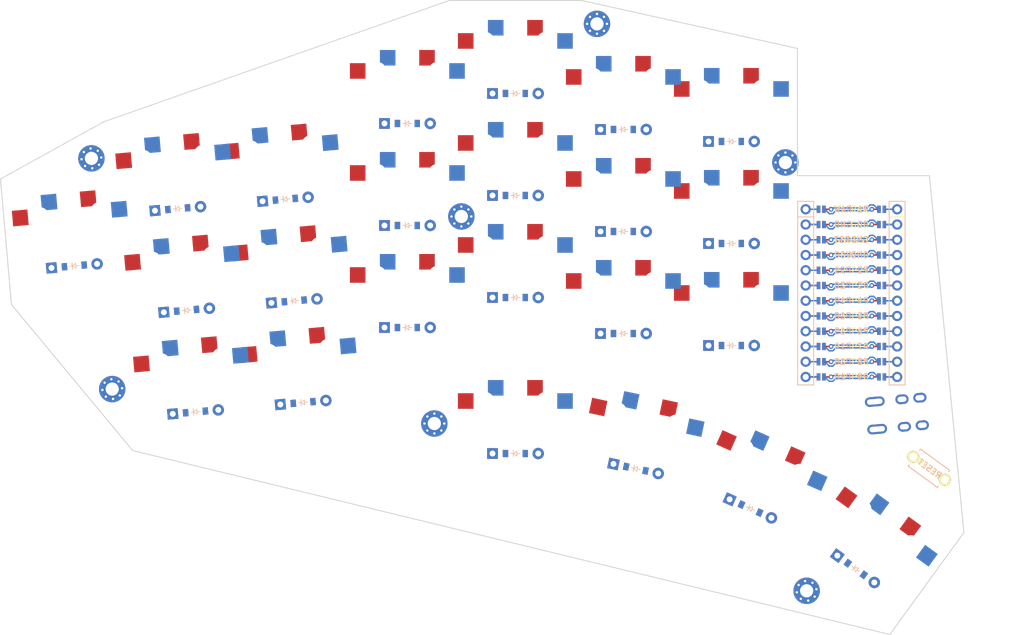
<source format=kicad_pcb>

            
(kicad_pcb (version 20171130) (host pcbnew 5.1.6)

  (page A3)
  (title_block
    (title board)
    (rev 0.1)
    (company snikimonkd)
  )

  (general
    (thickness 1.6)
  )

  (layers
    (0 F.Cu signal)
    (31 B.Cu signal)
    (32 B.Adhes user)
    (33 F.Adhes user)
    (34 B.Paste user)
    (35 F.Paste user)
    (36 B.SilkS user)
    (37 F.SilkS user)
    (38 B.Mask user)
    (39 F.Mask user)
    (40 Dwgs.User user)
    (41 Cmts.User user)
    (42 Eco1.User user)
    (43 Eco2.User user)
    (44 Edge.Cuts user)
    (45 Margin user)
    (46 B.CrtYd user)
    (47 F.CrtYd user)
    (48 B.Fab user)
    (49 F.Fab user)
  )

  (setup
    (last_trace_width 0.25)
    (trace_clearance 0.2)
    (zone_clearance 0.508)
    (zone_45_only no)
    (trace_min 0.2)
    (via_size 0.8)
    (via_drill 0.4)
    (via_min_size 0.4)
    (via_min_drill 0.3)
    (uvia_size 0.3)
    (uvia_drill 0.1)
    (uvias_allowed no)
    (uvia_min_size 0.2)
    (uvia_min_drill 0.1)
    (edge_width 0.05)
    (segment_width 0.2)
    (pcb_text_width 0.3)
    (pcb_text_size 1.5 1.5)
    (mod_edge_width 0.12)
    (mod_text_size 1 1)
    (mod_text_width 0.15)
    (pad_size 1.524 1.524)
    (pad_drill 0.762)
    (pad_to_mask_clearance 0.05)
    (aux_axis_origin 0 0)
    (visible_elements FFFFFF7F)
    (pcbplotparams
      (layerselection 0x010fc_ffffffff)
      (usegerberextensions false)
      (usegerberattributes true)
      (usegerberadvancedattributes true)
      (creategerberjobfile true)
      (excludeedgelayer true)
      (linewidth 0.100000)
      (plotframeref false)
      (viasonmask false)
      (mode 1)
      (useauxorigin false)
      (hpglpennumber 1)
      (hpglpenspeed 20)
      (hpglpendiameter 15.000000)
      (psnegative false)
      (psa4output false)
      (plotreference true)
      (plotvalue true)
      (plotinvisibletext false)
      (padsonsilk false)
      (subtractmaskfromsilk false)
      (outputformat 1)
      (mirror false)
      (drillshape 1)
      (scaleselection 1)
      (outputdirectory ""))
  )

            (net 0 "")
(net 1 "P19")
(net 2 "far_outer_top")
(net 3 "P20")
(net 4 "outer_bottom")
(net 5 "outer_home")
(net 6 "outer_top")
(net 7 "P21")
(net 8 "pinky_bottom")
(net 9 "pinky_home")
(net 10 "pinky_top")
(net 11 "P6")
(net 12 "ring_bottom")
(net 13 "ring_home")
(net 14 "ring_top")
(net 15 "P7")
(net 16 "middle_bottom")
(net 17 "middle_home")
(net 18 "middle_top")
(net 19 "P8")
(net 20 "index_bottom")
(net 21 "index_home")
(net 22 "index_top")
(net 23 "P9")
(net 24 "inner_bottom")
(net 25 "inner_home")
(net 26 "inner_top")
(net 27 "near_thumb")
(net 28 "home_thumb")
(net 29 "one_more_thumb")
(net 30 "far_thumb")
(net 31 "P2")
(net 32 "P4")
(net 33 "P3")
(net 34 "P5")
(net 35 "RAW")
(net 36 "GND")
(net 37 "RST")
(net 38 "VCC")
(net 39 "P18")
(net 40 "P15")
(net 41 "P14")
(net 42 "P16")
(net 43 "P10")
(net 44 "P1")
(net 45 "P0")
(net 46 "MCU1_24")
(net 47 "MCU1_1")
(net 48 "MCU1_23")
(net 49 "MCU1_2")
(net 50 "MCU1_22")
(net 51 "MCU1_3")
(net 52 "MCU1_21")
(net 53 "MCU1_4")
(net 54 "MCU1_20")
(net 55 "MCU1_5")
(net 56 "MCU1_19")
(net 57 "MCU1_6")
(net 58 "MCU1_18")
(net 59 "MCU1_7")
(net 60 "MCU1_17")
(net 61 "MCU1_8")
(net 62 "MCU1_16")
(net 63 "MCU1_9")
(net 64 "MCU1_15")
(net 65 "MCU1_10")
(net 66 "MCU1_14")
(net 67 "MCU1_11")
(net 68 "MCU1_13")
(net 69 "MCU1_12")
(net 70 "B")
            
  (net_class Default "This is the default net class."
    (clearance 0.2)
    (trace_width 0.25)
    (via_dia 0.8)
    (via_drill 0.4)
    (uvia_dia 0.3)
    (uvia_drill 0.1)
    (add_net "")
(add_net "P19")
(add_net "far_outer_top")
(add_net "P20")
(add_net "outer_bottom")
(add_net "outer_home")
(add_net "outer_top")
(add_net "P21")
(add_net "pinky_bottom")
(add_net "pinky_home")
(add_net "pinky_top")
(add_net "P6")
(add_net "ring_bottom")
(add_net "ring_home")
(add_net "ring_top")
(add_net "P7")
(add_net "middle_bottom")
(add_net "middle_home")
(add_net "middle_top")
(add_net "P8")
(add_net "index_bottom")
(add_net "index_home")
(add_net "index_top")
(add_net "P9")
(add_net "inner_bottom")
(add_net "inner_home")
(add_net "inner_top")
(add_net "near_thumb")
(add_net "home_thumb")
(add_net "one_more_thumb")
(add_net "far_thumb")
(add_net "P2")
(add_net "P4")
(add_net "P3")
(add_net "P5")
(add_net "RAW")
(add_net "GND")
(add_net "RST")
(add_net "VCC")
(add_net "P18")
(add_net "P15")
(add_net "P14")
(add_net "P16")
(add_net "P10")
(add_net "P1")
(add_net "P0")
(add_net "MCU1_24")
(add_net "MCU1_1")
(add_net "MCU1_23")
(add_net "MCU1_2")
(add_net "MCU1_22")
(add_net "MCU1_3")
(add_net "MCU1_21")
(add_net "MCU1_4")
(add_net "MCU1_20")
(add_net "MCU1_5")
(add_net "MCU1_19")
(add_net "MCU1_6")
(add_net "MCU1_18")
(add_net "MCU1_7")
(add_net "MCU1_17")
(add_net "MCU1_8")
(add_net "MCU1_16")
(add_net "MCU1_9")
(add_net "MCU1_15")
(add_net "MCU1_10")
(add_net "MCU1_14")
(add_net "MCU1_11")
(add_net "MCU1_13")
(add_net "MCU1_12")
(add_net "B")
  )

            
        
      (module PG1350 (layer F.Cu) (tedit 5DD50112)
      (at 55.5620139 61.3910629 5)

      
      (fp_text reference "S1" (at 0 0) (layer F.SilkS) hide (effects (font (size 1.27 1.27) (thickness 0.15))))
      (fp_text value "" (at 0 0) (layer F.SilkS) hide (effects (font (size 1.27 1.27) (thickness 0.15))))

      
      (fp_line (start -7 -6) (end -7 -7) (layer Dwgs.User) (width 0.15))
      (fp_line (start -7 7) (end -6 7) (layer Dwgs.User) (width 0.15))
      (fp_line (start -6 -7) (end -7 -7) (layer Dwgs.User) (width 0.15))
      (fp_line (start -7 7) (end -7 6) (layer Dwgs.User) (width 0.15))
      (fp_line (start 7 6) (end 7 7) (layer Dwgs.User) (width 0.15))
      (fp_line (start 7 -7) (end 6 -7) (layer Dwgs.User) (width 0.15))
      (fp_line (start 6 7) (end 7 7) (layer Dwgs.User) (width 0.15))
      (fp_line (start 7 -7) (end 7 -6) (layer Dwgs.User) (width 0.15))      
      
      
      (pad "" np_thru_hole circle (at 0 0) (size 3.429 3.429) (drill 3.429) (layers *.Cu *.Mask))
        
      
      (pad "" np_thru_hole circle (at 5.5 0) (size 1.7018 1.7018) (drill 1.7018) (layers *.Cu *.Mask))
      (pad "" np_thru_hole circle (at -5.5 0) (size 1.7018 1.7018) (drill 1.7018) (layers *.Cu *.Mask))
      
        
      
      (fp_line (start -9 -8.5) (end 9 -8.5) (layer Dwgs.User) (width 0.15))
      (fp_line (start 9 -8.5) (end 9 8.5) (layer Dwgs.User) (width 0.15))
      (fp_line (start 9 8.5) (end -9 8.5) (layer Dwgs.User) (width 0.15))
      (fp_line (start -9 8.5) (end -9 -8.5) (layer Dwgs.User) (width 0.15))
      
        
          
          (pad "" np_thru_hole circle (at 5 -3.75) (size 3 3) (drill 3) (layers *.Cu *.Mask))
          (pad "" np_thru_hole circle (at 0 -5.95) (size 3 3) (drill 3) (layers *.Cu *.Mask))
      
          
          (pad 1 smd rect (at -3.275 -5.95 5) (size 2.6 2.6) (layers B.Cu B.Paste B.Mask)  (net 1 "P19"))
          (pad 2 smd rect (at 8.275 -3.75 5) (size 2.6 2.6) (layers B.Cu B.Paste B.Mask)  (net 2 "far_outer_top"))
        
        
          
          (pad "" np_thru_hole circle (at -5 -3.75) (size 3 3) (drill 3) (layers *.Cu *.Mask))
          (pad "" np_thru_hole circle (at 0 -5.95) (size 3 3) (drill 3) (layers *.Cu *.Mask))
      
          
          (pad 1 smd rect (at 3.275 -5.95 5) (size 2.6 2.6) (layers F.Cu F.Paste F.Mask)  (net 1 "P19"))
          (pad 2 smd rect (at -8.275 -3.75 5) (size 2.6 2.6) (layers F.Cu F.Paste F.Mask)  (net 2 "far_outer_top"))
        )
        

        
      (module PG1350 (layer F.Cu) (tedit 5DD50112)
      (at 75.7595678 85.7233217 5)

      
      (fp_text reference "S2" (at 0 0) (layer F.SilkS) hide (effects (font (size 1.27 1.27) (thickness 0.15))))
      (fp_text value "" (at 0 0) (layer F.SilkS) hide (effects (font (size 1.27 1.27) (thickness 0.15))))

      
      (fp_line (start -7 -6) (end -7 -7) (layer Dwgs.User) (width 0.15))
      (fp_line (start -7 7) (end -6 7) (layer Dwgs.User) (width 0.15))
      (fp_line (start -6 -7) (end -7 -7) (layer Dwgs.User) (width 0.15))
      (fp_line (start -7 7) (end -7 6) (layer Dwgs.User) (width 0.15))
      (fp_line (start 7 6) (end 7 7) (layer Dwgs.User) (width 0.15))
      (fp_line (start 7 -7) (end 6 -7) (layer Dwgs.User) (width 0.15))
      (fp_line (start 6 7) (end 7 7) (layer Dwgs.User) (width 0.15))
      (fp_line (start 7 -7) (end 7 -6) (layer Dwgs.User) (width 0.15))      
      
      
      (pad "" np_thru_hole circle (at 0 0) (size 3.429 3.429) (drill 3.429) (layers *.Cu *.Mask))
        
      
      (pad "" np_thru_hole circle (at 5.5 0) (size 1.7018 1.7018) (drill 1.7018) (layers *.Cu *.Mask))
      (pad "" np_thru_hole circle (at -5.5 0) (size 1.7018 1.7018) (drill 1.7018) (layers *.Cu *.Mask))
      
        
      
      (fp_line (start -9 -8.5) (end 9 -8.5) (layer Dwgs.User) (width 0.15))
      (fp_line (start 9 -8.5) (end 9 8.5) (layer Dwgs.User) (width 0.15))
      (fp_line (start 9 8.5) (end -9 8.5) (layer Dwgs.User) (width 0.15))
      (fp_line (start -9 8.5) (end -9 -8.5) (layer Dwgs.User) (width 0.15))
      
        
          
          (pad "" np_thru_hole circle (at 5 -3.75) (size 3 3) (drill 3) (layers *.Cu *.Mask))
          (pad "" np_thru_hole circle (at 0 -5.95) (size 3 3) (drill 3) (layers *.Cu *.Mask))
      
          
          (pad 1 smd rect (at -3.275 -5.95 5) (size 2.6 2.6) (layers B.Cu B.Paste B.Mask)  (net 3 "P20"))
          (pad 2 smd rect (at 8.275 -3.75 5) (size 2.6 2.6) (layers B.Cu B.Paste B.Mask)  (net 4 "outer_bottom"))
        
        
          
          (pad "" np_thru_hole circle (at -5 -3.75) (size 3 3) (drill 3) (layers *.Cu *.Mask))
          (pad "" np_thru_hole circle (at 0 -5.95) (size 3 3) (drill 3) (layers *.Cu *.Mask))
      
          
          (pad 1 smd rect (at 3.275 -5.95 5) (size 2.6 2.6) (layers F.Cu F.Paste F.Mask)  (net 3 "P20"))
          (pad 2 smd rect (at -8.275 -3.75 5) (size 2.6 2.6) (layers F.Cu F.Paste F.Mask)  (net 4 "outer_bottom"))
        )
        

        
      (module PG1350 (layer F.Cu) (tedit 5DD50112)
      (at 74.2779202 68.7880119 5)

      
      (fp_text reference "S3" (at 0 0) (layer F.SilkS) hide (effects (font (size 1.27 1.27) (thickness 0.15))))
      (fp_text value "" (at 0 0) (layer F.SilkS) hide (effects (font (size 1.27 1.27) (thickness 0.15))))

      
      (fp_line (start -7 -6) (end -7 -7) (layer Dwgs.User) (width 0.15))
      (fp_line (start -7 7) (end -6 7) (layer Dwgs.User) (width 0.15))
      (fp_line (start -6 -7) (end -7 -7) (layer Dwgs.User) (width 0.15))
      (fp_line (start -7 7) (end -7 6) (layer Dwgs.User) (width 0.15))
      (fp_line (start 7 6) (end 7 7) (layer Dwgs.User) (width 0.15))
      (fp_line (start 7 -7) (end 6 -7) (layer Dwgs.User) (width 0.15))
      (fp_line (start 6 7) (end 7 7) (layer Dwgs.User) (width 0.15))
      (fp_line (start 7 -7) (end 7 -6) (layer Dwgs.User) (width 0.15))      
      
      
      (pad "" np_thru_hole circle (at 0 0) (size 3.429 3.429) (drill 3.429) (layers *.Cu *.Mask))
        
      
      (pad "" np_thru_hole circle (at 5.5 0) (size 1.7018 1.7018) (drill 1.7018) (layers *.Cu *.Mask))
      (pad "" np_thru_hole circle (at -5.5 0) (size 1.7018 1.7018) (drill 1.7018) (layers *.Cu *.Mask))
      
        
      
      (fp_line (start -9 -8.5) (end 9 -8.5) (layer Dwgs.User) (width 0.15))
      (fp_line (start 9 -8.5) (end 9 8.5) (layer Dwgs.User) (width 0.15))
      (fp_line (start 9 8.5) (end -9 8.5) (layer Dwgs.User) (width 0.15))
      (fp_line (start -9 8.5) (end -9 -8.5) (layer Dwgs.User) (width 0.15))
      
        
          
          (pad "" np_thru_hole circle (at 5 -3.75) (size 3 3) (drill 3) (layers *.Cu *.Mask))
          (pad "" np_thru_hole circle (at 0 -5.95) (size 3 3) (drill 3) (layers *.Cu *.Mask))
      
          
          (pad 1 smd rect (at -3.275 -5.95 5) (size 2.6 2.6) (layers B.Cu B.Paste B.Mask)  (net 3 "P20"))
          (pad 2 smd rect (at 8.275 -3.75 5) (size 2.6 2.6) (layers B.Cu B.Paste B.Mask)  (net 5 "outer_home"))
        
        
          
          (pad "" np_thru_hole circle (at -5 -3.75) (size 3 3) (drill 3) (layers *.Cu *.Mask))
          (pad "" np_thru_hole circle (at 0 -5.95) (size 3 3) (drill 3) (layers *.Cu *.Mask))
      
          
          (pad 1 smd rect (at 3.275 -5.95 5) (size 2.6 2.6) (layers F.Cu F.Paste F.Mask)  (net 3 "P20"))
          (pad 2 smd rect (at -8.275 -3.75 5) (size 2.6 2.6) (layers F.Cu F.Paste F.Mask)  (net 5 "outer_home"))
        )
        

        
      (module PG1350 (layer F.Cu) (tedit 5DD50112)
      (at 72.7962725 51.852702 5)

      
      (fp_text reference "S4" (at 0 0) (layer F.SilkS) hide (effects (font (size 1.27 1.27) (thickness 0.15))))
      (fp_text value "" (at 0 0) (layer F.SilkS) hide (effects (font (size 1.27 1.27) (thickness 0.15))))

      
      (fp_line (start -7 -6) (end -7 -7) (layer Dwgs.User) (width 0.15))
      (fp_line (start -7 7) (end -6 7) (layer Dwgs.User) (width 0.15))
      (fp_line (start -6 -7) (end -7 -7) (layer Dwgs.User) (width 0.15))
      (fp_line (start -7 7) (end -7 6) (layer Dwgs.User) (width 0.15))
      (fp_line (start 7 6) (end 7 7) (layer Dwgs.User) (width 0.15))
      (fp_line (start 7 -7) (end 6 -7) (layer Dwgs.User) (width 0.15))
      (fp_line (start 6 7) (end 7 7) (layer Dwgs.User) (width 0.15))
      (fp_line (start 7 -7) (end 7 -6) (layer Dwgs.User) (width 0.15))      
      
      
      (pad "" np_thru_hole circle (at 0 0) (size 3.429 3.429) (drill 3.429) (layers *.Cu *.Mask))
        
      
      (pad "" np_thru_hole circle (at 5.5 0) (size 1.7018 1.7018) (drill 1.7018) (layers *.Cu *.Mask))
      (pad "" np_thru_hole circle (at -5.5 0) (size 1.7018 1.7018) (drill 1.7018) (layers *.Cu *.Mask))
      
        
      
      (fp_line (start -9 -8.5) (end 9 -8.5) (layer Dwgs.User) (width 0.15))
      (fp_line (start 9 -8.5) (end 9 8.5) (layer Dwgs.User) (width 0.15))
      (fp_line (start 9 8.5) (end -9 8.5) (layer Dwgs.User) (width 0.15))
      (fp_line (start -9 8.5) (end -9 -8.5) (layer Dwgs.User) (width 0.15))
      
        
          
          (pad "" np_thru_hole circle (at 5 -3.75) (size 3 3) (drill 3) (layers *.Cu *.Mask))
          (pad "" np_thru_hole circle (at 0 -5.95) (size 3 3) (drill 3) (layers *.Cu *.Mask))
      
          
          (pad 1 smd rect (at -3.275 -5.95 5) (size 2.6 2.6) (layers B.Cu B.Paste B.Mask)  (net 3 "P20"))
          (pad 2 smd rect (at 8.275 -3.75 5) (size 2.6 2.6) (layers B.Cu B.Paste B.Mask)  (net 6 "outer_top"))
        
        
          
          (pad "" np_thru_hole circle (at -5 -3.75) (size 3 3) (drill 3) (layers *.Cu *.Mask))
          (pad "" np_thru_hole circle (at 0 -5.95) (size 3 3) (drill 3) (layers *.Cu *.Mask))
      
          
          (pad 1 smd rect (at 3.275 -5.95 5) (size 2.6 2.6) (layers F.Cu F.Paste F.Mask)  (net 3 "P20"))
          (pad 2 smd rect (at -8.275 -3.75 5) (size 2.6 2.6) (layers F.Cu F.Paste F.Mask)  (net 6 "outer_top"))
        )
        

        
      (module PG1350 (layer F.Cu) (tedit 5DD50112)
      (at 93.6910724 84.1545183 5)

      
      (fp_text reference "S5" (at 0 0) (layer F.SilkS) hide (effects (font (size 1.27 1.27) (thickness 0.15))))
      (fp_text value "" (at 0 0) (layer F.SilkS) hide (effects (font (size 1.27 1.27) (thickness 0.15))))

      
      (fp_line (start -7 -6) (end -7 -7) (layer Dwgs.User) (width 0.15))
      (fp_line (start -7 7) (end -6 7) (layer Dwgs.User) (width 0.15))
      (fp_line (start -6 -7) (end -7 -7) (layer Dwgs.User) (width 0.15))
      (fp_line (start -7 7) (end -7 6) (layer Dwgs.User) (width 0.15))
      (fp_line (start 7 6) (end 7 7) (layer Dwgs.User) (width 0.15))
      (fp_line (start 7 -7) (end 6 -7) (layer Dwgs.User) (width 0.15))
      (fp_line (start 6 7) (end 7 7) (layer Dwgs.User) (width 0.15))
      (fp_line (start 7 -7) (end 7 -6) (layer Dwgs.User) (width 0.15))      
      
      
      (pad "" np_thru_hole circle (at 0 0) (size 3.429 3.429) (drill 3.429) (layers *.Cu *.Mask))
        
      
      (pad "" np_thru_hole circle (at 5.5 0) (size 1.7018 1.7018) (drill 1.7018) (layers *.Cu *.Mask))
      (pad "" np_thru_hole circle (at -5.5 0) (size 1.7018 1.7018) (drill 1.7018) (layers *.Cu *.Mask))
      
        
      
      (fp_line (start -9 -8.5) (end 9 -8.5) (layer Dwgs.User) (width 0.15))
      (fp_line (start 9 -8.5) (end 9 8.5) (layer Dwgs.User) (width 0.15))
      (fp_line (start 9 8.5) (end -9 8.5) (layer Dwgs.User) (width 0.15))
      (fp_line (start -9 8.5) (end -9 -8.5) (layer Dwgs.User) (width 0.15))
      
        
          
          (pad "" np_thru_hole circle (at 5 -3.75) (size 3 3) (drill 3) (layers *.Cu *.Mask))
          (pad "" np_thru_hole circle (at 0 -5.95) (size 3 3) (drill 3) (layers *.Cu *.Mask))
      
          
          (pad 1 smd rect (at -3.275 -5.95 5) (size 2.6 2.6) (layers B.Cu B.Paste B.Mask)  (net 7 "P21"))
          (pad 2 smd rect (at 8.275 -3.75 5) (size 2.6 2.6) (layers B.Cu B.Paste B.Mask)  (net 8 "pinky_bottom"))
        
        
          
          (pad "" np_thru_hole circle (at -5 -3.75) (size 3 3) (drill 3) (layers *.Cu *.Mask))
          (pad "" np_thru_hole circle (at 0 -5.95) (size 3 3) (drill 3) (layers *.Cu *.Mask))
      
          
          (pad 1 smd rect (at 3.275 -5.95 5) (size 2.6 2.6) (layers F.Cu F.Paste F.Mask)  (net 7 "P21"))
          (pad 2 smd rect (at -8.275 -3.75 5) (size 2.6 2.6) (layers F.Cu F.Paste F.Mask)  (net 8 "pinky_bottom"))
        )
        

        
      (module PG1350 (layer F.Cu) (tedit 5DD50112)
      (at 92.2094247 67.2192085 5)

      
      (fp_text reference "S6" (at 0 0) (layer F.SilkS) hide (effects (font (size 1.27 1.27) (thickness 0.15))))
      (fp_text value "" (at 0 0) (layer F.SilkS) hide (effects (font (size 1.27 1.27) (thickness 0.15))))

      
      (fp_line (start -7 -6) (end -7 -7) (layer Dwgs.User) (width 0.15))
      (fp_line (start -7 7) (end -6 7) (layer Dwgs.User) (width 0.15))
      (fp_line (start -6 -7) (end -7 -7) (layer Dwgs.User) (width 0.15))
      (fp_line (start -7 7) (end -7 6) (layer Dwgs.User) (width 0.15))
      (fp_line (start 7 6) (end 7 7) (layer Dwgs.User) (width 0.15))
      (fp_line (start 7 -7) (end 6 -7) (layer Dwgs.User) (width 0.15))
      (fp_line (start 6 7) (end 7 7) (layer Dwgs.User) (width 0.15))
      (fp_line (start 7 -7) (end 7 -6) (layer Dwgs.User) (width 0.15))      
      
      
      (pad "" np_thru_hole circle (at 0 0) (size 3.429 3.429) (drill 3.429) (layers *.Cu *.Mask))
        
      
      (pad "" np_thru_hole circle (at 5.5 0) (size 1.7018 1.7018) (drill 1.7018) (layers *.Cu *.Mask))
      (pad "" np_thru_hole circle (at -5.5 0) (size 1.7018 1.7018) (drill 1.7018) (layers *.Cu *.Mask))
      
        
      
      (fp_line (start -9 -8.5) (end 9 -8.5) (layer Dwgs.User) (width 0.15))
      (fp_line (start 9 -8.5) (end 9 8.5) (layer Dwgs.User) (width 0.15))
      (fp_line (start 9 8.5) (end -9 8.5) (layer Dwgs.User) (width 0.15))
      (fp_line (start -9 8.5) (end -9 -8.5) (layer Dwgs.User) (width 0.15))
      
        
          
          (pad "" np_thru_hole circle (at 5 -3.75) (size 3 3) (drill 3) (layers *.Cu *.Mask))
          (pad "" np_thru_hole circle (at 0 -5.95) (size 3 3) (drill 3) (layers *.Cu *.Mask))
      
          
          (pad 1 smd rect (at -3.275 -5.95 5) (size 2.6 2.6) (layers B.Cu B.Paste B.Mask)  (net 7 "P21"))
          (pad 2 smd rect (at 8.275 -3.75 5) (size 2.6 2.6) (layers B.Cu B.Paste B.Mask)  (net 9 "pinky_home"))
        
        
          
          (pad "" np_thru_hole circle (at -5 -3.75) (size 3 3) (drill 3) (layers *.Cu *.Mask))
          (pad "" np_thru_hole circle (at 0 -5.95) (size 3 3) (drill 3) (layers *.Cu *.Mask))
      
          
          (pad 1 smd rect (at 3.275 -5.95 5) (size 2.6 2.6) (layers F.Cu F.Paste F.Mask)  (net 7 "P21"))
          (pad 2 smd rect (at -8.275 -3.75 5) (size 2.6 2.6) (layers F.Cu F.Paste F.Mask)  (net 9 "pinky_home"))
        )
        

        
      (module PG1350 (layer F.Cu) (tedit 5DD50112)
      (at 90.7277771 50.2838986 5)

      
      (fp_text reference "S7" (at 0 0) (layer F.SilkS) hide (effects (font (size 1.27 1.27) (thickness 0.15))))
      (fp_text value "" (at 0 0) (layer F.SilkS) hide (effects (font (size 1.27 1.27) (thickness 0.15))))

      
      (fp_line (start -7 -6) (end -7 -7) (layer Dwgs.User) (width 0.15))
      (fp_line (start -7 7) (end -6 7) (layer Dwgs.User) (width 0.15))
      (fp_line (start -6 -7) (end -7 -7) (layer Dwgs.User) (width 0.15))
      (fp_line (start -7 7) (end -7 6) (layer Dwgs.User) (width 0.15))
      (fp_line (start 7 6) (end 7 7) (layer Dwgs.User) (width 0.15))
      (fp_line (start 7 -7) (end 6 -7) (layer Dwgs.User) (width 0.15))
      (fp_line (start 6 7) (end 7 7) (layer Dwgs.User) (width 0.15))
      (fp_line (start 7 -7) (end 7 -6) (layer Dwgs.User) (width 0.15))      
      
      
      (pad "" np_thru_hole circle (at 0 0) (size 3.429 3.429) (drill 3.429) (layers *.Cu *.Mask))
        
      
      (pad "" np_thru_hole circle (at 5.5 0) (size 1.7018 1.7018) (drill 1.7018) (layers *.Cu *.Mask))
      (pad "" np_thru_hole circle (at -5.5 0) (size 1.7018 1.7018) (drill 1.7018) (layers *.Cu *.Mask))
      
        
      
      (fp_line (start -9 -8.5) (end 9 -8.5) (layer Dwgs.User) (width 0.15))
      (fp_line (start 9 -8.5) (end 9 8.5) (layer Dwgs.User) (width 0.15))
      (fp_line (start 9 8.5) (end -9 8.5) (layer Dwgs.User) (width 0.15))
      (fp_line (start -9 8.5) (end -9 -8.5) (layer Dwgs.User) (width 0.15))
      
        
          
          (pad "" np_thru_hole circle (at 5 -3.75) (size 3 3) (drill 3) (layers *.Cu *.Mask))
          (pad "" np_thru_hole circle (at 0 -5.95) (size 3 3) (drill 3) (layers *.Cu *.Mask))
      
          
          (pad 1 smd rect (at -3.275 -5.95 5) (size 2.6 2.6) (layers B.Cu B.Paste B.Mask)  (net 7 "P21"))
          (pad 2 smd rect (at 8.275 -3.75 5) (size 2.6 2.6) (layers B.Cu B.Paste B.Mask)  (net 10 "pinky_top"))
        
        
          
          (pad "" np_thru_hole circle (at -5 -3.75) (size 3 3) (drill 3) (layers *.Cu *.Mask))
          (pad "" np_thru_hole circle (at 0 -5.95) (size 3 3) (drill 3) (layers *.Cu *.Mask))
      
          
          (pad 1 smd rect (at 3.275 -5.95 5) (size 2.6 2.6) (layers F.Cu F.Paste F.Mask)  (net 7 "P21"))
          (pad 2 smd rect (at -8.275 -3.75 5) (size 2.6 2.6) (layers F.Cu F.Paste F.Mask)  (net 10 "pinky_top"))
        )
        

        
      (module PG1350 (layer F.Cu) (tedit 5DD50112)
      (at 111.4939291 71.6391945 0)

      
      (fp_text reference "S8" (at 0 0) (layer F.SilkS) hide (effects (font (size 1.27 1.27) (thickness 0.15))))
      (fp_text value "" (at 0 0) (layer F.SilkS) hide (effects (font (size 1.27 1.27) (thickness 0.15))))

      
      (fp_line (start -7 -6) (end -7 -7) (layer Dwgs.User) (width 0.15))
      (fp_line (start -7 7) (end -6 7) (layer Dwgs.User) (width 0.15))
      (fp_line (start -6 -7) (end -7 -7) (layer Dwgs.User) (width 0.15))
      (fp_line (start -7 7) (end -7 6) (layer Dwgs.User) (width 0.15))
      (fp_line (start 7 6) (end 7 7) (layer Dwgs.User) (width 0.15))
      (fp_line (start 7 -7) (end 6 -7) (layer Dwgs.User) (width 0.15))
      (fp_line (start 6 7) (end 7 7) (layer Dwgs.User) (width 0.15))
      (fp_line (start 7 -7) (end 7 -6) (layer Dwgs.User) (width 0.15))      
      
      
      (pad "" np_thru_hole circle (at 0 0) (size 3.429 3.429) (drill 3.429) (layers *.Cu *.Mask))
        
      
      (pad "" np_thru_hole circle (at 5.5 0) (size 1.7018 1.7018) (drill 1.7018) (layers *.Cu *.Mask))
      (pad "" np_thru_hole circle (at -5.5 0) (size 1.7018 1.7018) (drill 1.7018) (layers *.Cu *.Mask))
      
        
      
      (fp_line (start -9 -8.5) (end 9 -8.5) (layer Dwgs.User) (width 0.15))
      (fp_line (start 9 -8.5) (end 9 8.5) (layer Dwgs.User) (width 0.15))
      (fp_line (start 9 8.5) (end -9 8.5) (layer Dwgs.User) (width 0.15))
      (fp_line (start -9 8.5) (end -9 -8.5) (layer Dwgs.User) (width 0.15))
      
        
          
          (pad "" np_thru_hole circle (at 5 -3.75) (size 3 3) (drill 3) (layers *.Cu *.Mask))
          (pad "" np_thru_hole circle (at 0 -5.95) (size 3 3) (drill 3) (layers *.Cu *.Mask))
      
          
          (pad 1 smd rect (at -3.275 -5.95 0) (size 2.6 2.6) (layers B.Cu B.Paste B.Mask)  (net 11 "P6"))
          (pad 2 smd rect (at 8.275 -3.75 0) (size 2.6 2.6) (layers B.Cu B.Paste B.Mask)  (net 12 "ring_bottom"))
        
        
          
          (pad "" np_thru_hole circle (at -5 -3.75) (size 3 3) (drill 3) (layers *.Cu *.Mask))
          (pad "" np_thru_hole circle (at 0 -5.95) (size 3 3) (drill 3) (layers *.Cu *.Mask))
      
          
          (pad 1 smd rect (at 3.275 -5.95 0) (size 2.6 2.6) (layers F.Cu F.Paste F.Mask)  (net 11 "P6"))
          (pad 2 smd rect (at -8.275 -3.75 0) (size 2.6 2.6) (layers F.Cu F.Paste F.Mask)  (net 12 "ring_bottom"))
        )
        

        
      (module PG1350 (layer F.Cu) (tedit 5DD50112)
      (at 111.493929 54.6391944 0)

      
      (fp_text reference "S9" (at 0 0) (layer F.SilkS) hide (effects (font (size 1.27 1.27) (thickness 0.15))))
      (fp_text value "" (at 0 0) (layer F.SilkS) hide (effects (font (size 1.27 1.27) (thickness 0.15))))

      
      (fp_line (start -7 -6) (end -7 -7) (layer Dwgs.User) (width 0.15))
      (fp_line (start -7 7) (end -6 7) (layer Dwgs.User) (width 0.15))
      (fp_line (start -6 -7) (end -7 -7) (layer Dwgs.User) (width 0.15))
      (fp_line (start -7 7) (end -7 6) (layer Dwgs.User) (width 0.15))
      (fp_line (start 7 6) (end 7 7) (layer Dwgs.User) (width 0.15))
      (fp_line (start 7 -7) (end 6 -7) (layer Dwgs.User) (width 0.15))
      (fp_line (start 6 7) (end 7 7) (layer Dwgs.User) (width 0.15))
      (fp_line (start 7 -7) (end 7 -6) (layer Dwgs.User) (width 0.15))      
      
      
      (pad "" np_thru_hole circle (at 0 0) (size 3.429 3.429) (drill 3.429) (layers *.Cu *.Mask))
        
      
      (pad "" np_thru_hole circle (at 5.5 0) (size 1.7018 1.7018) (drill 1.7018) (layers *.Cu *.Mask))
      (pad "" np_thru_hole circle (at -5.5 0) (size 1.7018 1.7018) (drill 1.7018) (layers *.Cu *.Mask))
      
        
      
      (fp_line (start -9 -8.5) (end 9 -8.5) (layer Dwgs.User) (width 0.15))
      (fp_line (start 9 -8.5) (end 9 8.5) (layer Dwgs.User) (width 0.15))
      (fp_line (start 9 8.5) (end -9 8.5) (layer Dwgs.User) (width 0.15))
      (fp_line (start -9 8.5) (end -9 -8.5) (layer Dwgs.User) (width 0.15))
      
        
          
          (pad "" np_thru_hole circle (at 5 -3.75) (size 3 3) (drill 3) (layers *.Cu *.Mask))
          (pad "" np_thru_hole circle (at 0 -5.95) (size 3 3) (drill 3) (layers *.Cu *.Mask))
      
          
          (pad 1 smd rect (at -3.275 -5.95 0) (size 2.6 2.6) (layers B.Cu B.Paste B.Mask)  (net 11 "P6"))
          (pad 2 smd rect (at 8.275 -3.75 0) (size 2.6 2.6) (layers B.Cu B.Paste B.Mask)  (net 13 "ring_home"))
        
        
          
          (pad "" np_thru_hole circle (at -5 -3.75) (size 3 3) (drill 3) (layers *.Cu *.Mask))
          (pad "" np_thru_hole circle (at 0 -5.95) (size 3 3) (drill 3) (layers *.Cu *.Mask))
      
          
          (pad 1 smd rect (at 3.275 -5.95 0) (size 2.6 2.6) (layers F.Cu F.Paste F.Mask)  (net 11 "P6"))
          (pad 2 smd rect (at -8.275 -3.75 0) (size 2.6 2.6) (layers F.Cu F.Paste F.Mask)  (net 13 "ring_home"))
        )
        

        
      (module PG1350 (layer F.Cu) (tedit 5DD50112)
      (at 111.493929 37.6391944 0)

      
      (fp_text reference "S10" (at 0 0) (layer F.SilkS) hide (effects (font (size 1.27 1.27) (thickness 0.15))))
      (fp_text value "" (at 0 0) (layer F.SilkS) hide (effects (font (size 1.27 1.27) (thickness 0.15))))

      
      (fp_line (start -7 -6) (end -7 -7) (layer Dwgs.User) (width 0.15))
      (fp_line (start -7 7) (end -6 7) (layer Dwgs.User) (width 0.15))
      (fp_line (start -6 -7) (end -7 -7) (layer Dwgs.User) (width 0.15))
      (fp_line (start -7 7) (end -7 6) (layer Dwgs.User) (width 0.15))
      (fp_line (start 7 6) (end 7 7) (layer Dwgs.User) (width 0.15))
      (fp_line (start 7 -7) (end 6 -7) (layer Dwgs.User) (width 0.15))
      (fp_line (start 6 7) (end 7 7) (layer Dwgs.User) (width 0.15))
      (fp_line (start 7 -7) (end 7 -6) (layer Dwgs.User) (width 0.15))      
      
      
      (pad "" np_thru_hole circle (at 0 0) (size 3.429 3.429) (drill 3.429) (layers *.Cu *.Mask))
        
      
      (pad "" np_thru_hole circle (at 5.5 0) (size 1.7018 1.7018) (drill 1.7018) (layers *.Cu *.Mask))
      (pad "" np_thru_hole circle (at -5.5 0) (size 1.7018 1.7018) (drill 1.7018) (layers *.Cu *.Mask))
      
        
      
      (fp_line (start -9 -8.5) (end 9 -8.5) (layer Dwgs.User) (width 0.15))
      (fp_line (start 9 -8.5) (end 9 8.5) (layer Dwgs.User) (width 0.15))
      (fp_line (start 9 8.5) (end -9 8.5) (layer Dwgs.User) (width 0.15))
      (fp_line (start -9 8.5) (end -9 -8.5) (layer Dwgs.User) (width 0.15))
      
        
          
          (pad "" np_thru_hole circle (at 5 -3.75) (size 3 3) (drill 3) (layers *.Cu *.Mask))
          (pad "" np_thru_hole circle (at 0 -5.95) (size 3 3) (drill 3) (layers *.Cu *.Mask))
      
          
          (pad 1 smd rect (at -3.275 -5.95 0) (size 2.6 2.6) (layers B.Cu B.Paste B.Mask)  (net 11 "P6"))
          (pad 2 smd rect (at 8.275 -3.75 0) (size 2.6 2.6) (layers B.Cu B.Paste B.Mask)  (net 14 "ring_top"))
        
        
          
          (pad "" np_thru_hole circle (at -5 -3.75) (size 3 3) (drill 3) (layers *.Cu *.Mask))
          (pad "" np_thru_hole circle (at 0 -5.95) (size 3 3) (drill 3) (layers *.Cu *.Mask))
      
          
          (pad 1 smd rect (at 3.275 -5.95 0) (size 2.6 2.6) (layers F.Cu F.Paste F.Mask)  (net 11 "P6"))
          (pad 2 smd rect (at -8.275 -3.75 0) (size 2.6 2.6) (layers F.Cu F.Paste F.Mask)  (net 14 "ring_top"))
        )
        

        
      (module PG1350 (layer F.Cu) (tedit 5DD50112)
      (at 129.4939291 66.6391945 0)

      
      (fp_text reference "S11" (at 0 0) (layer F.SilkS) hide (effects (font (size 1.27 1.27) (thickness 0.15))))
      (fp_text value "" (at 0 0) (layer F.SilkS) hide (effects (font (size 1.27 1.27) (thickness 0.15))))

      
      (fp_line (start -7 -6) (end -7 -7) (layer Dwgs.User) (width 0.15))
      (fp_line (start -7 7) (end -6 7) (layer Dwgs.User) (width 0.15))
      (fp_line (start -6 -7) (end -7 -7) (layer Dwgs.User) (width 0.15))
      (fp_line (start -7 7) (end -7 6) (layer Dwgs.User) (width 0.15))
      (fp_line (start 7 6) (end 7 7) (layer Dwgs.User) (width 0.15))
      (fp_line (start 7 -7) (end 6 -7) (layer Dwgs.User) (width 0.15))
      (fp_line (start 6 7) (end 7 7) (layer Dwgs.User) (width 0.15))
      (fp_line (start 7 -7) (end 7 -6) (layer Dwgs.User) (width 0.15))      
      
      
      (pad "" np_thru_hole circle (at 0 0) (size 3.429 3.429) (drill 3.429) (layers *.Cu *.Mask))
        
      
      (pad "" np_thru_hole circle (at 5.5 0) (size 1.7018 1.7018) (drill 1.7018) (layers *.Cu *.Mask))
      (pad "" np_thru_hole circle (at -5.5 0) (size 1.7018 1.7018) (drill 1.7018) (layers *.Cu *.Mask))
      
        
      
      (fp_line (start -9 -8.5) (end 9 -8.5) (layer Dwgs.User) (width 0.15))
      (fp_line (start 9 -8.5) (end 9 8.5) (layer Dwgs.User) (width 0.15))
      (fp_line (start 9 8.5) (end -9 8.5) (layer Dwgs.User) (width 0.15))
      (fp_line (start -9 8.5) (end -9 -8.5) (layer Dwgs.User) (width 0.15))
      
        
          
          (pad "" np_thru_hole circle (at 5 -3.75) (size 3 3) (drill 3) (layers *.Cu *.Mask))
          (pad "" np_thru_hole circle (at 0 -5.95) (size 3 3) (drill 3) (layers *.Cu *.Mask))
      
          
          (pad 1 smd rect (at -3.275 -5.95 0) (size 2.6 2.6) (layers B.Cu B.Paste B.Mask)  (net 15 "P7"))
          (pad 2 smd rect (at 8.275 -3.75 0) (size 2.6 2.6) (layers B.Cu B.Paste B.Mask)  (net 16 "middle_bottom"))
        
        
          
          (pad "" np_thru_hole circle (at -5 -3.75) (size 3 3) (drill 3) (layers *.Cu *.Mask))
          (pad "" np_thru_hole circle (at 0 -5.95) (size 3 3) (drill 3) (layers *.Cu *.Mask))
      
          
          (pad 1 smd rect (at 3.275 -5.95 0) (size 2.6 2.6) (layers F.Cu F.Paste F.Mask)  (net 15 "P7"))
          (pad 2 smd rect (at -8.275 -3.75 0) (size 2.6 2.6) (layers F.Cu F.Paste F.Mask)  (net 16 "middle_bottom"))
        )
        

        
      (module PG1350 (layer F.Cu) (tedit 5DD50112)
      (at 129.4939291 49.6391945 0)

      
      (fp_text reference "S12" (at 0 0) (layer F.SilkS) hide (effects (font (size 1.27 1.27) (thickness 0.15))))
      (fp_text value "" (at 0 0) (layer F.SilkS) hide (effects (font (size 1.27 1.27) (thickness 0.15))))

      
      (fp_line (start -7 -6) (end -7 -7) (layer Dwgs.User) (width 0.15))
      (fp_line (start -7 7) (end -6 7) (layer Dwgs.User) (width 0.15))
      (fp_line (start -6 -7) (end -7 -7) (layer Dwgs.User) (width 0.15))
      (fp_line (start -7 7) (end -7 6) (layer Dwgs.User) (width 0.15))
      (fp_line (start 7 6) (end 7 7) (layer Dwgs.User) (width 0.15))
      (fp_line (start 7 -7) (end 6 -7) (layer Dwgs.User) (width 0.15))
      (fp_line (start 6 7) (end 7 7) (layer Dwgs.User) (width 0.15))
      (fp_line (start 7 -7) (end 7 -6) (layer Dwgs.User) (width 0.15))      
      
      
      (pad "" np_thru_hole circle (at 0 0) (size 3.429 3.429) (drill 3.429) (layers *.Cu *.Mask))
        
      
      (pad "" np_thru_hole circle (at 5.5 0) (size 1.7018 1.7018) (drill 1.7018) (layers *.Cu *.Mask))
      (pad "" np_thru_hole circle (at -5.5 0) (size 1.7018 1.7018) (drill 1.7018) (layers *.Cu *.Mask))
      
        
      
      (fp_line (start -9 -8.5) (end 9 -8.5) (layer Dwgs.User) (width 0.15))
      (fp_line (start 9 -8.5) (end 9 8.5) (layer Dwgs.User) (width 0.15))
      (fp_line (start 9 8.5) (end -9 8.5) (layer Dwgs.User) (width 0.15))
      (fp_line (start -9 8.5) (end -9 -8.5) (layer Dwgs.User) (width 0.15))
      
        
          
          (pad "" np_thru_hole circle (at 5 -3.75) (size 3 3) (drill 3) (layers *.Cu *.Mask))
          (pad "" np_thru_hole circle (at 0 -5.95) (size 3 3) (drill 3) (layers *.Cu *.Mask))
      
          
          (pad 1 smd rect (at -3.275 -5.95 0) (size 2.6 2.6) (layers B.Cu B.Paste B.Mask)  (net 15 "P7"))
          (pad 2 smd rect (at 8.275 -3.75 0) (size 2.6 2.6) (layers B.Cu B.Paste B.Mask)  (net 17 "middle_home"))
        
        
          
          (pad "" np_thru_hole circle (at -5 -3.75) (size 3 3) (drill 3) (layers *.Cu *.Mask))
          (pad "" np_thru_hole circle (at 0 -5.95) (size 3 3) (drill 3) (layers *.Cu *.Mask))
      
          
          (pad 1 smd rect (at 3.275 -5.95 0) (size 2.6 2.6) (layers F.Cu F.Paste F.Mask)  (net 15 "P7"))
          (pad 2 smd rect (at -8.275 -3.75 0) (size 2.6 2.6) (layers F.Cu F.Paste F.Mask)  (net 17 "middle_home"))
        )
        

        
      (module PG1350 (layer F.Cu) (tedit 5DD50112)
      (at 129.493929 32.6391944 0)

      
      (fp_text reference "S13" (at 0 0) (layer F.SilkS) hide (effects (font (size 1.27 1.27) (thickness 0.15))))
      (fp_text value "" (at 0 0) (layer F.SilkS) hide (effects (font (size 1.27 1.27) (thickness 0.15))))

      
      (fp_line (start -7 -6) (end -7 -7) (layer Dwgs.User) (width 0.15))
      (fp_line (start -7 7) (end -6 7) (layer Dwgs.User) (width 0.15))
      (fp_line (start -6 -7) (end -7 -7) (layer Dwgs.User) (width 0.15))
      (fp_line (start -7 7) (end -7 6) (layer Dwgs.User) (width 0.15))
      (fp_line (start 7 6) (end 7 7) (layer Dwgs.User) (width 0.15))
      (fp_line (start 7 -7) (end 6 -7) (layer Dwgs.User) (width 0.15))
      (fp_line (start 6 7) (end 7 7) (layer Dwgs.User) (width 0.15))
      (fp_line (start 7 -7) (end 7 -6) (layer Dwgs.User) (width 0.15))      
      
      
      (pad "" np_thru_hole circle (at 0 0) (size 3.429 3.429) (drill 3.429) (layers *.Cu *.Mask))
        
      
      (pad "" np_thru_hole circle (at 5.5 0) (size 1.7018 1.7018) (drill 1.7018) (layers *.Cu *.Mask))
      (pad "" np_thru_hole circle (at -5.5 0) (size 1.7018 1.7018) (drill 1.7018) (layers *.Cu *.Mask))
      
        
      
      (fp_line (start -9 -8.5) (end 9 -8.5) (layer Dwgs.User) (width 0.15))
      (fp_line (start 9 -8.5) (end 9 8.5) (layer Dwgs.User) (width 0.15))
      (fp_line (start 9 8.5) (end -9 8.5) (layer Dwgs.User) (width 0.15))
      (fp_line (start -9 8.5) (end -9 -8.5) (layer Dwgs.User) (width 0.15))
      
        
          
          (pad "" np_thru_hole circle (at 5 -3.75) (size 3 3) (drill 3) (layers *.Cu *.Mask))
          (pad "" np_thru_hole circle (at 0 -5.95) (size 3 3) (drill 3) (layers *.Cu *.Mask))
      
          
          (pad 1 smd rect (at -3.275 -5.95 0) (size 2.6 2.6) (layers B.Cu B.Paste B.Mask)  (net 15 "P7"))
          (pad 2 smd rect (at 8.275 -3.75 0) (size 2.6 2.6) (layers B.Cu B.Paste B.Mask)  (net 18 "middle_top"))
        
        
          
          (pad "" np_thru_hole circle (at -5 -3.75) (size 3 3) (drill 3) (layers *.Cu *.Mask))
          (pad "" np_thru_hole circle (at 0 -5.95) (size 3 3) (drill 3) (layers *.Cu *.Mask))
      
          
          (pad 1 smd rect (at 3.275 -5.95 0) (size 2.6 2.6) (layers F.Cu F.Paste F.Mask)  (net 15 "P7"))
          (pad 2 smd rect (at -8.275 -3.75 0) (size 2.6 2.6) (layers F.Cu F.Paste F.Mask)  (net 18 "middle_top"))
        )
        

        
      (module PG1350 (layer F.Cu) (tedit 5DD50112)
      (at 147.4939291 72.6391945 0)

      
      (fp_text reference "S14" (at 0 0) (layer F.SilkS) hide (effects (font (size 1.27 1.27) (thickness 0.15))))
      (fp_text value "" (at 0 0) (layer F.SilkS) hide (effects (font (size 1.27 1.27) (thickness 0.15))))

      
      (fp_line (start -7 -6) (end -7 -7) (layer Dwgs.User) (width 0.15))
      (fp_line (start -7 7) (end -6 7) (layer Dwgs.User) (width 0.15))
      (fp_line (start -6 -7) (end -7 -7) (layer Dwgs.User) (width 0.15))
      (fp_line (start -7 7) (end -7 6) (layer Dwgs.User) (width 0.15))
      (fp_line (start 7 6) (end 7 7) (layer Dwgs.User) (width 0.15))
      (fp_line (start 7 -7) (end 6 -7) (layer Dwgs.User) (width 0.15))
      (fp_line (start 6 7) (end 7 7) (layer Dwgs.User) (width 0.15))
      (fp_line (start 7 -7) (end 7 -6) (layer Dwgs.User) (width 0.15))      
      
      
      (pad "" np_thru_hole circle (at 0 0) (size 3.429 3.429) (drill 3.429) (layers *.Cu *.Mask))
        
      
      (pad "" np_thru_hole circle (at 5.5 0) (size 1.7018 1.7018) (drill 1.7018) (layers *.Cu *.Mask))
      (pad "" np_thru_hole circle (at -5.5 0) (size 1.7018 1.7018) (drill 1.7018) (layers *.Cu *.Mask))
      
        
      
      (fp_line (start -9 -8.5) (end 9 -8.5) (layer Dwgs.User) (width 0.15))
      (fp_line (start 9 -8.5) (end 9 8.5) (layer Dwgs.User) (width 0.15))
      (fp_line (start 9 8.5) (end -9 8.5) (layer Dwgs.User) (width 0.15))
      (fp_line (start -9 8.5) (end -9 -8.5) (layer Dwgs.User) (width 0.15))
      
        
          
          (pad "" np_thru_hole circle (at 5 -3.75) (size 3 3) (drill 3) (layers *.Cu *.Mask))
          (pad "" np_thru_hole circle (at 0 -5.95) (size 3 3) (drill 3) (layers *.Cu *.Mask))
      
          
          (pad 1 smd rect (at -3.275 -5.95 0) (size 2.6 2.6) (layers B.Cu B.Paste B.Mask)  (net 19 "P8"))
          (pad 2 smd rect (at 8.275 -3.75 0) (size 2.6 2.6) (layers B.Cu B.Paste B.Mask)  (net 20 "index_bottom"))
        
        
          
          (pad "" np_thru_hole circle (at -5 -3.75) (size 3 3) (drill 3) (layers *.Cu *.Mask))
          (pad "" np_thru_hole circle (at 0 -5.95) (size 3 3) (drill 3) (layers *.Cu *.Mask))
      
          
          (pad 1 smd rect (at 3.275 -5.95 0) (size 2.6 2.6) (layers F.Cu F.Paste F.Mask)  (net 19 "P8"))
          (pad 2 smd rect (at -8.275 -3.75 0) (size 2.6 2.6) (layers F.Cu F.Paste F.Mask)  (net 20 "index_bottom"))
        )
        

        
      (module PG1350 (layer F.Cu) (tedit 5DD50112)
      (at 147.4939291 55.6391945 0)

      
      (fp_text reference "S15" (at 0 0) (layer F.SilkS) hide (effects (font (size 1.27 1.27) (thickness 0.15))))
      (fp_text value "" (at 0 0) (layer F.SilkS) hide (effects (font (size 1.27 1.27) (thickness 0.15))))

      
      (fp_line (start -7 -6) (end -7 -7) (layer Dwgs.User) (width 0.15))
      (fp_line (start -7 7) (end -6 7) (layer Dwgs.User) (width 0.15))
      (fp_line (start -6 -7) (end -7 -7) (layer Dwgs.User) (width 0.15))
      (fp_line (start -7 7) (end -7 6) (layer Dwgs.User) (width 0.15))
      (fp_line (start 7 6) (end 7 7) (layer Dwgs.User) (width 0.15))
      (fp_line (start 7 -7) (end 6 -7) (layer Dwgs.User) (width 0.15))
      (fp_line (start 6 7) (end 7 7) (layer Dwgs.User) (width 0.15))
      (fp_line (start 7 -7) (end 7 -6) (layer Dwgs.User) (width 0.15))      
      
      
      (pad "" np_thru_hole circle (at 0 0) (size 3.429 3.429) (drill 3.429) (layers *.Cu *.Mask))
        
      
      (pad "" np_thru_hole circle (at 5.5 0) (size 1.7018 1.7018) (drill 1.7018) (layers *.Cu *.Mask))
      (pad "" np_thru_hole circle (at -5.5 0) (size 1.7018 1.7018) (drill 1.7018) (layers *.Cu *.Mask))
      
        
      
      (fp_line (start -9 -8.5) (end 9 -8.5) (layer Dwgs.User) (width 0.15))
      (fp_line (start 9 -8.5) (end 9 8.5) (layer Dwgs.User) (width 0.15))
      (fp_line (start 9 8.5) (end -9 8.5) (layer Dwgs.User) (width 0.15))
      (fp_line (start -9 8.5) (end -9 -8.5) (layer Dwgs.User) (width 0.15))
      
        
          
          (pad "" np_thru_hole circle (at 5 -3.75) (size 3 3) (drill 3) (layers *.Cu *.Mask))
          (pad "" np_thru_hole circle (at 0 -5.95) (size 3 3) (drill 3) (layers *.Cu *.Mask))
      
          
          (pad 1 smd rect (at -3.275 -5.95 0) (size 2.6 2.6) (layers B.Cu B.Paste B.Mask)  (net 19 "P8"))
          (pad 2 smd rect (at 8.275 -3.75 0) (size 2.6 2.6) (layers B.Cu B.Paste B.Mask)  (net 21 "index_home"))
        
        
          
          (pad "" np_thru_hole circle (at -5 -3.75) (size 3 3) (drill 3) (layers *.Cu *.Mask))
          (pad "" np_thru_hole circle (at 0 -5.95) (size 3 3) (drill 3) (layers *.Cu *.Mask))
      
          
          (pad 1 smd rect (at 3.275 -5.95 0) (size 2.6 2.6) (layers F.Cu F.Paste F.Mask)  (net 19 "P8"))
          (pad 2 smd rect (at -8.275 -3.75 0) (size 2.6 2.6) (layers F.Cu F.Paste F.Mask)  (net 21 "index_home"))
        )
        

        
      (module PG1350 (layer F.Cu) (tedit 5DD50112)
      (at 147.493929 38.6391945 0)

      
      (fp_text reference "S16" (at 0 0) (layer F.SilkS) hide (effects (font (size 1.27 1.27) (thickness 0.15))))
      (fp_text value "" (at 0 0) (layer F.SilkS) hide (effects (font (size 1.27 1.27) (thickness 0.15))))

      
      (fp_line (start -7 -6) (end -7 -7) (layer Dwgs.User) (width 0.15))
      (fp_line (start -7 7) (end -6 7) (layer Dwgs.User) (width 0.15))
      (fp_line (start -6 -7) (end -7 -7) (layer Dwgs.User) (width 0.15))
      (fp_line (start -7 7) (end -7 6) (layer Dwgs.User) (width 0.15))
      (fp_line (start 7 6) (end 7 7) (layer Dwgs.User) (width 0.15))
      (fp_line (start 7 -7) (end 6 -7) (layer Dwgs.User) (width 0.15))
      (fp_line (start 6 7) (end 7 7) (layer Dwgs.User) (width 0.15))
      (fp_line (start 7 -7) (end 7 -6) (layer Dwgs.User) (width 0.15))      
      
      
      (pad "" np_thru_hole circle (at 0 0) (size 3.429 3.429) (drill 3.429) (layers *.Cu *.Mask))
        
      
      (pad "" np_thru_hole circle (at 5.5 0) (size 1.7018 1.7018) (drill 1.7018) (layers *.Cu *.Mask))
      (pad "" np_thru_hole circle (at -5.5 0) (size 1.7018 1.7018) (drill 1.7018) (layers *.Cu *.Mask))
      
        
      
      (fp_line (start -9 -8.5) (end 9 -8.5) (layer Dwgs.User) (width 0.15))
      (fp_line (start 9 -8.5) (end 9 8.5) (layer Dwgs.User) (width 0.15))
      (fp_line (start 9 8.5) (end -9 8.5) (layer Dwgs.User) (width 0.15))
      (fp_line (start -9 8.5) (end -9 -8.5) (layer Dwgs.User) (width 0.15))
      
        
          
          (pad "" np_thru_hole circle (at 5 -3.75) (size 3 3) (drill 3) (layers *.Cu *.Mask))
          (pad "" np_thru_hole circle (at 0 -5.95) (size 3 3) (drill 3) (layers *.Cu *.Mask))
      
          
          (pad 1 smd rect (at -3.275 -5.95 0) (size 2.6 2.6) (layers B.Cu B.Paste B.Mask)  (net 19 "P8"))
          (pad 2 smd rect (at 8.275 -3.75 0) (size 2.6 2.6) (layers B.Cu B.Paste B.Mask)  (net 22 "index_top"))
        
        
          
          (pad "" np_thru_hole circle (at -5 -3.75) (size 3 3) (drill 3) (layers *.Cu *.Mask))
          (pad "" np_thru_hole circle (at 0 -5.95) (size 3 3) (drill 3) (layers *.Cu *.Mask))
      
          
          (pad 1 smd rect (at 3.275 -5.95 0) (size 2.6 2.6) (layers F.Cu F.Paste F.Mask)  (net 19 "P8"))
          (pad 2 smd rect (at -8.275 -3.75 0) (size 2.6 2.6) (layers F.Cu F.Paste F.Mask)  (net 22 "index_top"))
        )
        

        
      (module PG1350 (layer F.Cu) (tedit 5DD50112)
      (at 165.4939291 74.6391945 0)

      
      (fp_text reference "S17" (at 0 0) (layer F.SilkS) hide (effects (font (size 1.27 1.27) (thickness 0.15))))
      (fp_text value "" (at 0 0) (layer F.SilkS) hide (effects (font (size 1.27 1.27) (thickness 0.15))))

      
      (fp_line (start -7 -6) (end -7 -7) (layer Dwgs.User) (width 0.15))
      (fp_line (start -7 7) (end -6 7) (layer Dwgs.User) (width 0.15))
      (fp_line (start -6 -7) (end -7 -7) (layer Dwgs.User) (width 0.15))
      (fp_line (start -7 7) (end -7 6) (layer Dwgs.User) (width 0.15))
      (fp_line (start 7 6) (end 7 7) (layer Dwgs.User) (width 0.15))
      (fp_line (start 7 -7) (end 6 -7) (layer Dwgs.User) (width 0.15))
      (fp_line (start 6 7) (end 7 7) (layer Dwgs.User) (width 0.15))
      (fp_line (start 7 -7) (end 7 -6) (layer Dwgs.User) (width 0.15))      
      
      
      (pad "" np_thru_hole circle (at 0 0) (size 3.429 3.429) (drill 3.429) (layers *.Cu *.Mask))
        
      
      (pad "" np_thru_hole circle (at 5.5 0) (size 1.7018 1.7018) (drill 1.7018) (layers *.Cu *.Mask))
      (pad "" np_thru_hole circle (at -5.5 0) (size 1.7018 1.7018) (drill 1.7018) (layers *.Cu *.Mask))
      
        
      
      (fp_line (start -9 -8.5) (end 9 -8.5) (layer Dwgs.User) (width 0.15))
      (fp_line (start 9 -8.5) (end 9 8.5) (layer Dwgs.User) (width 0.15))
      (fp_line (start 9 8.5) (end -9 8.5) (layer Dwgs.User) (width 0.15))
      (fp_line (start -9 8.5) (end -9 -8.5) (layer Dwgs.User) (width 0.15))
      
        
          
          (pad "" np_thru_hole circle (at 5 -3.75) (size 3 3) (drill 3) (layers *.Cu *.Mask))
          (pad "" np_thru_hole circle (at 0 -5.95) (size 3 3) (drill 3) (layers *.Cu *.Mask))
      
          
          (pad 1 smd rect (at -3.275 -5.95 0) (size 2.6 2.6) (layers B.Cu B.Paste B.Mask)  (net 23 "P9"))
          (pad 2 smd rect (at 8.275 -3.75 0) (size 2.6 2.6) (layers B.Cu B.Paste B.Mask)  (net 24 "inner_bottom"))
        
        
          
          (pad "" np_thru_hole circle (at -5 -3.75) (size 3 3) (drill 3) (layers *.Cu *.Mask))
          (pad "" np_thru_hole circle (at 0 -5.95) (size 3 3) (drill 3) (layers *.Cu *.Mask))
      
          
          (pad 1 smd rect (at 3.275 -5.95 0) (size 2.6 2.6) (layers F.Cu F.Paste F.Mask)  (net 23 "P9"))
          (pad 2 smd rect (at -8.275 -3.75 0) (size 2.6 2.6) (layers F.Cu F.Paste F.Mask)  (net 24 "inner_bottom"))
        )
        

        
      (module PG1350 (layer F.Cu) (tedit 5DD50112)
      (at 165.4939291 57.6391944 0)

      
      (fp_text reference "S18" (at 0 0) (layer F.SilkS) hide (effects (font (size 1.27 1.27) (thickness 0.15))))
      (fp_text value "" (at 0 0) (layer F.SilkS) hide (effects (font (size 1.27 1.27) (thickness 0.15))))

      
      (fp_line (start -7 -6) (end -7 -7) (layer Dwgs.User) (width 0.15))
      (fp_line (start -7 7) (end -6 7) (layer Dwgs.User) (width 0.15))
      (fp_line (start -6 -7) (end -7 -7) (layer Dwgs.User) (width 0.15))
      (fp_line (start -7 7) (end -7 6) (layer Dwgs.User) (width 0.15))
      (fp_line (start 7 6) (end 7 7) (layer Dwgs.User) (width 0.15))
      (fp_line (start 7 -7) (end 6 -7) (layer Dwgs.User) (width 0.15))
      (fp_line (start 6 7) (end 7 7) (layer Dwgs.User) (width 0.15))
      (fp_line (start 7 -7) (end 7 -6) (layer Dwgs.User) (width 0.15))      
      
      
      (pad "" np_thru_hole circle (at 0 0) (size 3.429 3.429) (drill 3.429) (layers *.Cu *.Mask))
        
      
      (pad "" np_thru_hole circle (at 5.5 0) (size 1.7018 1.7018) (drill 1.7018) (layers *.Cu *.Mask))
      (pad "" np_thru_hole circle (at -5.5 0) (size 1.7018 1.7018) (drill 1.7018) (layers *.Cu *.Mask))
      
        
      
      (fp_line (start -9 -8.5) (end 9 -8.5) (layer Dwgs.User) (width 0.15))
      (fp_line (start 9 -8.5) (end 9 8.5) (layer Dwgs.User) (width 0.15))
      (fp_line (start 9 8.5) (end -9 8.5) (layer Dwgs.User) (width 0.15))
      (fp_line (start -9 8.5) (end -9 -8.5) (layer Dwgs.User) (width 0.15))
      
        
          
          (pad "" np_thru_hole circle (at 5 -3.75) (size 3 3) (drill 3) (layers *.Cu *.Mask))
          (pad "" np_thru_hole circle (at 0 -5.95) (size 3 3) (drill 3) (layers *.Cu *.Mask))
      
          
          (pad 1 smd rect (at -3.275 -5.95 0) (size 2.6 2.6) (layers B.Cu B.Paste B.Mask)  (net 23 "P9"))
          (pad 2 smd rect (at 8.275 -3.75 0) (size 2.6 2.6) (layers B.Cu B.Paste B.Mask)  (net 25 "inner_home"))
        
        
          
          (pad "" np_thru_hole circle (at -5 -3.75) (size 3 3) (drill 3) (layers *.Cu *.Mask))
          (pad "" np_thru_hole circle (at 0 -5.95) (size 3 3) (drill 3) (layers *.Cu *.Mask))
      
          
          (pad 1 smd rect (at 3.275 -5.95 0) (size 2.6 2.6) (layers F.Cu F.Paste F.Mask)  (net 23 "P9"))
          (pad 2 smd rect (at -8.275 -3.75 0) (size 2.6 2.6) (layers F.Cu F.Paste F.Mask)  (net 25 "inner_home"))
        )
        

        
      (module PG1350 (layer F.Cu) (tedit 5DD50112)
      (at 165.493929 40.6391944 0)

      
      (fp_text reference "S19" (at 0 0) (layer F.SilkS) hide (effects (font (size 1.27 1.27) (thickness 0.15))))
      (fp_text value "" (at 0 0) (layer F.SilkS) hide (effects (font (size 1.27 1.27) (thickness 0.15))))

      
      (fp_line (start -7 -6) (end -7 -7) (layer Dwgs.User) (width 0.15))
      (fp_line (start -7 7) (end -6 7) (layer Dwgs.User) (width 0.15))
      (fp_line (start -6 -7) (end -7 -7) (layer Dwgs.User) (width 0.15))
      (fp_line (start -7 7) (end -7 6) (layer Dwgs.User) (width 0.15))
      (fp_line (start 7 6) (end 7 7) (layer Dwgs.User) (width 0.15))
      (fp_line (start 7 -7) (end 6 -7) (layer Dwgs.User) (width 0.15))
      (fp_line (start 6 7) (end 7 7) (layer Dwgs.User) (width 0.15))
      (fp_line (start 7 -7) (end 7 -6) (layer Dwgs.User) (width 0.15))      
      
      
      (pad "" np_thru_hole circle (at 0 0) (size 3.429 3.429) (drill 3.429) (layers *.Cu *.Mask))
        
      
      (pad "" np_thru_hole circle (at 5.5 0) (size 1.7018 1.7018) (drill 1.7018) (layers *.Cu *.Mask))
      (pad "" np_thru_hole circle (at -5.5 0) (size 1.7018 1.7018) (drill 1.7018) (layers *.Cu *.Mask))
      
        
      
      (fp_line (start -9 -8.5) (end 9 -8.5) (layer Dwgs.User) (width 0.15))
      (fp_line (start 9 -8.5) (end 9 8.5) (layer Dwgs.User) (width 0.15))
      (fp_line (start 9 8.5) (end -9 8.5) (layer Dwgs.User) (width 0.15))
      (fp_line (start -9 8.5) (end -9 -8.5) (layer Dwgs.User) (width 0.15))
      
        
          
          (pad "" np_thru_hole circle (at 5 -3.75) (size 3 3) (drill 3) (layers *.Cu *.Mask))
          (pad "" np_thru_hole circle (at 0 -5.95) (size 3 3) (drill 3) (layers *.Cu *.Mask))
      
          
          (pad 1 smd rect (at -3.275 -5.95 0) (size 2.6 2.6) (layers B.Cu B.Paste B.Mask)  (net 23 "P9"))
          (pad 2 smd rect (at 8.275 -3.75 0) (size 2.6 2.6) (layers B.Cu B.Paste B.Mask)  (net 26 "inner_top"))
        
        
          
          (pad "" np_thru_hole circle (at -5 -3.75) (size 3 3) (drill 3) (layers *.Cu *.Mask))
          (pad "" np_thru_hole circle (at 0 -5.95) (size 3 3) (drill 3) (layers *.Cu *.Mask))
      
          
          (pad 1 smd rect (at 3.275 -5.95 0) (size 2.6 2.6) (layers F.Cu F.Paste F.Mask)  (net 23 "P9"))
          (pad 2 smd rect (at -8.275 -3.75 0) (size 2.6 2.6) (layers F.Cu F.Paste F.Mask)  (net 26 "inner_top"))
        )
        

        
      (module PG1350 (layer F.Cu) (tedit 5DD50112)
      (at 129.4939291 92.6391944 0)

      
      (fp_text reference "S20" (at 0 0) (layer F.SilkS) hide (effects (font (size 1.27 1.27) (thickness 0.15))))
      (fp_text value "" (at 0 0) (layer F.SilkS) hide (effects (font (size 1.27 1.27) (thickness 0.15))))

      
      (fp_line (start -7 -6) (end -7 -7) (layer Dwgs.User) (width 0.15))
      (fp_line (start -7 7) (end -6 7) (layer Dwgs.User) (width 0.15))
      (fp_line (start -6 -7) (end -7 -7) (layer Dwgs.User) (width 0.15))
      (fp_line (start -7 7) (end -7 6) (layer Dwgs.User) (width 0.15))
      (fp_line (start 7 6) (end 7 7) (layer Dwgs.User) (width 0.15))
      (fp_line (start 7 -7) (end 6 -7) (layer Dwgs.User) (width 0.15))
      (fp_line (start 6 7) (end 7 7) (layer Dwgs.User) (width 0.15))
      (fp_line (start 7 -7) (end 7 -6) (layer Dwgs.User) (width 0.15))      
      
      
      (pad "" np_thru_hole circle (at 0 0) (size 3.429 3.429) (drill 3.429) (layers *.Cu *.Mask))
        
      
      (pad "" np_thru_hole circle (at 5.5 0) (size 1.7018 1.7018) (drill 1.7018) (layers *.Cu *.Mask))
      (pad "" np_thru_hole circle (at -5.5 0) (size 1.7018 1.7018) (drill 1.7018) (layers *.Cu *.Mask))
      
        
      
      (fp_line (start -9 -8.5) (end 9 -8.5) (layer Dwgs.User) (width 0.15))
      (fp_line (start 9 -8.5) (end 9 8.5) (layer Dwgs.User) (width 0.15))
      (fp_line (start 9 8.5) (end -9 8.5) (layer Dwgs.User) (width 0.15))
      (fp_line (start -9 8.5) (end -9 -8.5) (layer Dwgs.User) (width 0.15))
      
        
          
          (pad "" np_thru_hole circle (at 5 -3.75) (size 3 3) (drill 3) (layers *.Cu *.Mask))
          (pad "" np_thru_hole circle (at 0 -5.95) (size 3 3) (drill 3) (layers *.Cu *.Mask))
      
          
          (pad 1 smd rect (at -3.275 -5.95 0) (size 2.6 2.6) (layers B.Cu B.Paste B.Mask)  (net 11 "P6"))
          (pad 2 smd rect (at 8.275 -3.75 0) (size 2.6 2.6) (layers B.Cu B.Paste B.Mask)  (net 27 "near_thumb"))
        
        
          
          (pad "" np_thru_hole circle (at -5 -3.75) (size 3 3) (drill 3) (layers *.Cu *.Mask))
          (pad "" np_thru_hole circle (at 0 -5.95) (size 3 3) (drill 3) (layers *.Cu *.Mask))
      
          
          (pad 1 smd rect (at 3.275 -5.95 0) (size 2.6 2.6) (layers F.Cu F.Paste F.Mask)  (net 11 "P6"))
          (pad 2 smd rect (at -8.275 -3.75 0) (size 2.6 2.6) (layers F.Cu F.Paste F.Mask)  (net 27 "near_thumb"))
        )
        

        
      (module PG1350 (layer F.Cu) (tedit 5DD50112)
      (at 150.6083686 95.2788284 -12)

      
      (fp_text reference "S21" (at 0 0) (layer F.SilkS) hide (effects (font (size 1.27 1.27) (thickness 0.15))))
      (fp_text value "" (at 0 0) (layer F.SilkS) hide (effects (font (size 1.27 1.27) (thickness 0.15))))

      
      (fp_line (start -7 -6) (end -7 -7) (layer Dwgs.User) (width 0.15))
      (fp_line (start -7 7) (end -6 7) (layer Dwgs.User) (width 0.15))
      (fp_line (start -6 -7) (end -7 -7) (layer Dwgs.User) (width 0.15))
      (fp_line (start -7 7) (end -7 6) (layer Dwgs.User) (width 0.15))
      (fp_line (start 7 6) (end 7 7) (layer Dwgs.User) (width 0.15))
      (fp_line (start 7 -7) (end 6 -7) (layer Dwgs.User) (width 0.15))
      (fp_line (start 6 7) (end 7 7) (layer Dwgs.User) (width 0.15))
      (fp_line (start 7 -7) (end 7 -6) (layer Dwgs.User) (width 0.15))      
      
      
      (pad "" np_thru_hole circle (at 0 0) (size 3.429 3.429) (drill 3.429) (layers *.Cu *.Mask))
        
      
      (pad "" np_thru_hole circle (at 5.5 0) (size 1.7018 1.7018) (drill 1.7018) (layers *.Cu *.Mask))
      (pad "" np_thru_hole circle (at -5.5 0) (size 1.7018 1.7018) (drill 1.7018) (layers *.Cu *.Mask))
      
        
      
      (fp_line (start -9 -8.5) (end 9 -8.5) (layer Dwgs.User) (width 0.15))
      (fp_line (start 9 -8.5) (end 9 8.5) (layer Dwgs.User) (width 0.15))
      (fp_line (start 9 8.5) (end -9 8.5) (layer Dwgs.User) (width 0.15))
      (fp_line (start -9 8.5) (end -9 -8.5) (layer Dwgs.User) (width 0.15))
      
        
          
          (pad "" np_thru_hole circle (at 5 -3.75) (size 3 3) (drill 3) (layers *.Cu *.Mask))
          (pad "" np_thru_hole circle (at 0 -5.95) (size 3 3) (drill 3) (layers *.Cu *.Mask))
      
          
          (pad 1 smd rect (at -3.275 -5.95 -12) (size 2.6 2.6) (layers B.Cu B.Paste B.Mask)  (net 15 "P7"))
          (pad 2 smd rect (at 8.275 -3.75 -12) (size 2.6 2.6) (layers B.Cu B.Paste B.Mask)  (net 28 "home_thumb"))
        
        
          
          (pad "" np_thru_hole circle (at -5 -3.75) (size 3 3) (drill 3) (layers *.Cu *.Mask))
          (pad "" np_thru_hole circle (at 0 -5.95) (size 3 3) (drill 3) (layers *.Cu *.Mask))
      
          
          (pad 1 smd rect (at 3.275 -5.95 -12) (size 2.6 2.6) (layers F.Cu F.Paste F.Mask)  (net 15 "P7"))
          (pad 2 smd rect (at -8.275 -3.75 -12) (size 2.6 2.6) (layers F.Cu F.Paste F.Mask)  (net 28 "home_thumb"))
        )
        

        
      (module PG1350 (layer F.Cu) (tedit 5DD50112)
      (at 170.7125962 102.2507189 -24)

      
      (fp_text reference "S22" (at 0 0) (layer F.SilkS) hide (effects (font (size 1.27 1.27) (thickness 0.15))))
      (fp_text value "" (at 0 0) (layer F.SilkS) hide (effects (font (size 1.27 1.27) (thickness 0.15))))

      
      (fp_line (start -7 -6) (end -7 -7) (layer Dwgs.User) (width 0.15))
      (fp_line (start -7 7) (end -6 7) (layer Dwgs.User) (width 0.15))
      (fp_line (start -6 -7) (end -7 -7) (layer Dwgs.User) (width 0.15))
      (fp_line (start -7 7) (end -7 6) (layer Dwgs.User) (width 0.15))
      (fp_line (start 7 6) (end 7 7) (layer Dwgs.User) (width 0.15))
      (fp_line (start 7 -7) (end 6 -7) (layer Dwgs.User) (width 0.15))
      (fp_line (start 6 7) (end 7 7) (layer Dwgs.User) (width 0.15))
      (fp_line (start 7 -7) (end 7 -6) (layer Dwgs.User) (width 0.15))      
      
      
      (pad "" np_thru_hole circle (at 0 0) (size 3.429 3.429) (drill 3.429) (layers *.Cu *.Mask))
        
      
      (pad "" np_thru_hole circle (at 5.5 0) (size 1.7018 1.7018) (drill 1.7018) (layers *.Cu *.Mask))
      (pad "" np_thru_hole circle (at -5.5 0) (size 1.7018 1.7018) (drill 1.7018) (layers *.Cu *.Mask))
      
        
      
      (fp_line (start -9 -8.5) (end 9 -8.5) (layer Dwgs.User) (width 0.15))
      (fp_line (start 9 -8.5) (end 9 8.5) (layer Dwgs.User) (width 0.15))
      (fp_line (start 9 8.5) (end -9 8.5) (layer Dwgs.User) (width 0.15))
      (fp_line (start -9 8.5) (end -9 -8.5) (layer Dwgs.User) (width 0.15))
      
        
          
          (pad "" np_thru_hole circle (at 5 -3.75) (size 3 3) (drill 3) (layers *.Cu *.Mask))
          (pad "" np_thru_hole circle (at 0 -5.95) (size 3 3) (drill 3) (layers *.Cu *.Mask))
      
          
          (pad 1 smd rect (at -3.275 -5.95 -24) (size 2.6 2.6) (layers B.Cu B.Paste B.Mask)  (net 19 "P8"))
          (pad 2 smd rect (at 8.275 -3.75 -24) (size 2.6 2.6) (layers B.Cu B.Paste B.Mask)  (net 29 "one_more_thumb"))
        
        
          
          (pad "" np_thru_hole circle (at -5 -3.75) (size 3 3) (drill 3) (layers *.Cu *.Mask))
          (pad "" np_thru_hole circle (at 0 -5.95) (size 3 3) (drill 3) (layers *.Cu *.Mask))
      
          
          (pad 1 smd rect (at 3.275 -5.95 -24) (size 2.6 2.6) (layers F.Cu F.Paste F.Mask)  (net 19 "P8"))
          (pad 2 smd rect (at -8.275 -3.75 -24) (size 2.6 2.6) (layers F.Cu F.Paste F.Mask)  (net 29 "one_more_thumb"))
        )
        

        
      (module PG1350 (layer F.Cu) (tedit 5DD50112)
      (at 189.1631498 112.8428013 -36)

      
      (fp_text reference "S23" (at 0 0) (layer F.SilkS) hide (effects (font (size 1.27 1.27) (thickness 0.15))))
      (fp_text value "" (at 0 0) (layer F.SilkS) hide (effects (font (size 1.27 1.27) (thickness 0.15))))

      
      (fp_line (start -7 -6) (end -7 -7) (layer Dwgs.User) (width 0.15))
      (fp_line (start -7 7) (end -6 7) (layer Dwgs.User) (width 0.15))
      (fp_line (start -6 -7) (end -7 -7) (layer Dwgs.User) (width 0.15))
      (fp_line (start -7 7) (end -7 6) (layer Dwgs.User) (width 0.15))
      (fp_line (start 7 6) (end 7 7) (layer Dwgs.User) (width 0.15))
      (fp_line (start 7 -7) (end 6 -7) (layer Dwgs.User) (width 0.15))
      (fp_line (start 6 7) (end 7 7) (layer Dwgs.User) (width 0.15))
      (fp_line (start 7 -7) (end 7 -6) (layer Dwgs.User) (width 0.15))      
      
      
      (pad "" np_thru_hole circle (at 0 0) (size 3.429 3.429) (drill 3.429) (layers *.Cu *.Mask))
        
      
      (pad "" np_thru_hole circle (at 5.5 0) (size 1.7018 1.7018) (drill 1.7018) (layers *.Cu *.Mask))
      (pad "" np_thru_hole circle (at -5.5 0) (size 1.7018 1.7018) (drill 1.7018) (layers *.Cu *.Mask))
      
        
      
      (fp_line (start -9 -8.5) (end 9 -8.5) (layer Dwgs.User) (width 0.15))
      (fp_line (start 9 -8.5) (end 9 8.5) (layer Dwgs.User) (width 0.15))
      (fp_line (start 9 8.5) (end -9 8.5) (layer Dwgs.User) (width 0.15))
      (fp_line (start -9 8.5) (end -9 -8.5) (layer Dwgs.User) (width 0.15))
      
        
          
          (pad "" np_thru_hole circle (at 5 -3.75) (size 3 3) (drill 3) (layers *.Cu *.Mask))
          (pad "" np_thru_hole circle (at 0 -5.95) (size 3 3) (drill 3) (layers *.Cu *.Mask))
      
          
          (pad 1 smd rect (at -3.275 -5.95 -36) (size 2.6 2.6) (layers B.Cu B.Paste B.Mask)  (net 23 "P9"))
          (pad 2 smd rect (at 8.275 -3.75 -36) (size 2.6 2.6) (layers B.Cu B.Paste B.Mask)  (net 30 "far_thumb"))
        
        
          
          (pad "" np_thru_hole circle (at -5 -3.75) (size 3 3) (drill 3) (layers *.Cu *.Mask))
          (pad "" np_thru_hole circle (at 0 -5.95) (size 3 3) (drill 3) (layers *.Cu *.Mask))
      
          
          (pad 1 smd rect (at 3.275 -5.95 -36) (size 2.6 2.6) (layers F.Cu F.Paste F.Mask)  (net 23 "P9"))
          (pad 2 smd rect (at -8.275 -3.75 -36) (size 2.6 2.6) (layers F.Cu F.Paste F.Mask)  (net 30 "far_thumb"))
        )
        

  
    (module ComboDiode (layer F.Cu) (tedit 5B24D78E)


        (at 55.9977926 66.3720364 5)

        
        (fp_text reference "D1" (at 0 0) (layer F.SilkS) hide (effects (font (size 1.27 1.27) (thickness 0.15))))
        (fp_text value "" (at 0 0) (layer F.SilkS) hide (effects (font (size 1.27 1.27) (thickness 0.15))))
        
        
        (fp_line (start 0.25 0) (end 0.75 0) (layer F.SilkS) (width 0.1))
        (fp_line (start 0.25 0.4) (end -0.35 0) (layer F.SilkS) (width 0.1))
        (fp_line (start 0.25 -0.4) (end 0.25 0.4) (layer F.SilkS) (width 0.1))
        (fp_line (start -0.35 0) (end 0.25 -0.4) (layer F.SilkS) (width 0.1))
        (fp_line (start -0.35 0) (end -0.35 0.55) (layer F.SilkS) (width 0.1))
        (fp_line (start -0.35 0) (end -0.35 -0.55) (layer F.SilkS) (width 0.1))
        (fp_line (start -0.75 0) (end -0.35 0) (layer F.SilkS) (width 0.1))
        (fp_line (start 0.25 0) (end 0.75 0) (layer B.SilkS) (width 0.1))
        (fp_line (start 0.25 0.4) (end -0.35 0) (layer B.SilkS) (width 0.1))
        (fp_line (start 0.25 -0.4) (end 0.25 0.4) (layer B.SilkS) (width 0.1))
        (fp_line (start -0.35 0) (end 0.25 -0.4) (layer B.SilkS) (width 0.1))
        (fp_line (start -0.35 0) (end -0.35 0.55) (layer B.SilkS) (width 0.1))
        (fp_line (start -0.35 0) (end -0.35 -0.55) (layer B.SilkS) (width 0.1))
        (fp_line (start -0.75 0) (end -0.35 0) (layer B.SilkS) (width 0.1))
    
        
        (pad 1 smd rect (at -1.65 0 5) (size 0.9 1.2) (layers F.Cu F.Paste F.Mask) (net 31 "P2"))
        (pad 2 smd rect (at 1.65 0 5) (size 0.9 1.2) (layers B.Cu B.Paste B.Mask) (net 2 "far_outer_top"))
        (pad 1 smd rect (at -1.65 0 5) (size 0.9 1.2) (layers B.Cu B.Paste B.Mask) (net 31 "P2"))
        (pad 2 smd rect (at 1.65 0 5) (size 0.9 1.2) (layers F.Cu F.Paste F.Mask) (net 2 "far_outer_top"))
        
        
        (pad 1 thru_hole rect (at -3.81 0 5) (size 1.778 1.778) (drill 0.9906) (layers *.Cu *.Mask) (net 31 "P2"))
        (pad 2 thru_hole circle (at 3.81 0 5) (size 1.905 1.905) (drill 0.9906) (layers *.Cu *.Mask) (net 2 "far_outer_top"))
    )
  
    

  
    (module ComboDiode (layer F.Cu) (tedit 5B24D78E)


        (at 76.1953465 90.7042952 5)

        
        (fp_text reference "D2" (at 0 0) (layer F.SilkS) hide (effects (font (size 1.27 1.27) (thickness 0.15))))
        (fp_text value "" (at 0 0) (layer F.SilkS) hide (effects (font (size 1.27 1.27) (thickness 0.15))))
        
        
        (fp_line (start 0.25 0) (end 0.75 0) (layer F.SilkS) (width 0.1))
        (fp_line (start 0.25 0.4) (end -0.35 0) (layer F.SilkS) (width 0.1))
        (fp_line (start 0.25 -0.4) (end 0.25 0.4) (layer F.SilkS) (width 0.1))
        (fp_line (start -0.35 0) (end 0.25 -0.4) (layer F.SilkS) (width 0.1))
        (fp_line (start -0.35 0) (end -0.35 0.55) (layer F.SilkS) (width 0.1))
        (fp_line (start -0.35 0) (end -0.35 -0.55) (layer F.SilkS) (width 0.1))
        (fp_line (start -0.75 0) (end -0.35 0) (layer F.SilkS) (width 0.1))
        (fp_line (start 0.25 0) (end 0.75 0) (layer B.SilkS) (width 0.1))
        (fp_line (start 0.25 0.4) (end -0.35 0) (layer B.SilkS) (width 0.1))
        (fp_line (start 0.25 -0.4) (end 0.25 0.4) (layer B.SilkS) (width 0.1))
        (fp_line (start -0.35 0) (end 0.25 -0.4) (layer B.SilkS) (width 0.1))
        (fp_line (start -0.35 0) (end -0.35 0.55) (layer B.SilkS) (width 0.1))
        (fp_line (start -0.35 0) (end -0.35 -0.55) (layer B.SilkS) (width 0.1))
        (fp_line (start -0.75 0) (end -0.35 0) (layer B.SilkS) (width 0.1))
    
        
        (pad 1 smd rect (at -1.65 0 5) (size 0.9 1.2) (layers F.Cu F.Paste F.Mask) (net 32 "P4"))
        (pad 2 smd rect (at 1.65 0 5) (size 0.9 1.2) (layers B.Cu B.Paste B.Mask) (net 4 "outer_bottom"))
        (pad 1 smd rect (at -1.65 0 5) (size 0.9 1.2) (layers B.Cu B.Paste B.Mask) (net 32 "P4"))
        (pad 2 smd rect (at 1.65 0 5) (size 0.9 1.2) (layers F.Cu F.Paste F.Mask) (net 4 "outer_bottom"))
        
        
        (pad 1 thru_hole rect (at -3.81 0 5) (size 1.778 1.778) (drill 0.9906) (layers *.Cu *.Mask) (net 32 "P4"))
        (pad 2 thru_hole circle (at 3.81 0 5) (size 1.905 1.905) (drill 0.9906) (layers *.Cu *.Mask) (net 4 "outer_bottom"))
    )
  
    

  
    (module ComboDiode (layer F.Cu) (tedit 5B24D78E)


        (at 74.7136989 73.7689854 5)

        
        (fp_text reference "D3" (at 0 0) (layer F.SilkS) hide (effects (font (size 1.27 1.27) (thickness 0.15))))
        (fp_text value "" (at 0 0) (layer F.SilkS) hide (effects (font (size 1.27 1.27) (thickness 0.15))))
        
        
        (fp_line (start 0.25 0) (end 0.75 0) (layer F.SilkS) (width 0.1))
        (fp_line (start 0.25 0.4) (end -0.35 0) (layer F.SilkS) (width 0.1))
        (fp_line (start 0.25 -0.4) (end 0.25 0.4) (layer F.SilkS) (width 0.1))
        (fp_line (start -0.35 0) (end 0.25 -0.4) (layer F.SilkS) (width 0.1))
        (fp_line (start -0.35 0) (end -0.35 0.55) (layer F.SilkS) (width 0.1))
        (fp_line (start -0.35 0) (end -0.35 -0.55) (layer F.SilkS) (width 0.1))
        (fp_line (start -0.75 0) (end -0.35 0) (layer F.SilkS) (width 0.1))
        (fp_line (start 0.25 0) (end 0.75 0) (layer B.SilkS) (width 0.1))
        (fp_line (start 0.25 0.4) (end -0.35 0) (layer B.SilkS) (width 0.1))
        (fp_line (start 0.25 -0.4) (end 0.25 0.4) (layer B.SilkS) (width 0.1))
        (fp_line (start -0.35 0) (end 0.25 -0.4) (layer B.SilkS) (width 0.1))
        (fp_line (start -0.35 0) (end -0.35 0.55) (layer B.SilkS) (width 0.1))
        (fp_line (start -0.35 0) (end -0.35 -0.55) (layer B.SilkS) (width 0.1))
        (fp_line (start -0.75 0) (end -0.35 0) (layer B.SilkS) (width 0.1))
    
        
        (pad 1 smd rect (at -1.65 0 5) (size 0.9 1.2) (layers F.Cu F.Paste F.Mask) (net 33 "P3"))
        (pad 2 smd rect (at 1.65 0 5) (size 0.9 1.2) (layers B.Cu B.Paste B.Mask) (net 5 "outer_home"))
        (pad 1 smd rect (at -1.65 0 5) (size 0.9 1.2) (layers B.Cu B.Paste B.Mask) (net 33 "P3"))
        (pad 2 smd rect (at 1.65 0 5) (size 0.9 1.2) (layers F.Cu F.Paste F.Mask) (net 5 "outer_home"))
        
        
        (pad 1 thru_hole rect (at -3.81 0 5) (size 1.778 1.778) (drill 0.9906) (layers *.Cu *.Mask) (net 33 "P3"))
        (pad 2 thru_hole circle (at 3.81 0 5) (size 1.905 1.905) (drill 0.9906) (layers *.Cu *.Mask) (net 5 "outer_home"))
    )
  
    

  
    (module ComboDiode (layer F.Cu) (tedit 5B24D78E)


        (at 73.2320512 56.8336755 5)

        
        (fp_text reference "D4" (at 0 0) (layer F.SilkS) hide (effects (font (size 1.27 1.27) (thickness 0.15))))
        (fp_text value "" (at 0 0) (layer F.SilkS) hide (effects (font (size 1.27 1.27) (thickness 0.15))))
        
        
        (fp_line (start 0.25 0) (end 0.75 0) (layer F.SilkS) (width 0.1))
        (fp_line (start 0.25 0.4) (end -0.35 0) (layer F.SilkS) (width 0.1))
        (fp_line (start 0.25 -0.4) (end 0.25 0.4) (layer F.SilkS) (width 0.1))
        (fp_line (start -0.35 0) (end 0.25 -0.4) (layer F.SilkS) (width 0.1))
        (fp_line (start -0.35 0) (end -0.35 0.55) (layer F.SilkS) (width 0.1))
        (fp_line (start -0.35 0) (end -0.35 -0.55) (layer F.SilkS) (width 0.1))
        (fp_line (start -0.75 0) (end -0.35 0) (layer F.SilkS) (width 0.1))
        (fp_line (start 0.25 0) (end 0.75 0) (layer B.SilkS) (width 0.1))
        (fp_line (start 0.25 0.4) (end -0.35 0) (layer B.SilkS) (width 0.1))
        (fp_line (start 0.25 -0.4) (end 0.25 0.4) (layer B.SilkS) (width 0.1))
        (fp_line (start -0.35 0) (end 0.25 -0.4) (layer B.SilkS) (width 0.1))
        (fp_line (start -0.35 0) (end -0.35 0.55) (layer B.SilkS) (width 0.1))
        (fp_line (start -0.35 0) (end -0.35 -0.55) (layer B.SilkS) (width 0.1))
        (fp_line (start -0.75 0) (end -0.35 0) (layer B.SilkS) (width 0.1))
    
        
        (pad 1 smd rect (at -1.65 0 5) (size 0.9 1.2) (layers F.Cu F.Paste F.Mask) (net 31 "P2"))
        (pad 2 smd rect (at 1.65 0 5) (size 0.9 1.2) (layers B.Cu B.Paste B.Mask) (net 6 "outer_top"))
        (pad 1 smd rect (at -1.65 0 5) (size 0.9 1.2) (layers B.Cu B.Paste B.Mask) (net 31 "P2"))
        (pad 2 smd rect (at 1.65 0 5) (size 0.9 1.2) (layers F.Cu F.Paste F.Mask) (net 6 "outer_top"))
        
        
        (pad 1 thru_hole rect (at -3.81 0 5) (size 1.778 1.778) (drill 0.9906) (layers *.Cu *.Mask) (net 31 "P2"))
        (pad 2 thru_hole circle (at 3.81 0 5) (size 1.905 1.905) (drill 0.9906) (layers *.Cu *.Mask) (net 6 "outer_top"))
    )
  
    

  
    (module ComboDiode (layer F.Cu) (tedit 5B24D78E)


        (at 94.1268511 89.13549180000001 5)

        
        (fp_text reference "D5" (at 0 0) (layer F.SilkS) hide (effects (font (size 1.27 1.27) (thickness 0.15))))
        (fp_text value "" (at 0 0) (layer F.SilkS) hide (effects (font (size 1.27 1.27) (thickness 0.15))))
        
        
        (fp_line (start 0.25 0) (end 0.75 0) (layer F.SilkS) (width 0.1))
        (fp_line (start 0.25 0.4) (end -0.35 0) (layer F.SilkS) (width 0.1))
        (fp_line (start 0.25 -0.4) (end 0.25 0.4) (layer F.SilkS) (width 0.1))
        (fp_line (start -0.35 0) (end 0.25 -0.4) (layer F.SilkS) (width 0.1))
        (fp_line (start -0.35 0) (end -0.35 0.55) (layer F.SilkS) (width 0.1))
        (fp_line (start -0.35 0) (end -0.35 -0.55) (layer F.SilkS) (width 0.1))
        (fp_line (start -0.75 0) (end -0.35 0) (layer F.SilkS) (width 0.1))
        (fp_line (start 0.25 0) (end 0.75 0) (layer B.SilkS) (width 0.1))
        (fp_line (start 0.25 0.4) (end -0.35 0) (layer B.SilkS) (width 0.1))
        (fp_line (start 0.25 -0.4) (end 0.25 0.4) (layer B.SilkS) (width 0.1))
        (fp_line (start -0.35 0) (end 0.25 -0.4) (layer B.SilkS) (width 0.1))
        (fp_line (start -0.35 0) (end -0.35 0.55) (layer B.SilkS) (width 0.1))
        (fp_line (start -0.35 0) (end -0.35 -0.55) (layer B.SilkS) (width 0.1))
        (fp_line (start -0.75 0) (end -0.35 0) (layer B.SilkS) (width 0.1))
    
        
        (pad 1 smd rect (at -1.65 0 5) (size 0.9 1.2) (layers F.Cu F.Paste F.Mask) (net 32 "P4"))
        (pad 2 smd rect (at 1.65 0 5) (size 0.9 1.2) (layers B.Cu B.Paste B.Mask) (net 8 "pinky_bottom"))
        (pad 1 smd rect (at -1.65 0 5) (size 0.9 1.2) (layers B.Cu B.Paste B.Mask) (net 32 "P4"))
        (pad 2 smd rect (at 1.65 0 5) (size 0.9 1.2) (layers F.Cu F.Paste F.Mask) (net 8 "pinky_bottom"))
        
        
        (pad 1 thru_hole rect (at -3.81 0 5) (size 1.778 1.778) (drill 0.9906) (layers *.Cu *.Mask) (net 32 "P4"))
        (pad 2 thru_hole circle (at 3.81 0 5) (size 1.905 1.905) (drill 0.9906) (layers *.Cu *.Mask) (net 8 "pinky_bottom"))
    )
  
    

  
    (module ComboDiode (layer F.Cu) (tedit 5B24D78E)


        (at 92.6452034 72.200182 5)

        
        (fp_text reference "D6" (at 0 0) (layer F.SilkS) hide (effects (font (size 1.27 1.27) (thickness 0.15))))
        (fp_text value "" (at 0 0) (layer F.SilkS) hide (effects (font (size 1.27 1.27) (thickness 0.15))))
        
        
        (fp_line (start 0.25 0) (end 0.75 0) (layer F.SilkS) (width 0.1))
        (fp_line (start 0.25 0.4) (end -0.35 0) (layer F.SilkS) (width 0.1))
        (fp_line (start 0.25 -0.4) (end 0.25 0.4) (layer F.SilkS) (width 0.1))
        (fp_line (start -0.35 0) (end 0.25 -0.4) (layer F.SilkS) (width 0.1))
        (fp_line (start -0.35 0) (end -0.35 0.55) (layer F.SilkS) (width 0.1))
        (fp_line (start -0.35 0) (end -0.35 -0.55) (layer F.SilkS) (width 0.1))
        (fp_line (start -0.75 0) (end -0.35 0) (layer F.SilkS) (width 0.1))
        (fp_line (start 0.25 0) (end 0.75 0) (layer B.SilkS) (width 0.1))
        (fp_line (start 0.25 0.4) (end -0.35 0) (layer B.SilkS) (width 0.1))
        (fp_line (start 0.25 -0.4) (end 0.25 0.4) (layer B.SilkS) (width 0.1))
        (fp_line (start -0.35 0) (end 0.25 -0.4) (layer B.SilkS) (width 0.1))
        (fp_line (start -0.35 0) (end -0.35 0.55) (layer B.SilkS) (width 0.1))
        (fp_line (start -0.35 0) (end -0.35 -0.55) (layer B.SilkS) (width 0.1))
        (fp_line (start -0.75 0) (end -0.35 0) (layer B.SilkS) (width 0.1))
    
        
        (pad 1 smd rect (at -1.65 0 5) (size 0.9 1.2) (layers F.Cu F.Paste F.Mask) (net 33 "P3"))
        (pad 2 smd rect (at 1.65 0 5) (size 0.9 1.2) (layers B.Cu B.Paste B.Mask) (net 9 "pinky_home"))
        (pad 1 smd rect (at -1.65 0 5) (size 0.9 1.2) (layers B.Cu B.Paste B.Mask) (net 33 "P3"))
        (pad 2 smd rect (at 1.65 0 5) (size 0.9 1.2) (layers F.Cu F.Paste F.Mask) (net 9 "pinky_home"))
        
        
        (pad 1 thru_hole rect (at -3.81 0 5) (size 1.778 1.778) (drill 0.9906) (layers *.Cu *.Mask) (net 33 "P3"))
        (pad 2 thru_hole circle (at 3.81 0 5) (size 1.905 1.905) (drill 0.9906) (layers *.Cu *.Mask) (net 9 "pinky_home"))
    )
  
    

  
    (module ComboDiode (layer F.Cu) (tedit 5B24D78E)


        (at 91.1635558 55.2648721 5)

        
        (fp_text reference "D7" (at 0 0) (layer F.SilkS) hide (effects (font (size 1.27 1.27) (thickness 0.15))))
        (fp_text value "" (at 0 0) (layer F.SilkS) hide (effects (font (size 1.27 1.27) (thickness 0.15))))
        
        
        (fp_line (start 0.25 0) (end 0.75 0) (layer F.SilkS) (width 0.1))
        (fp_line (start 0.25 0.4) (end -0.35 0) (layer F.SilkS) (width 0.1))
        (fp_line (start 0.25 -0.4) (end 0.25 0.4) (layer F.SilkS) (width 0.1))
        (fp_line (start -0.35 0) (end 0.25 -0.4) (layer F.SilkS) (width 0.1))
        (fp_line (start -0.35 0) (end -0.35 0.55) (layer F.SilkS) (width 0.1))
        (fp_line (start -0.35 0) (end -0.35 -0.55) (layer F.SilkS) (width 0.1))
        (fp_line (start -0.75 0) (end -0.35 0) (layer F.SilkS) (width 0.1))
        (fp_line (start 0.25 0) (end 0.75 0) (layer B.SilkS) (width 0.1))
        (fp_line (start 0.25 0.4) (end -0.35 0) (layer B.SilkS) (width 0.1))
        (fp_line (start 0.25 -0.4) (end 0.25 0.4) (layer B.SilkS) (width 0.1))
        (fp_line (start -0.35 0) (end 0.25 -0.4) (layer B.SilkS) (width 0.1))
        (fp_line (start -0.35 0) (end -0.35 0.55) (layer B.SilkS) (width 0.1))
        (fp_line (start -0.35 0) (end -0.35 -0.55) (layer B.SilkS) (width 0.1))
        (fp_line (start -0.75 0) (end -0.35 0) (layer B.SilkS) (width 0.1))
    
        
        (pad 1 smd rect (at -1.65 0 5) (size 0.9 1.2) (layers F.Cu F.Paste F.Mask) (net 31 "P2"))
        (pad 2 smd rect (at 1.65 0 5) (size 0.9 1.2) (layers B.Cu B.Paste B.Mask) (net 10 "pinky_top"))
        (pad 1 smd rect (at -1.65 0 5) (size 0.9 1.2) (layers B.Cu B.Paste B.Mask) (net 31 "P2"))
        (pad 2 smd rect (at 1.65 0 5) (size 0.9 1.2) (layers F.Cu F.Paste F.Mask) (net 10 "pinky_top"))
        
        
        (pad 1 thru_hole rect (at -3.81 0 5) (size 1.778 1.778) (drill 0.9906) (layers *.Cu *.Mask) (net 31 "P2"))
        (pad 2 thru_hole circle (at 3.81 0 5) (size 1.905 1.905) (drill 0.9906) (layers *.Cu *.Mask) (net 10 "pinky_top"))
    )
  
    

  
    (module ComboDiode (layer F.Cu) (tedit 5B24D78E)


        (at 111.4939291 76.6391945 0)

        
        (fp_text reference "D8" (at 0 0) (layer F.SilkS) hide (effects (font (size 1.27 1.27) (thickness 0.15))))
        (fp_text value "" (at 0 0) (layer F.SilkS) hide (effects (font (size 1.27 1.27) (thickness 0.15))))
        
        
        (fp_line (start 0.25 0) (end 0.75 0) (layer F.SilkS) (width 0.1))
        (fp_line (start 0.25 0.4) (end -0.35 0) (layer F.SilkS) (width 0.1))
        (fp_line (start 0.25 -0.4) (end 0.25 0.4) (layer F.SilkS) (width 0.1))
        (fp_line (start -0.35 0) (end 0.25 -0.4) (layer F.SilkS) (width 0.1))
        (fp_line (start -0.35 0) (end -0.35 0.55) (layer F.SilkS) (width 0.1))
        (fp_line (start -0.35 0) (end -0.35 -0.55) (layer F.SilkS) (width 0.1))
        (fp_line (start -0.75 0) (end -0.35 0) (layer F.SilkS) (width 0.1))
        (fp_line (start 0.25 0) (end 0.75 0) (layer B.SilkS) (width 0.1))
        (fp_line (start 0.25 0.4) (end -0.35 0) (layer B.SilkS) (width 0.1))
        (fp_line (start 0.25 -0.4) (end 0.25 0.4) (layer B.SilkS) (width 0.1))
        (fp_line (start -0.35 0) (end 0.25 -0.4) (layer B.SilkS) (width 0.1))
        (fp_line (start -0.35 0) (end -0.35 0.55) (layer B.SilkS) (width 0.1))
        (fp_line (start -0.35 0) (end -0.35 -0.55) (layer B.SilkS) (width 0.1))
        (fp_line (start -0.75 0) (end -0.35 0) (layer B.SilkS) (width 0.1))
    
        
        (pad 1 smd rect (at -1.65 0 0) (size 0.9 1.2) (layers F.Cu F.Paste F.Mask) (net 32 "P4"))
        (pad 2 smd rect (at 1.65 0 0) (size 0.9 1.2) (layers B.Cu B.Paste B.Mask) (net 12 "ring_bottom"))
        (pad 1 smd rect (at -1.65 0 0) (size 0.9 1.2) (layers B.Cu B.Paste B.Mask) (net 32 "P4"))
        (pad 2 smd rect (at 1.65 0 0) (size 0.9 1.2) (layers F.Cu F.Paste F.Mask) (net 12 "ring_bottom"))
        
        
        (pad 1 thru_hole rect (at -3.81 0 0) (size 1.778 1.778) (drill 0.9906) (layers *.Cu *.Mask) (net 32 "P4"))
        (pad 2 thru_hole circle (at 3.81 0 0) (size 1.905 1.905) (drill 0.9906) (layers *.Cu *.Mask) (net 12 "ring_bottom"))
    )
  
    

  
    (module ComboDiode (layer F.Cu) (tedit 5B24D78E)


        (at 111.493929 59.6391944 0)

        
        (fp_text reference "D9" (at 0 0) (layer F.SilkS) hide (effects (font (size 1.27 1.27) (thickness 0.15))))
        (fp_text value "" (at 0 0) (layer F.SilkS) hide (effects (font (size 1.27 1.27) (thickness 0.15))))
        
        
        (fp_line (start 0.25 0) (end 0.75 0) (layer F.SilkS) (width 0.1))
        (fp_line (start 0.25 0.4) (end -0.35 0) (layer F.SilkS) (width 0.1))
        (fp_line (start 0.25 -0.4) (end 0.25 0.4) (layer F.SilkS) (width 0.1))
        (fp_line (start -0.35 0) (end 0.25 -0.4) (layer F.SilkS) (width 0.1))
        (fp_line (start -0.35 0) (end -0.35 0.55) (layer F.SilkS) (width 0.1))
        (fp_line (start -0.35 0) (end -0.35 -0.55) (layer F.SilkS) (width 0.1))
        (fp_line (start -0.75 0) (end -0.35 0) (layer F.SilkS) (width 0.1))
        (fp_line (start 0.25 0) (end 0.75 0) (layer B.SilkS) (width 0.1))
        (fp_line (start 0.25 0.4) (end -0.35 0) (layer B.SilkS) (width 0.1))
        (fp_line (start 0.25 -0.4) (end 0.25 0.4) (layer B.SilkS) (width 0.1))
        (fp_line (start -0.35 0) (end 0.25 -0.4) (layer B.SilkS) (width 0.1))
        (fp_line (start -0.35 0) (end -0.35 0.55) (layer B.SilkS) (width 0.1))
        (fp_line (start -0.35 0) (end -0.35 -0.55) (layer B.SilkS) (width 0.1))
        (fp_line (start -0.75 0) (end -0.35 0) (layer B.SilkS) (width 0.1))
    
        
        (pad 1 smd rect (at -1.65 0 0) (size 0.9 1.2) (layers F.Cu F.Paste F.Mask) (net 33 "P3"))
        (pad 2 smd rect (at 1.65 0 0) (size 0.9 1.2) (layers B.Cu B.Paste B.Mask) (net 13 "ring_home"))
        (pad 1 smd rect (at -1.65 0 0) (size 0.9 1.2) (layers B.Cu B.Paste B.Mask) (net 33 "P3"))
        (pad 2 smd rect (at 1.65 0 0) (size 0.9 1.2) (layers F.Cu F.Paste F.Mask) (net 13 "ring_home"))
        
        
        (pad 1 thru_hole rect (at -3.81 0 0) (size 1.778 1.778) (drill 0.9906) (layers *.Cu *.Mask) (net 33 "P3"))
        (pad 2 thru_hole circle (at 3.81 0 0) (size 1.905 1.905) (drill 0.9906) (layers *.Cu *.Mask) (net 13 "ring_home"))
    )
  
    

  
    (module ComboDiode (layer F.Cu) (tedit 5B24D78E)


        (at 111.493929 42.6391944 0)

        
        (fp_text reference "D10" (at 0 0) (layer F.SilkS) hide (effects (font (size 1.27 1.27) (thickness 0.15))))
        (fp_text value "" (at 0 0) (layer F.SilkS) hide (effects (font (size 1.27 1.27) (thickness 0.15))))
        
        
        (fp_line (start 0.25 0) (end 0.75 0) (layer F.SilkS) (width 0.1))
        (fp_line (start 0.25 0.4) (end -0.35 0) (layer F.SilkS) (width 0.1))
        (fp_line (start 0.25 -0.4) (end 0.25 0.4) (layer F.SilkS) (width 0.1))
        (fp_line (start -0.35 0) (end 0.25 -0.4) (layer F.SilkS) (width 0.1))
        (fp_line (start -0.35 0) (end -0.35 0.55) (layer F.SilkS) (width 0.1))
        (fp_line (start -0.35 0) (end -0.35 -0.55) (layer F.SilkS) (width 0.1))
        (fp_line (start -0.75 0) (end -0.35 0) (layer F.SilkS) (width 0.1))
        (fp_line (start 0.25 0) (end 0.75 0) (layer B.SilkS) (width 0.1))
        (fp_line (start 0.25 0.4) (end -0.35 0) (layer B.SilkS) (width 0.1))
        (fp_line (start 0.25 -0.4) (end 0.25 0.4) (layer B.SilkS) (width 0.1))
        (fp_line (start -0.35 0) (end 0.25 -0.4) (layer B.SilkS) (width 0.1))
        (fp_line (start -0.35 0) (end -0.35 0.55) (layer B.SilkS) (width 0.1))
        (fp_line (start -0.35 0) (end -0.35 -0.55) (layer B.SilkS) (width 0.1))
        (fp_line (start -0.75 0) (end -0.35 0) (layer B.SilkS) (width 0.1))
    
        
        (pad 1 smd rect (at -1.65 0 0) (size 0.9 1.2) (layers F.Cu F.Paste F.Mask) (net 31 "P2"))
        (pad 2 smd rect (at 1.65 0 0) (size 0.9 1.2) (layers B.Cu B.Paste B.Mask) (net 14 "ring_top"))
        (pad 1 smd rect (at -1.65 0 0) (size 0.9 1.2) (layers B.Cu B.Paste B.Mask) (net 31 "P2"))
        (pad 2 smd rect (at 1.65 0 0) (size 0.9 1.2) (layers F.Cu F.Paste F.Mask) (net 14 "ring_top"))
        
        
        (pad 1 thru_hole rect (at -3.81 0 0) (size 1.778 1.778) (drill 0.9906) (layers *.Cu *.Mask) (net 31 "P2"))
        (pad 2 thru_hole circle (at 3.81 0 0) (size 1.905 1.905) (drill 0.9906) (layers *.Cu *.Mask) (net 14 "ring_top"))
    )
  
    

  
    (module ComboDiode (layer F.Cu) (tedit 5B24D78E)


        (at 129.4939291 71.6391945 0)

        
        (fp_text reference "D11" (at 0 0) (layer F.SilkS) hide (effects (font (size 1.27 1.27) (thickness 0.15))))
        (fp_text value "" (at 0 0) (layer F.SilkS) hide (effects (font (size 1.27 1.27) (thickness 0.15))))
        
        
        (fp_line (start 0.25 0) (end 0.75 0) (layer F.SilkS) (width 0.1))
        (fp_line (start 0.25 0.4) (end -0.35 0) (layer F.SilkS) (width 0.1))
        (fp_line (start 0.25 -0.4) (end 0.25 0.4) (layer F.SilkS) (width 0.1))
        (fp_line (start -0.35 0) (end 0.25 -0.4) (layer F.SilkS) (width 0.1))
        (fp_line (start -0.35 0) (end -0.35 0.55) (layer F.SilkS) (width 0.1))
        (fp_line (start -0.35 0) (end -0.35 -0.55) (layer F.SilkS) (width 0.1))
        (fp_line (start -0.75 0) (end -0.35 0) (layer F.SilkS) (width 0.1))
        (fp_line (start 0.25 0) (end 0.75 0) (layer B.SilkS) (width 0.1))
        (fp_line (start 0.25 0.4) (end -0.35 0) (layer B.SilkS) (width 0.1))
        (fp_line (start 0.25 -0.4) (end 0.25 0.4) (layer B.SilkS) (width 0.1))
        (fp_line (start -0.35 0) (end 0.25 -0.4) (layer B.SilkS) (width 0.1))
        (fp_line (start -0.35 0) (end -0.35 0.55) (layer B.SilkS) (width 0.1))
        (fp_line (start -0.35 0) (end -0.35 -0.55) (layer B.SilkS) (width 0.1))
        (fp_line (start -0.75 0) (end -0.35 0) (layer B.SilkS) (width 0.1))
    
        
        (pad 1 smd rect (at -1.65 0 0) (size 0.9 1.2) (layers F.Cu F.Paste F.Mask) (net 32 "P4"))
        (pad 2 smd rect (at 1.65 0 0) (size 0.9 1.2) (layers B.Cu B.Paste B.Mask) (net 16 "middle_bottom"))
        (pad 1 smd rect (at -1.65 0 0) (size 0.9 1.2) (layers B.Cu B.Paste B.Mask) (net 32 "P4"))
        (pad 2 smd rect (at 1.65 0 0) (size 0.9 1.2) (layers F.Cu F.Paste F.Mask) (net 16 "middle_bottom"))
        
        
        (pad 1 thru_hole rect (at -3.81 0 0) (size 1.778 1.778) (drill 0.9906) (layers *.Cu *.Mask) (net 32 "P4"))
        (pad 2 thru_hole circle (at 3.81 0 0) (size 1.905 1.905) (drill 0.9906) (layers *.Cu *.Mask) (net 16 "middle_bottom"))
    )
  
    

  
    (module ComboDiode (layer F.Cu) (tedit 5B24D78E)


        (at 129.4939291 54.6391945 0)

        
        (fp_text reference "D12" (at 0 0) (layer F.SilkS) hide (effects (font (size 1.27 1.27) (thickness 0.15))))
        (fp_text value "" (at 0 0) (layer F.SilkS) hide (effects (font (size 1.27 1.27) (thickness 0.15))))
        
        
        (fp_line (start 0.25 0) (end 0.75 0) (layer F.SilkS) (width 0.1))
        (fp_line (start 0.25 0.4) (end -0.35 0) (layer F.SilkS) (width 0.1))
        (fp_line (start 0.25 -0.4) (end 0.25 0.4) (layer F.SilkS) (width 0.1))
        (fp_line (start -0.35 0) (end 0.25 -0.4) (layer F.SilkS) (width 0.1))
        (fp_line (start -0.35 0) (end -0.35 0.55) (layer F.SilkS) (width 0.1))
        (fp_line (start -0.35 0) (end -0.35 -0.55) (layer F.SilkS) (width 0.1))
        (fp_line (start -0.75 0) (end -0.35 0) (layer F.SilkS) (width 0.1))
        (fp_line (start 0.25 0) (end 0.75 0) (layer B.SilkS) (width 0.1))
        (fp_line (start 0.25 0.4) (end -0.35 0) (layer B.SilkS) (width 0.1))
        (fp_line (start 0.25 -0.4) (end 0.25 0.4) (layer B.SilkS) (width 0.1))
        (fp_line (start -0.35 0) (end 0.25 -0.4) (layer B.SilkS) (width 0.1))
        (fp_line (start -0.35 0) (end -0.35 0.55) (layer B.SilkS) (width 0.1))
        (fp_line (start -0.35 0) (end -0.35 -0.55) (layer B.SilkS) (width 0.1))
        (fp_line (start -0.75 0) (end -0.35 0) (layer B.SilkS) (width 0.1))
    
        
        (pad 1 smd rect (at -1.65 0 0) (size 0.9 1.2) (layers F.Cu F.Paste F.Mask) (net 33 "P3"))
        (pad 2 smd rect (at 1.65 0 0) (size 0.9 1.2) (layers B.Cu B.Paste B.Mask) (net 17 "middle_home"))
        (pad 1 smd rect (at -1.65 0 0) (size 0.9 1.2) (layers B.Cu B.Paste B.Mask) (net 33 "P3"))
        (pad 2 smd rect (at 1.65 0 0) (size 0.9 1.2) (layers F.Cu F.Paste F.Mask) (net 17 "middle_home"))
        
        
        (pad 1 thru_hole rect (at -3.81 0 0) (size 1.778 1.778) (drill 0.9906) (layers *.Cu *.Mask) (net 33 "P3"))
        (pad 2 thru_hole circle (at 3.81 0 0) (size 1.905 1.905) (drill 0.9906) (layers *.Cu *.Mask) (net 17 "middle_home"))
    )
  
    

  
    (module ComboDiode (layer F.Cu) (tedit 5B24D78E)


        (at 129.493929 37.6391944 0)

        
        (fp_text reference "D13" (at 0 0) (layer F.SilkS) hide (effects (font (size 1.27 1.27) (thickness 0.15))))
        (fp_text value "" (at 0 0) (layer F.SilkS) hide (effects (font (size 1.27 1.27) (thickness 0.15))))
        
        
        (fp_line (start 0.25 0) (end 0.75 0) (layer F.SilkS) (width 0.1))
        (fp_line (start 0.25 0.4) (end -0.35 0) (layer F.SilkS) (width 0.1))
        (fp_line (start 0.25 -0.4) (end 0.25 0.4) (layer F.SilkS) (width 0.1))
        (fp_line (start -0.35 0) (end 0.25 -0.4) (layer F.SilkS) (width 0.1))
        (fp_line (start -0.35 0) (end -0.35 0.55) (layer F.SilkS) (width 0.1))
        (fp_line (start -0.35 0) (end -0.35 -0.55) (layer F.SilkS) (width 0.1))
        (fp_line (start -0.75 0) (end -0.35 0) (layer F.SilkS) (width 0.1))
        (fp_line (start 0.25 0) (end 0.75 0) (layer B.SilkS) (width 0.1))
        (fp_line (start 0.25 0.4) (end -0.35 0) (layer B.SilkS) (width 0.1))
        (fp_line (start 0.25 -0.4) (end 0.25 0.4) (layer B.SilkS) (width 0.1))
        (fp_line (start -0.35 0) (end 0.25 -0.4) (layer B.SilkS) (width 0.1))
        (fp_line (start -0.35 0) (end -0.35 0.55) (layer B.SilkS) (width 0.1))
        (fp_line (start -0.35 0) (end -0.35 -0.55) (layer B.SilkS) (width 0.1))
        (fp_line (start -0.75 0) (end -0.35 0) (layer B.SilkS) (width 0.1))
    
        
        (pad 1 smd rect (at -1.65 0 0) (size 0.9 1.2) (layers F.Cu F.Paste F.Mask) (net 31 "P2"))
        (pad 2 smd rect (at 1.65 0 0) (size 0.9 1.2) (layers B.Cu B.Paste B.Mask) (net 18 "middle_top"))
        (pad 1 smd rect (at -1.65 0 0) (size 0.9 1.2) (layers B.Cu B.Paste B.Mask) (net 31 "P2"))
        (pad 2 smd rect (at 1.65 0 0) (size 0.9 1.2) (layers F.Cu F.Paste F.Mask) (net 18 "middle_top"))
        
        
        (pad 1 thru_hole rect (at -3.81 0 0) (size 1.778 1.778) (drill 0.9906) (layers *.Cu *.Mask) (net 31 "P2"))
        (pad 2 thru_hole circle (at 3.81 0 0) (size 1.905 1.905) (drill 0.9906) (layers *.Cu *.Mask) (net 18 "middle_top"))
    )
  
    

  
    (module ComboDiode (layer F.Cu) (tedit 5B24D78E)


        (at 147.4939291 77.6391945 0)

        
        (fp_text reference "D14" (at 0 0) (layer F.SilkS) hide (effects (font (size 1.27 1.27) (thickness 0.15))))
        (fp_text value "" (at 0 0) (layer F.SilkS) hide (effects (font (size 1.27 1.27) (thickness 0.15))))
        
        
        (fp_line (start 0.25 0) (end 0.75 0) (layer F.SilkS) (width 0.1))
        (fp_line (start 0.25 0.4) (end -0.35 0) (layer F.SilkS) (width 0.1))
        (fp_line (start 0.25 -0.4) (end 0.25 0.4) (layer F.SilkS) (width 0.1))
        (fp_line (start -0.35 0) (end 0.25 -0.4) (layer F.SilkS) (width 0.1))
        (fp_line (start -0.35 0) (end -0.35 0.55) (layer F.SilkS) (width 0.1))
        (fp_line (start -0.35 0) (end -0.35 -0.55) (layer F.SilkS) (width 0.1))
        (fp_line (start -0.75 0) (end -0.35 0) (layer F.SilkS) (width 0.1))
        (fp_line (start 0.25 0) (end 0.75 0) (layer B.SilkS) (width 0.1))
        (fp_line (start 0.25 0.4) (end -0.35 0) (layer B.SilkS) (width 0.1))
        (fp_line (start 0.25 -0.4) (end 0.25 0.4) (layer B.SilkS) (width 0.1))
        (fp_line (start -0.35 0) (end 0.25 -0.4) (layer B.SilkS) (width 0.1))
        (fp_line (start -0.35 0) (end -0.35 0.55) (layer B.SilkS) (width 0.1))
        (fp_line (start -0.35 0) (end -0.35 -0.55) (layer B.SilkS) (width 0.1))
        (fp_line (start -0.75 0) (end -0.35 0) (layer B.SilkS) (width 0.1))
    
        
        (pad 1 smd rect (at -1.65 0 0) (size 0.9 1.2) (layers F.Cu F.Paste F.Mask) (net 32 "P4"))
        (pad 2 smd rect (at 1.65 0 0) (size 0.9 1.2) (layers B.Cu B.Paste B.Mask) (net 20 "index_bottom"))
        (pad 1 smd rect (at -1.65 0 0) (size 0.9 1.2) (layers B.Cu B.Paste B.Mask) (net 32 "P4"))
        (pad 2 smd rect (at 1.65 0 0) (size 0.9 1.2) (layers F.Cu F.Paste F.Mask) (net 20 "index_bottom"))
        
        
        (pad 1 thru_hole rect (at -3.81 0 0) (size 1.778 1.778) (drill 0.9906) (layers *.Cu *.Mask) (net 32 "P4"))
        (pad 2 thru_hole circle (at 3.81 0 0) (size 1.905 1.905) (drill 0.9906) (layers *.Cu *.Mask) (net 20 "index_bottom"))
    )
  
    

  
    (module ComboDiode (layer F.Cu) (tedit 5B24D78E)


        (at 147.4939291 60.6391945 0)

        
        (fp_text reference "D15" (at 0 0) (layer F.SilkS) hide (effects (font (size 1.27 1.27) (thickness 0.15))))
        (fp_text value "" (at 0 0) (layer F.SilkS) hide (effects (font (size 1.27 1.27) (thickness 0.15))))
        
        
        (fp_line (start 0.25 0) (end 0.75 0) (layer F.SilkS) (width 0.1))
        (fp_line (start 0.25 0.4) (end -0.35 0) (layer F.SilkS) (width 0.1))
        (fp_line (start 0.25 -0.4) (end 0.25 0.4) (layer F.SilkS) (width 0.1))
        (fp_line (start -0.35 0) (end 0.25 -0.4) (layer F.SilkS) (width 0.1))
        (fp_line (start -0.35 0) (end -0.35 0.55) (layer F.SilkS) (width 0.1))
        (fp_line (start -0.35 0) (end -0.35 -0.55) (layer F.SilkS) (width 0.1))
        (fp_line (start -0.75 0) (end -0.35 0) (layer F.SilkS) (width 0.1))
        (fp_line (start 0.25 0) (end 0.75 0) (layer B.SilkS) (width 0.1))
        (fp_line (start 0.25 0.4) (end -0.35 0) (layer B.SilkS) (width 0.1))
        (fp_line (start 0.25 -0.4) (end 0.25 0.4) (layer B.SilkS) (width 0.1))
        (fp_line (start -0.35 0) (end 0.25 -0.4) (layer B.SilkS) (width 0.1))
        (fp_line (start -0.35 0) (end -0.35 0.55) (layer B.SilkS) (width 0.1))
        (fp_line (start -0.35 0) (end -0.35 -0.55) (layer B.SilkS) (width 0.1))
        (fp_line (start -0.75 0) (end -0.35 0) (layer B.SilkS) (width 0.1))
    
        
        (pad 1 smd rect (at -1.65 0 0) (size 0.9 1.2) (layers F.Cu F.Paste F.Mask) (net 33 "P3"))
        (pad 2 smd rect (at 1.65 0 0) (size 0.9 1.2) (layers B.Cu B.Paste B.Mask) (net 21 "index_home"))
        (pad 1 smd rect (at -1.65 0 0) (size 0.9 1.2) (layers B.Cu B.Paste B.Mask) (net 33 "P3"))
        (pad 2 smd rect (at 1.65 0 0) (size 0.9 1.2) (layers F.Cu F.Paste F.Mask) (net 21 "index_home"))
        
        
        (pad 1 thru_hole rect (at -3.81 0 0) (size 1.778 1.778) (drill 0.9906) (layers *.Cu *.Mask) (net 33 "P3"))
        (pad 2 thru_hole circle (at 3.81 0 0) (size 1.905 1.905) (drill 0.9906) (layers *.Cu *.Mask) (net 21 "index_home"))
    )
  
    

  
    (module ComboDiode (layer F.Cu) (tedit 5B24D78E)


        (at 147.493929 43.6391945 0)

        
        (fp_text reference "D16" (at 0 0) (layer F.SilkS) hide (effects (font (size 1.27 1.27) (thickness 0.15))))
        (fp_text value "" (at 0 0) (layer F.SilkS) hide (effects (font (size 1.27 1.27) (thickness 0.15))))
        
        
        (fp_line (start 0.25 0) (end 0.75 0) (layer F.SilkS) (width 0.1))
        (fp_line (start 0.25 0.4) (end -0.35 0) (layer F.SilkS) (width 0.1))
        (fp_line (start 0.25 -0.4) (end 0.25 0.4) (layer F.SilkS) (width 0.1))
        (fp_line (start -0.35 0) (end 0.25 -0.4) (layer F.SilkS) (width 0.1))
        (fp_line (start -0.35 0) (end -0.35 0.55) (layer F.SilkS) (width 0.1))
        (fp_line (start -0.35 0) (end -0.35 -0.55) (layer F.SilkS) (width 0.1))
        (fp_line (start -0.75 0) (end -0.35 0) (layer F.SilkS) (width 0.1))
        (fp_line (start 0.25 0) (end 0.75 0) (layer B.SilkS) (width 0.1))
        (fp_line (start 0.25 0.4) (end -0.35 0) (layer B.SilkS) (width 0.1))
        (fp_line (start 0.25 -0.4) (end 0.25 0.4) (layer B.SilkS) (width 0.1))
        (fp_line (start -0.35 0) (end 0.25 -0.4) (layer B.SilkS) (width 0.1))
        (fp_line (start -0.35 0) (end -0.35 0.55) (layer B.SilkS) (width 0.1))
        (fp_line (start -0.35 0) (end -0.35 -0.55) (layer B.SilkS) (width 0.1))
        (fp_line (start -0.75 0) (end -0.35 0) (layer B.SilkS) (width 0.1))
    
        
        (pad 1 smd rect (at -1.65 0 0) (size 0.9 1.2) (layers F.Cu F.Paste F.Mask) (net 31 "P2"))
        (pad 2 smd rect (at 1.65 0 0) (size 0.9 1.2) (layers B.Cu B.Paste B.Mask) (net 22 "index_top"))
        (pad 1 smd rect (at -1.65 0 0) (size 0.9 1.2) (layers B.Cu B.Paste B.Mask) (net 31 "P2"))
        (pad 2 smd rect (at 1.65 0 0) (size 0.9 1.2) (layers F.Cu F.Paste F.Mask) (net 22 "index_top"))
        
        
        (pad 1 thru_hole rect (at -3.81 0 0) (size 1.778 1.778) (drill 0.9906) (layers *.Cu *.Mask) (net 31 "P2"))
        (pad 2 thru_hole circle (at 3.81 0 0) (size 1.905 1.905) (drill 0.9906) (layers *.Cu *.Mask) (net 22 "index_top"))
    )
  
    

  
    (module ComboDiode (layer F.Cu) (tedit 5B24D78E)


        (at 165.4939291 79.6391945 0)

        
        (fp_text reference "D17" (at 0 0) (layer F.SilkS) hide (effects (font (size 1.27 1.27) (thickness 0.15))))
        (fp_text value "" (at 0 0) (layer F.SilkS) hide (effects (font (size 1.27 1.27) (thickness 0.15))))
        
        
        (fp_line (start 0.25 0) (end 0.75 0) (layer F.SilkS) (width 0.1))
        (fp_line (start 0.25 0.4) (end -0.35 0) (layer F.SilkS) (width 0.1))
        (fp_line (start 0.25 -0.4) (end 0.25 0.4) (layer F.SilkS) (width 0.1))
        (fp_line (start -0.35 0) (end 0.25 -0.4) (layer F.SilkS) (width 0.1))
        (fp_line (start -0.35 0) (end -0.35 0.55) (layer F.SilkS) (width 0.1))
        (fp_line (start -0.35 0) (end -0.35 -0.55) (layer F.SilkS) (width 0.1))
        (fp_line (start -0.75 0) (end -0.35 0) (layer F.SilkS) (width 0.1))
        (fp_line (start 0.25 0) (end 0.75 0) (layer B.SilkS) (width 0.1))
        (fp_line (start 0.25 0.4) (end -0.35 0) (layer B.SilkS) (width 0.1))
        (fp_line (start 0.25 -0.4) (end 0.25 0.4) (layer B.SilkS) (width 0.1))
        (fp_line (start -0.35 0) (end 0.25 -0.4) (layer B.SilkS) (width 0.1))
        (fp_line (start -0.35 0) (end -0.35 0.55) (layer B.SilkS) (width 0.1))
        (fp_line (start -0.35 0) (end -0.35 -0.55) (layer B.SilkS) (width 0.1))
        (fp_line (start -0.75 0) (end -0.35 0) (layer B.SilkS) (width 0.1))
    
        
        (pad 1 smd rect (at -1.65 0 0) (size 0.9 1.2) (layers F.Cu F.Paste F.Mask) (net 32 "P4"))
        (pad 2 smd rect (at 1.65 0 0) (size 0.9 1.2) (layers B.Cu B.Paste B.Mask) (net 24 "inner_bottom"))
        (pad 1 smd rect (at -1.65 0 0) (size 0.9 1.2) (layers B.Cu B.Paste B.Mask) (net 32 "P4"))
        (pad 2 smd rect (at 1.65 0 0) (size 0.9 1.2) (layers F.Cu F.Paste F.Mask) (net 24 "inner_bottom"))
        
        
        (pad 1 thru_hole rect (at -3.81 0 0) (size 1.778 1.778) (drill 0.9906) (layers *.Cu *.Mask) (net 32 "P4"))
        (pad 2 thru_hole circle (at 3.81 0 0) (size 1.905 1.905) (drill 0.9906) (layers *.Cu *.Mask) (net 24 "inner_bottom"))
    )
  
    

  
    (module ComboDiode (layer F.Cu) (tedit 5B24D78E)


        (at 165.4939291 62.6391944 0)

        
        (fp_text reference "D18" (at 0 0) (layer F.SilkS) hide (effects (font (size 1.27 1.27) (thickness 0.15))))
        (fp_text value "" (at 0 0) (layer F.SilkS) hide (effects (font (size 1.27 1.27) (thickness 0.15))))
        
        
        (fp_line (start 0.25 0) (end 0.75 0) (layer F.SilkS) (width 0.1))
        (fp_line (start 0.25 0.4) (end -0.35 0) (layer F.SilkS) (width 0.1))
        (fp_line (start 0.25 -0.4) (end 0.25 0.4) (layer F.SilkS) (width 0.1))
        (fp_line (start -0.35 0) (end 0.25 -0.4) (layer F.SilkS) (width 0.1))
        (fp_line (start -0.35 0) (end -0.35 0.55) (layer F.SilkS) (width 0.1))
        (fp_line (start -0.35 0) (end -0.35 -0.55) (layer F.SilkS) (width 0.1))
        (fp_line (start -0.75 0) (end -0.35 0) (layer F.SilkS) (width 0.1))
        (fp_line (start 0.25 0) (end 0.75 0) (layer B.SilkS) (width 0.1))
        (fp_line (start 0.25 0.4) (end -0.35 0) (layer B.SilkS) (width 0.1))
        (fp_line (start 0.25 -0.4) (end 0.25 0.4) (layer B.SilkS) (width 0.1))
        (fp_line (start -0.35 0) (end 0.25 -0.4) (layer B.SilkS) (width 0.1))
        (fp_line (start -0.35 0) (end -0.35 0.55) (layer B.SilkS) (width 0.1))
        (fp_line (start -0.35 0) (end -0.35 -0.55) (layer B.SilkS) (width 0.1))
        (fp_line (start -0.75 0) (end -0.35 0) (layer B.SilkS) (width 0.1))
    
        
        (pad 1 smd rect (at -1.65 0 0) (size 0.9 1.2) (layers F.Cu F.Paste F.Mask) (net 33 "P3"))
        (pad 2 smd rect (at 1.65 0 0) (size 0.9 1.2) (layers B.Cu B.Paste B.Mask) (net 25 "inner_home"))
        (pad 1 smd rect (at -1.65 0 0) (size 0.9 1.2) (layers B.Cu B.Paste B.Mask) (net 33 "P3"))
        (pad 2 smd rect (at 1.65 0 0) (size 0.9 1.2) (layers F.Cu F.Paste F.Mask) (net 25 "inner_home"))
        
        
        (pad 1 thru_hole rect (at -3.81 0 0) (size 1.778 1.778) (drill 0.9906) (layers *.Cu *.Mask) (net 33 "P3"))
        (pad 2 thru_hole circle (at 3.81 0 0) (size 1.905 1.905) (drill 0.9906) (layers *.Cu *.Mask) (net 25 "inner_home"))
    )
  
    

  
    (module ComboDiode (layer F.Cu) (tedit 5B24D78E)


        (at 165.493929 45.6391944 0)

        
        (fp_text reference "D19" (at 0 0) (layer F.SilkS) hide (effects (font (size 1.27 1.27) (thickness 0.15))))
        (fp_text value "" (at 0 0) (layer F.SilkS) hide (effects (font (size 1.27 1.27) (thickness 0.15))))
        
        
        (fp_line (start 0.25 0) (end 0.75 0) (layer F.SilkS) (width 0.1))
        (fp_line (start 0.25 0.4) (end -0.35 0) (layer F.SilkS) (width 0.1))
        (fp_line (start 0.25 -0.4) (end 0.25 0.4) (layer F.SilkS) (width 0.1))
        (fp_line (start -0.35 0) (end 0.25 -0.4) (layer F.SilkS) (width 0.1))
        (fp_line (start -0.35 0) (end -0.35 0.55) (layer F.SilkS) (width 0.1))
        (fp_line (start -0.35 0) (end -0.35 -0.55) (layer F.SilkS) (width 0.1))
        (fp_line (start -0.75 0) (end -0.35 0) (layer F.SilkS) (width 0.1))
        (fp_line (start 0.25 0) (end 0.75 0) (layer B.SilkS) (width 0.1))
        (fp_line (start 0.25 0.4) (end -0.35 0) (layer B.SilkS) (width 0.1))
        (fp_line (start 0.25 -0.4) (end 0.25 0.4) (layer B.SilkS) (width 0.1))
        (fp_line (start -0.35 0) (end 0.25 -0.4) (layer B.SilkS) (width 0.1))
        (fp_line (start -0.35 0) (end -0.35 0.55) (layer B.SilkS) (width 0.1))
        (fp_line (start -0.35 0) (end -0.35 -0.55) (layer B.SilkS) (width 0.1))
        (fp_line (start -0.75 0) (end -0.35 0) (layer B.SilkS) (width 0.1))
    
        
        (pad 1 smd rect (at -1.65 0 0) (size 0.9 1.2) (layers F.Cu F.Paste F.Mask) (net 31 "P2"))
        (pad 2 smd rect (at 1.65 0 0) (size 0.9 1.2) (layers B.Cu B.Paste B.Mask) (net 26 "inner_top"))
        (pad 1 smd rect (at -1.65 0 0) (size 0.9 1.2) (layers B.Cu B.Paste B.Mask) (net 31 "P2"))
        (pad 2 smd rect (at 1.65 0 0) (size 0.9 1.2) (layers F.Cu F.Paste F.Mask) (net 26 "inner_top"))
        
        
        (pad 1 thru_hole rect (at -3.81 0 0) (size 1.778 1.778) (drill 0.9906) (layers *.Cu *.Mask) (net 31 "P2"))
        (pad 2 thru_hole circle (at 3.81 0 0) (size 1.905 1.905) (drill 0.9906) (layers *.Cu *.Mask) (net 26 "inner_top"))
    )
  
    

  
    (module ComboDiode (layer F.Cu) (tedit 5B24D78E)


        (at 129.4939291 97.6391944 0)

        
        (fp_text reference "D20" (at 0 0) (layer F.SilkS) hide (effects (font (size 1.27 1.27) (thickness 0.15))))
        (fp_text value "" (at 0 0) (layer F.SilkS) hide (effects (font (size 1.27 1.27) (thickness 0.15))))
        
        
        (fp_line (start 0.25 0) (end 0.75 0) (layer F.SilkS) (width 0.1))
        (fp_line (start 0.25 0.4) (end -0.35 0) (layer F.SilkS) (width 0.1))
        (fp_line (start 0.25 -0.4) (end 0.25 0.4) (layer F.SilkS) (width 0.1))
        (fp_line (start -0.35 0) (end 0.25 -0.4) (layer F.SilkS) (width 0.1))
        (fp_line (start -0.35 0) (end -0.35 0.55) (layer F.SilkS) (width 0.1))
        (fp_line (start -0.35 0) (end -0.35 -0.55) (layer F.SilkS) (width 0.1))
        (fp_line (start -0.75 0) (end -0.35 0) (layer F.SilkS) (width 0.1))
        (fp_line (start 0.25 0) (end 0.75 0) (layer B.SilkS) (width 0.1))
        (fp_line (start 0.25 0.4) (end -0.35 0) (layer B.SilkS) (width 0.1))
        (fp_line (start 0.25 -0.4) (end 0.25 0.4) (layer B.SilkS) (width 0.1))
        (fp_line (start -0.35 0) (end 0.25 -0.4) (layer B.SilkS) (width 0.1))
        (fp_line (start -0.35 0) (end -0.35 0.55) (layer B.SilkS) (width 0.1))
        (fp_line (start -0.35 0) (end -0.35 -0.55) (layer B.SilkS) (width 0.1))
        (fp_line (start -0.75 0) (end -0.35 0) (layer B.SilkS) (width 0.1))
    
        
        (pad 1 smd rect (at -1.65 0 0) (size 0.9 1.2) (layers F.Cu F.Paste F.Mask) (net 34 "P5"))
        (pad 2 smd rect (at 1.65 0 0) (size 0.9 1.2) (layers B.Cu B.Paste B.Mask) (net 27 "near_thumb"))
        (pad 1 smd rect (at -1.65 0 0) (size 0.9 1.2) (layers B.Cu B.Paste B.Mask) (net 34 "P5"))
        (pad 2 smd rect (at 1.65 0 0) (size 0.9 1.2) (layers F.Cu F.Paste F.Mask) (net 27 "near_thumb"))
        
        
        (pad 1 thru_hole rect (at -3.81 0 0) (size 1.778 1.778) (drill 0.9906) (layers *.Cu *.Mask) (net 34 "P5"))
        (pad 2 thru_hole circle (at 3.81 0 0) (size 1.905 1.905) (drill 0.9906) (layers *.Cu *.Mask) (net 27 "near_thumb"))
    )
  
    

  
    (module ComboDiode (layer F.Cu) (tedit 5B24D78E)


        (at 149.5688101 100.1695664 -12)

        
        (fp_text reference "D21" (at 0 0) (layer F.SilkS) hide (effects (font (size 1.27 1.27) (thickness 0.15))))
        (fp_text value "" (at 0 0) (layer F.SilkS) hide (effects (font (size 1.27 1.27) (thickness 0.15))))
        
        
        (fp_line (start 0.25 0) (end 0.75 0) (layer F.SilkS) (width 0.1))
        (fp_line (start 0.25 0.4) (end -0.35 0) (layer F.SilkS) (width 0.1))
        (fp_line (start 0.25 -0.4) (end 0.25 0.4) (layer F.SilkS) (width 0.1))
        (fp_line (start -0.35 0) (end 0.25 -0.4) (layer F.SilkS) (width 0.1))
        (fp_line (start -0.35 0) (end -0.35 0.55) (layer F.SilkS) (width 0.1))
        (fp_line (start -0.35 0) (end -0.35 -0.55) (layer F.SilkS) (width 0.1))
        (fp_line (start -0.75 0) (end -0.35 0) (layer F.SilkS) (width 0.1))
        (fp_line (start 0.25 0) (end 0.75 0) (layer B.SilkS) (width 0.1))
        (fp_line (start 0.25 0.4) (end -0.35 0) (layer B.SilkS) (width 0.1))
        (fp_line (start 0.25 -0.4) (end 0.25 0.4) (layer B.SilkS) (width 0.1))
        (fp_line (start -0.35 0) (end 0.25 -0.4) (layer B.SilkS) (width 0.1))
        (fp_line (start -0.35 0) (end -0.35 0.55) (layer B.SilkS) (width 0.1))
        (fp_line (start -0.35 0) (end -0.35 -0.55) (layer B.SilkS) (width 0.1))
        (fp_line (start -0.75 0) (end -0.35 0) (layer B.SilkS) (width 0.1))
    
        
        (pad 1 smd rect (at -1.65 0 -12) (size 0.9 1.2) (layers F.Cu F.Paste F.Mask) (net 34 "P5"))
        (pad 2 smd rect (at 1.65 0 -12) (size 0.9 1.2) (layers B.Cu B.Paste B.Mask) (net 28 "home_thumb"))
        (pad 1 smd rect (at -1.65 0 -12) (size 0.9 1.2) (layers B.Cu B.Paste B.Mask) (net 34 "P5"))
        (pad 2 smd rect (at 1.65 0 -12) (size 0.9 1.2) (layers F.Cu F.Paste F.Mask) (net 28 "home_thumb"))
        
        
        (pad 1 thru_hole rect (at -3.81 0 -12) (size 1.778 1.778) (drill 0.9906) (layers *.Cu *.Mask) (net 34 "P5"))
        (pad 2 thru_hole circle (at 3.81 0 -12) (size 1.905 1.905) (drill 0.9906) (layers *.Cu *.Mask) (net 28 "home_thumb"))
    )
  
    

  
    (module ComboDiode (layer F.Cu) (tedit 5B24D78E)


        (at 168.678913 106.8184462 -24)

        
        (fp_text reference "D22" (at 0 0) (layer F.SilkS) hide (effects (font (size 1.27 1.27) (thickness 0.15))))
        (fp_text value "" (at 0 0) (layer F.SilkS) hide (effects (font (size 1.27 1.27) (thickness 0.15))))
        
        
        (fp_line (start 0.25 0) (end 0.75 0) (layer F.SilkS) (width 0.1))
        (fp_line (start 0.25 0.4) (end -0.35 0) (layer F.SilkS) (width 0.1))
        (fp_line (start 0.25 -0.4) (end 0.25 0.4) (layer F.SilkS) (width 0.1))
        (fp_line (start -0.35 0) (end 0.25 -0.4) (layer F.SilkS) (width 0.1))
        (fp_line (start -0.35 0) (end -0.35 0.55) (layer F.SilkS) (width 0.1))
        (fp_line (start -0.35 0) (end -0.35 -0.55) (layer F.SilkS) (width 0.1))
        (fp_line (start -0.75 0) (end -0.35 0) (layer F.SilkS) (width 0.1))
        (fp_line (start 0.25 0) (end 0.75 0) (layer B.SilkS) (width 0.1))
        (fp_line (start 0.25 0.4) (end -0.35 0) (layer B.SilkS) (width 0.1))
        (fp_line (start 0.25 -0.4) (end 0.25 0.4) (layer B.SilkS) (width 0.1))
        (fp_line (start -0.35 0) (end 0.25 -0.4) (layer B.SilkS) (width 0.1))
        (fp_line (start -0.35 0) (end -0.35 0.55) (layer B.SilkS) (width 0.1))
        (fp_line (start -0.35 0) (end -0.35 -0.55) (layer B.SilkS) (width 0.1))
        (fp_line (start -0.75 0) (end -0.35 0) (layer B.SilkS) (width 0.1))
    
        
        (pad 1 smd rect (at -1.65 0 -24) (size 0.9 1.2) (layers F.Cu F.Paste F.Mask) (net 34 "P5"))
        (pad 2 smd rect (at 1.65 0 -24) (size 0.9 1.2) (layers B.Cu B.Paste B.Mask) (net 29 "one_more_thumb"))
        (pad 1 smd rect (at -1.65 0 -24) (size 0.9 1.2) (layers B.Cu B.Paste B.Mask) (net 34 "P5"))
        (pad 2 smd rect (at 1.65 0 -24) (size 0.9 1.2) (layers F.Cu F.Paste F.Mask) (net 29 "one_more_thumb"))
        
        
        (pad 1 thru_hole rect (at -3.81 0 -24) (size 1.778 1.778) (drill 0.9906) (layers *.Cu *.Mask) (net 34 "P5"))
        (pad 2 thru_hole circle (at 3.81 0 -24) (size 1.905 1.905) (drill 0.9906) (layers *.Cu *.Mask) (net 29 "one_more_thumb"))
    )
  
    

  
    (module ComboDiode (layer F.Cu) (tedit 5B24D78E)


        (at 186.22422350000002 116.8878863 -36)

        
        (fp_text reference "D23" (at 0 0) (layer F.SilkS) hide (effects (font (size 1.27 1.27) (thickness 0.15))))
        (fp_text value "" (at 0 0) (layer F.SilkS) hide (effects (font (size 1.27 1.27) (thickness 0.15))))
        
        
        (fp_line (start 0.25 0) (end 0.75 0) (layer F.SilkS) (width 0.1))
        (fp_line (start 0.25 0.4) (end -0.35 0) (layer F.SilkS) (width 0.1))
        (fp_line (start 0.25 -0.4) (end 0.25 0.4) (layer F.SilkS) (width 0.1))
        (fp_line (start -0.35 0) (end 0.25 -0.4) (layer F.SilkS) (width 0.1))
        (fp_line (start -0.35 0) (end -0.35 0.55) (layer F.SilkS) (width 0.1))
        (fp_line (start -0.35 0) (end -0.35 -0.55) (layer F.SilkS) (width 0.1))
        (fp_line (start -0.75 0) (end -0.35 0) (layer F.SilkS) (width 0.1))
        (fp_line (start 0.25 0) (end 0.75 0) (layer B.SilkS) (width 0.1))
        (fp_line (start 0.25 0.4) (end -0.35 0) (layer B.SilkS) (width 0.1))
        (fp_line (start 0.25 -0.4) (end 0.25 0.4) (layer B.SilkS) (width 0.1))
        (fp_line (start -0.35 0) (end 0.25 -0.4) (layer B.SilkS) (width 0.1))
        (fp_line (start -0.35 0) (end -0.35 0.55) (layer B.SilkS) (width 0.1))
        (fp_line (start -0.35 0) (end -0.35 -0.55) (layer B.SilkS) (width 0.1))
        (fp_line (start -0.75 0) (end -0.35 0) (layer B.SilkS) (width 0.1))
    
        
        (pad 1 smd rect (at -1.65 0 -36) (size 0.9 1.2) (layers F.Cu F.Paste F.Mask) (net 34 "P5"))
        (pad 2 smd rect (at 1.65 0 -36) (size 0.9 1.2) (layers B.Cu B.Paste B.Mask) (net 30 "far_thumb"))
        (pad 1 smd rect (at -1.65 0 -36) (size 0.9 1.2) (layers B.Cu B.Paste B.Mask) (net 34 "P5"))
        (pad 2 smd rect (at 1.65 0 -36) (size 0.9 1.2) (layers F.Cu F.Paste F.Mask) (net 30 "far_thumb"))
        
        
        (pad 1 thru_hole rect (at -3.81 0 -36) (size 1.778 1.778) (drill 0.9906) (layers *.Cu *.Mask) (net 34 "P5"))
        (pad 2 thru_hole circle (at 3.81 0 -36) (size 1.905 1.905) (drill 0.9906) (layers *.Cu *.Mask) (net 30 "far_thumb"))
    )
  
    

          
          
        (module "ceoloide:nice_nano" (layer F.Cu) (tedit 6451A4F1)
          (attr virtual)
          (at 185.4939291 69.6391945 0)
          (fp_text reference "MCU1" (at 0 -15) (layer F.SilkS) hide
            (effects (font (size 1 1) (thickness 0.15)))
          )

          
          (fp_line (start 3.556 -18.034) (end 3.556 -16.51) (layer Dwgs.User) (width 0.15))
          (fp_line (start -3.81 -16.51) (end -3.81 -18.034) (layer Dwgs.User) (width 0.15))
          (fp_line (start -3.81 -18.034) (end 3.556 -18.034) (layer Dwgs.User) (width 0.15))


          
          (fp_line (start -8.89 -16.51) (end 8.89 -16.51) (layer F.Fab) (width 0.12))
          (fp_line (start -8.89 -16.51) (end -8.89 -14) (layer F.Fab) (width 0.12))
          (fp_line (start 8.89 -16.51) (end 8.89 -14) (layer F.Fab) (width 0.12))
          (fp_line (start -8.89 -16.5) (end -8.89 -13.99) (layer B.Fab) (width 0.12))
          (fp_line (start 8.89 -16.51) (end 8.89 -14) (layer B.Fab) (width 0.12))
          (fp_line (start -8.89 -16.51) (end 8.89 -16.51) (layer B.Fab) (width 0.12))

          
          (fp_line (start 6.29 -11.43) (end 8.95 -11.43) (layer F.SilkS) (width 0.12))
          (fp_line (start 6.29 -14.03) (end 8.95 -14.03) (layer F.SilkS) (width 0.12))
          (fp_line (start 6.29 -14.03) (end 6.29 16.57) (layer F.SilkS) (width 0.12))
          (fp_line (start 6.29 16.57) (end 8.95 16.57) (layer F.SilkS) (width 0.12))
          (fp_line (start 8.95 -14.03) (end 8.95 16.57) (layer F.SilkS) (width 0.12))
          (fp_line (start -8.95 -14.03) (end -6.29 -14.03) (layer F.SilkS) (width 0.12))
          (fp_line (start -8.95 -14.03) (end -8.95 16.57) (layer F.SilkS) (width 0.12))
          (fp_line (start -8.95 16.57) (end -6.29 16.57) (layer F.SilkS) (width 0.12))
          (fp_line (start -6.29 -14.03) (end -6.29 16.57) (layer F.SilkS) (width 0.12))
          (fp_line (start -8.95 -11.43) (end -6.29 -11.43) (layer B.SilkS) (width 0.12))
          (fp_line (start -6.29 -14.03) (end -8.95 -14.03) (layer B.SilkS) (width 0.12))
          (fp_line (start -6.29 -14.03) (end -6.29 16.57) (layer B.SilkS) (width 0.12))
          (fp_line (start -6.29 16.57) (end -8.95 16.57) (layer B.SilkS) (width 0.12))
          (fp_line (start -8.95 -14.03) (end -8.95 16.57) (layer B.SilkS) (width 0.12))
          (fp_line (start 8.95 -14.03) (end 6.29 -14.03) (layer B.SilkS) (width 0.12))
          (fp_line (start 8.95 -14.03) (end 8.95 16.57) (layer B.SilkS) (width 0.12))
          (fp_line (start 8.95 16.57) (end 6.29 16.57) (layer B.SilkS) (width 0.12))
          (fp_line (start 6.29 -14.03) (end 6.29 16.57) (layer B.SilkS) (width 0.12))
      
          
          
          (pad 24 thru_hole circle (at -7.62 -12.7) (size 1.7 1.7) (drill 1) (layers *.Cu *.Mask) (net 46 "MCU1_24"))
          (pad 1 thru_hole circle (at 7.62 -12.7) (size 1.7 1.7) (drill 1) (layers *.Cu *.Mask) (net 47 "MCU1_1"))

          
          (pad 1 thru_hole circle (at 3.4 -12.7) (size 0.8 0.8) (drill 0.4) (layers *.Cu *.Mask) (net 35 "RAW"))
          (pad 124 thru_hole circle (at -3.4 -12.7) (size 0.8 0.8) (drill 0.4) (layers *.Cu *.Mask) (net 44 "P1"))
        
        
        (pad 24 smd rect (at -5.48 -12.7) (size 0.6 1.2) (layers F.Cu F.Mask) (net 46 "MCU1_24"))
        (pad 124 smd rect (at -4.58 -12.7) (size 0.6 1.2) (layers F.Cu F.Mask) (net 44 "P1"))

        
        (pad 1 smd rect (at 4.58 -12.7) (size 0.6 1.2) (layers F.Cu F.Mask) (net 35 "RAW"))
        (pad 24 smd rect (at 5.48 -12.7) (size 0.6 1.2) (layers F.Cu F.Mask) (net 47 "MCU1_1"))

        
        (pad 24 smd rect (at -5.48 -12.7) (size 0.6 1.2) (layers B.Cu B.Mask) (net 46 "MCU1_24"))
        (pad 1 smd rect (at -4.58 -12.7) (size 0.6 1.2) (layers B.Cu B.Mask) (net 35 "RAW"))

        
        (pad 124 smd rect (at 4.58 -12.7) (size 0.6 1.2) (layers B.Cu B.Mask) (net 44 "P1"))
        (pad 24 smd rect (at 5.48 -12.7) (size 0.6 1.2) (layers B.Cu B.Mask) (net 47 "MCU1_1"))
        

            
            (fp_text user P1 (at -3 -12.7) (layer F.SilkS)
              (effects (font (size 1 1) (thickness 0.15)) (justify left))
            )
            (fp_text user RAW (at 3 -12.7) (layer F.SilkS)
              (effects (font (size 1 1) (thickness 0.15)) (justify right))
            )

            
            (fp_text user RAW (at -3 -12.7 180) (layer B.SilkS)
              (effects (font (size 1 1) (thickness 0.15)) (justify right mirror))
            )
            (fp_text user P1 (at 3 -12.7 180) (layer B.SilkS)
              (effects (font (size 1 1) (thickness 0.15)) (justify left mirror))
            )
          
            
            (fp_text user P1 (at -3.262 -13.5) (layer F.Fab)
              (effects (font (size 0.5 0.5) (thickness 0.08)))
            )
            (fp_text user RAW (at 3.262 -13.5) (layer F.Fab)
              (effects (font (size 0.5 0.5) (thickness 0.08)))
            )

            
            (fp_text user P1 (at -3.262 -13.5 180) (layer B.Fab)
              (effects (font (size 0.5 0.5) (thickness 0.08)) (justify mirror))
            )
            (fp_text user RAW (at 3.262 -13.5 180) (layer B.Fab)
              (effects (font (size 0.5 0.5) (thickness 0.08)) (justify mirror))
            )
          
          
          (pad 23 thru_hole circle (at -7.62 -10.16) (size 1.7 1.7) (drill 1) (layers *.Cu *.Mask) (net 48 "MCU1_23"))
          (pad 2 thru_hole circle (at 7.62 -10.16) (size 1.7 1.7) (drill 1) (layers *.Cu *.Mask) (net 49 "MCU1_2"))

          
          (pad 2 thru_hole circle (at 3.4 -10.16) (size 0.8 0.8) (drill 0.4) (layers *.Cu *.Mask) (net 36 "GND"))
          (pad 123 thru_hole circle (at -3.4 -10.16) (size 0.8 0.8) (drill 0.4) (layers *.Cu *.Mask) (net 45 "P0"))
        
        
        (pad 23 smd rect (at -5.48 -10.16) (size 0.6 1.2) (layers F.Cu F.Mask) (net 48 "MCU1_23"))
        (pad 123 smd rect (at -4.58 -10.16) (size 0.6 1.2) (layers F.Cu F.Mask) (net 45 "P0"))

        
        (pad 2 smd rect (at 4.58 -10.16) (size 0.6 1.2) (layers F.Cu F.Mask) (net 36 "GND"))
        (pad 23 smd rect (at 5.48 -10.16) (size 0.6 1.2) (layers F.Cu F.Mask) (net 49 "MCU1_2"))

        
        (pad 23 smd rect (at -5.48 -10.16) (size 0.6 1.2) (layers B.Cu B.Mask) (net 48 "MCU1_23"))
        (pad 2 smd rect (at -4.58 -10.16) (size 0.6 1.2) (layers B.Cu B.Mask) (net 36 "GND"))

        
        (pad 123 smd rect (at 4.58 -10.16) (size 0.6 1.2) (layers B.Cu B.Mask) (net 45 "P0"))
        (pad 23 smd rect (at 5.48 -10.16) (size 0.6 1.2) (layers B.Cu B.Mask) (net 49 "MCU1_2"))
        

            
            (fp_text user P0 (at -3 -10.16) (layer F.SilkS)
              (effects (font (size 1 1) (thickness 0.15)) (justify left))
            )
            (fp_text user GND (at 3 -10.16) (layer F.SilkS)
              (effects (font (size 1 1) (thickness 0.15)) (justify right))
            )

            
            (fp_text user GND (at -3 -10.16 180) (layer B.SilkS)
              (effects (font (size 1 1) (thickness 0.15)) (justify right mirror))
            )
            (fp_text user P0 (at 3 -10.16 180) (layer B.SilkS)
              (effects (font (size 1 1) (thickness 0.15)) (justify left mirror))
            )
          
            
            (fp_text user P0 (at -3.262 -10.96) (layer F.Fab)
              (effects (font (size 0.5 0.5) (thickness 0.08)))
            )
            (fp_text user GND (at 3.262 -10.96) (layer F.Fab)
              (effects (font (size 0.5 0.5) (thickness 0.08)))
            )

            
            (fp_text user P0 (at -3.262 -10.96 180) (layer B.Fab)
              (effects (font (size 0.5 0.5) (thickness 0.08)) (justify mirror))
            )
            (fp_text user GND (at 3.262 -10.96 180) (layer B.Fab)
              (effects (font (size 0.5 0.5) (thickness 0.08)) (justify mirror))
            )
          
          
          (pad 22 thru_hole circle (at -7.62 -7.619999999999999) (size 1.7 1.7) (drill 1) (layers *.Cu *.Mask) (net 50 "MCU1_22"))
          (pad 3 thru_hole circle (at 7.62 -7.619999999999999) (size 1.7 1.7) (drill 1) (layers *.Cu *.Mask) (net 51 "MCU1_3"))

          
          (pad 3 thru_hole circle (at 3.4 -7.619999999999999) (size 0.8 0.8) (drill 0.4) (layers *.Cu *.Mask) (net 37 "RST"))
          (pad 122 thru_hole circle (at -3.4 -7.619999999999999) (size 0.8 0.8) (drill 0.4) (layers *.Cu *.Mask) (net 36 "GND"))
        
        
        (pad 22 smd rect (at -5.48 -7.619999999999999) (size 0.6 1.2) (layers F.Cu F.Mask) (net 50 "MCU1_22"))
        (pad 122 smd rect (at -4.58 -7.619999999999999) (size 0.6 1.2) (layers F.Cu F.Mask) (net 36 "GND"))

        
        (pad 3 smd rect (at 4.58 -7.619999999999999) (size 0.6 1.2) (layers F.Cu F.Mask) (net 37 "RST"))
        (pad 22 smd rect (at 5.48 -7.619999999999999) (size 0.6 1.2) (layers F.Cu F.Mask) (net 51 "MCU1_3"))

        
        (pad 22 smd rect (at -5.48 -7.619999999999999) (size 0.6 1.2) (layers B.Cu B.Mask) (net 50 "MCU1_22"))
        (pad 3 smd rect (at -4.58 -7.619999999999999) (size 0.6 1.2) (layers B.Cu B.Mask) (net 37 "RST"))

        
        (pad 122 smd rect (at 4.58 -7.619999999999999) (size 0.6 1.2) (layers B.Cu B.Mask) (net 36 "GND"))
        (pad 22 smd rect (at 5.48 -7.619999999999999) (size 0.6 1.2) (layers B.Cu B.Mask) (net 51 "MCU1_3"))
        

            
            (fp_text user GND (at -3 -7.619999999999999) (layer F.SilkS)
              (effects (font (size 1 1) (thickness 0.15)) (justify left))
            )
            (fp_text user RST (at 3 -7.619999999999999) (layer F.SilkS)
              (effects (font (size 1 1) (thickness 0.15)) (justify right))
            )

            
            (fp_text user RST (at -3 -7.619999999999999 180) (layer B.SilkS)
              (effects (font (size 1 1) (thickness 0.15)) (justify right mirror))
            )
            (fp_text user GND (at 3 -7.619999999999999 180) (layer B.SilkS)
              (effects (font (size 1 1) (thickness 0.15)) (justify left mirror))
            )
          
            
            (fp_text user GND (at -3.262 -8.42) (layer F.Fab)
              (effects (font (size 0.5 0.5) (thickness 0.08)))
            )
            (fp_text user RST (at 3.262 -8.42) (layer F.Fab)
              (effects (font (size 0.5 0.5) (thickness 0.08)))
            )

            
            (fp_text user GND (at -3.262 -8.42 180) (layer B.Fab)
              (effects (font (size 0.5 0.5) (thickness 0.08)) (justify mirror))
            )
            (fp_text user RST (at 3.262 -8.42 180) (layer B.Fab)
              (effects (font (size 0.5 0.5) (thickness 0.08)) (justify mirror))
            )
          
          
          (pad 21 thru_hole circle (at -7.62 -5.079999999999999) (size 1.7 1.7) (drill 1) (layers *.Cu *.Mask) (net 52 "MCU1_21"))
          (pad 4 thru_hole circle (at 7.62 -5.079999999999999) (size 1.7 1.7) (drill 1) (layers *.Cu *.Mask) (net 53 "MCU1_4"))

          
          (pad 4 thru_hole circle (at 3.4 -5.079999999999999) (size 0.8 0.8) (drill 0.4) (layers *.Cu *.Mask) (net 38 "VCC"))
          (pad 121 thru_hole circle (at -3.4 -5.079999999999999) (size 0.8 0.8) (drill 0.4) (layers *.Cu *.Mask) (net 36 "GND"))
        
        
        (pad 21 smd rect (at -5.48 -5.079999999999999) (size 0.6 1.2) (layers F.Cu F.Mask) (net 52 "MCU1_21"))
        (pad 121 smd rect (at -4.58 -5.079999999999999) (size 0.6 1.2) (layers F.Cu F.Mask) (net 36 "GND"))

        
        (pad 4 smd rect (at 4.58 -5.079999999999999) (size 0.6 1.2) (layers F.Cu F.Mask) (net 38 "VCC"))
        (pad 21 smd rect (at 5.48 -5.079999999999999) (size 0.6 1.2) (layers F.Cu F.Mask) (net 53 "MCU1_4"))

        
        (pad 21 smd rect (at -5.48 -5.079999999999999) (size 0.6 1.2) (layers B.Cu B.Mask) (net 52 "MCU1_21"))
        (pad 4 smd rect (at -4.58 -5.079999999999999) (size 0.6 1.2) (layers B.Cu B.Mask) (net 38 "VCC"))

        
        (pad 121 smd rect (at 4.58 -5.079999999999999) (size 0.6 1.2) (layers B.Cu B.Mask) (net 36 "GND"))
        (pad 21 smd rect (at 5.48 -5.079999999999999) (size 0.6 1.2) (layers B.Cu B.Mask) (net 53 "MCU1_4"))
        

            
            (fp_text user GND (at -3 -5.079999999999999) (layer F.SilkS)
              (effects (font (size 1 1) (thickness 0.15)) (justify left))
            )
            (fp_text user VCC (at 3 -5.079999999999999) (layer F.SilkS)
              (effects (font (size 1 1) (thickness 0.15)) (justify right))
            )

            
            (fp_text user VCC (at -3 -5.079999999999999 180) (layer B.SilkS)
              (effects (font (size 1 1) (thickness 0.15)) (justify right mirror))
            )
            (fp_text user GND (at 3 -5.079999999999999 180) (layer B.SilkS)
              (effects (font (size 1 1) (thickness 0.15)) (justify left mirror))
            )
          
            
            (fp_text user GND (at -3.262 -5.88) (layer F.Fab)
              (effects (font (size 0.5 0.5) (thickness 0.08)))
            )
            (fp_text user VCC (at 3.262 -5.88) (layer F.Fab)
              (effects (font (size 0.5 0.5) (thickness 0.08)))
            )

            
            (fp_text user GND (at -3.262 -5.88 180) (layer B.Fab)
              (effects (font (size 0.5 0.5) (thickness 0.08)) (justify mirror))
            )
            (fp_text user VCC (at 3.262 -5.88 180) (layer B.Fab)
              (effects (font (size 0.5 0.5) (thickness 0.08)) (justify mirror))
            )
          
          
          (pad 20 thru_hole circle (at -7.62 -2.539999999999999) (size 1.7 1.7) (drill 1) (layers *.Cu *.Mask) (net 54 "MCU1_20"))
          (pad 5 thru_hole circle (at 7.62 -2.539999999999999) (size 1.7 1.7) (drill 1) (layers *.Cu *.Mask) (net 55 "MCU1_5"))

          
          (pad 5 thru_hole circle (at 3.4 -2.539999999999999) (size 0.8 0.8) (drill 0.4) (layers *.Cu *.Mask) (net 7 "P21"))
          (pad 120 thru_hole circle (at -3.4 -2.539999999999999) (size 0.8 0.8) (drill 0.4) (layers *.Cu *.Mask) (net 31 "P2"))
        
        
        (pad 20 smd rect (at -5.48 -2.539999999999999) (size 0.6 1.2) (layers F.Cu F.Mask) (net 54 "MCU1_20"))
        (pad 120 smd rect (at -4.58 -2.539999999999999) (size 0.6 1.2) (layers F.Cu F.Mask) (net 31 "P2"))

        
        (pad 5 smd rect (at 4.58 -2.539999999999999) (size 0.6 1.2) (layers F.Cu F.Mask) (net 7 "P21"))
        (pad 20 smd rect (at 5.48 -2.539999999999999) (size 0.6 1.2) (layers F.Cu F.Mask) (net 55 "MCU1_5"))

        
        (pad 20 smd rect (at -5.48 -2.539999999999999) (size 0.6 1.2) (layers B.Cu B.Mask) (net 54 "MCU1_20"))
        (pad 5 smd rect (at -4.58 -2.539999999999999) (size 0.6 1.2) (layers B.Cu B.Mask) (net 7 "P21"))

        
        (pad 120 smd rect (at 4.58 -2.539999999999999) (size 0.6 1.2) (layers B.Cu B.Mask) (net 31 "P2"))
        (pad 20 smd rect (at 5.48 -2.539999999999999) (size 0.6 1.2) (layers B.Cu B.Mask) (net 55 "MCU1_5"))
        

            
            (fp_text user P2 (at -3 -2.539999999999999) (layer F.SilkS)
              (effects (font (size 1 1) (thickness 0.15)) (justify left))
            )
            (fp_text user P21 (at 3 -2.539999999999999) (layer F.SilkS)
              (effects (font (size 1 1) (thickness 0.15)) (justify right))
            )

            
            (fp_text user P21 (at -3 -2.539999999999999 180) (layer B.SilkS)
              (effects (font (size 1 1) (thickness 0.15)) (justify right mirror))
            )
            (fp_text user P2 (at 3 -2.539999999999999 180) (layer B.SilkS)
              (effects (font (size 1 1) (thickness 0.15)) (justify left mirror))
            )
          
            
            (fp_text user P2 (at -3.262 -3.34) (layer F.Fab)
              (effects (font (size 0.5 0.5) (thickness 0.08)))
            )
            (fp_text user P21 (at 3.262 -3.34) (layer F.Fab)
              (effects (font (size 0.5 0.5) (thickness 0.08)))
            )

            
            (fp_text user P2 (at -3.262 -3.34 180) (layer B.Fab)
              (effects (font (size 0.5 0.5) (thickness 0.08)) (justify mirror))
            )
            (fp_text user P21 (at 3.262 -3.34 180) (layer B.Fab)
              (effects (font (size 0.5 0.5) (thickness 0.08)) (justify mirror))
            )
          
          
          (pad 19 thru_hole circle (at -7.62 0) (size 1.7 1.7) (drill 1) (layers *.Cu *.Mask) (net 56 "MCU1_19"))
          (pad 6 thru_hole circle (at 7.62 0) (size 1.7 1.7) (drill 1) (layers *.Cu *.Mask) (net 57 "MCU1_6"))

          
          (pad 6 thru_hole circle (at 3.4 0) (size 0.8 0.8) (drill 0.4) (layers *.Cu *.Mask) (net 3 "P20"))
          (pad 119 thru_hole circle (at -3.4 0) (size 0.8 0.8) (drill 0.4) (layers *.Cu *.Mask) (net 33 "P3"))
        
        
        (pad 19 smd rect (at -5.48 0) (size 0.6 1.2) (layers F.Cu F.Mask) (net 56 "MCU1_19"))
        (pad 119 smd rect (at -4.58 0) (size 0.6 1.2) (layers F.Cu F.Mask) (net 33 "P3"))

        
        (pad 6 smd rect (at 4.58 0) (size 0.6 1.2) (layers F.Cu F.Mask) (net 3 "P20"))
        (pad 19 smd rect (at 5.48 0) (size 0.6 1.2) (layers F.Cu F.Mask) (net 57 "MCU1_6"))

        
        (pad 19 smd rect (at -5.48 0) (size 0.6 1.2) (layers B.Cu B.Mask) (net 56 "MCU1_19"))
        (pad 6 smd rect (at -4.58 0) (size 0.6 1.2) (layers B.Cu B.Mask) (net 3 "P20"))

        
        (pad 119 smd rect (at 4.58 0) (size 0.6 1.2) (layers B.Cu B.Mask) (net 33 "P3"))
        (pad 19 smd rect (at 5.48 0) (size 0.6 1.2) (layers B.Cu B.Mask) (net 57 "MCU1_6"))
        

            
            (fp_text user P3 (at -3 0) (layer F.SilkS)
              (effects (font (size 1 1) (thickness 0.15)) (justify left))
            )
            (fp_text user P20 (at 3 0) (layer F.SilkS)
              (effects (font (size 1 1) (thickness 0.15)) (justify right))
            )

            
            (fp_text user P20 (at -3 0 180) (layer B.SilkS)
              (effects (font (size 1 1) (thickness 0.15)) (justify right mirror))
            )
            (fp_text user P3 (at 3 0 180) (layer B.SilkS)
              (effects (font (size 1 1) (thickness 0.15)) (justify left mirror))
            )
          
            
            (fp_text user P3 (at -3.262 -0.8000000000000007) (layer F.Fab)
              (effects (font (size 0.5 0.5) (thickness 0.08)))
            )
            (fp_text user P20 (at 3.262 -0.8000000000000007) (layer F.Fab)
              (effects (font (size 0.5 0.5) (thickness 0.08)))
            )

            
            (fp_text user P3 (at -3.262 -0.8000000000000007 180) (layer B.Fab)
              (effects (font (size 0.5 0.5) (thickness 0.08)) (justify mirror))
            )
            (fp_text user P20 (at 3.262 -0.8000000000000007 180) (layer B.Fab)
              (effects (font (size 0.5 0.5) (thickness 0.08)) (justify mirror))
            )
          
          
          (pad 18 thru_hole circle (at -7.62 2.540000000000001) (size 1.7 1.7) (drill 1) (layers *.Cu *.Mask) (net 58 "MCU1_18"))
          (pad 7 thru_hole circle (at 7.62 2.540000000000001) (size 1.7 1.7) (drill 1) (layers *.Cu *.Mask) (net 59 "MCU1_7"))

          
          (pad 7 thru_hole circle (at 3.4 2.540000000000001) (size 0.8 0.8) (drill 0.4) (layers *.Cu *.Mask) (net 1 "P19"))
          (pad 118 thru_hole circle (at -3.4 2.540000000000001) (size 0.8 0.8) (drill 0.4) (layers *.Cu *.Mask) (net 32 "P4"))
        
        
        (pad 18 smd rect (at -5.48 2.540000000000001) (size 0.6 1.2) (layers F.Cu F.Mask) (net 58 "MCU1_18"))
        (pad 118 smd rect (at -4.58 2.540000000000001) (size 0.6 1.2) (layers F.Cu F.Mask) (net 32 "P4"))

        
        (pad 7 smd rect (at 4.58 2.540000000000001) (size 0.6 1.2) (layers F.Cu F.Mask) (net 1 "P19"))
        (pad 18 smd rect (at 5.48 2.540000000000001) (size 0.6 1.2) (layers F.Cu F.Mask) (net 59 "MCU1_7"))

        
        (pad 18 smd rect (at -5.48 2.540000000000001) (size 0.6 1.2) (layers B.Cu B.Mask) (net 58 "MCU1_18"))
        (pad 7 smd rect (at -4.58 2.540000000000001) (size 0.6 1.2) (layers B.Cu B.Mask) (net 1 "P19"))

        
        (pad 118 smd rect (at 4.58 2.540000000000001) (size 0.6 1.2) (layers B.Cu B.Mask) (net 32 "P4"))
        (pad 18 smd rect (at 5.48 2.540000000000001) (size 0.6 1.2) (layers B.Cu B.Mask) (net 59 "MCU1_7"))
        

            
            (fp_text user P4 (at -3 2.540000000000001) (layer F.SilkS)
              (effects (font (size 1 1) (thickness 0.15)) (justify left))
            )
            (fp_text user P19 (at 3 2.540000000000001) (layer F.SilkS)
              (effects (font (size 1 1) (thickness 0.15)) (justify right))
            )

            
            (fp_text user P19 (at -3 2.540000000000001 180) (layer B.SilkS)
              (effects (font (size 1 1) (thickness 0.15)) (justify right mirror))
            )
            (fp_text user P4 (at 3 2.540000000000001 180) (layer B.SilkS)
              (effects (font (size 1 1) (thickness 0.15)) (justify left mirror))
            )
          
            
            (fp_text user P4 (at -3.262 1.7400000000000002) (layer F.Fab)
              (effects (font (size 0.5 0.5) (thickness 0.08)))
            )
            (fp_text user P19 (at 3.262 1.7400000000000002) (layer F.Fab)
              (effects (font (size 0.5 0.5) (thickness 0.08)))
            )

            
            (fp_text user P4 (at -3.262 1.7400000000000002 180) (layer B.Fab)
              (effects (font (size 0.5 0.5) (thickness 0.08)) (justify mirror))
            )
            (fp_text user P19 (at 3.262 1.7400000000000002 180) (layer B.Fab)
              (effects (font (size 0.5 0.5) (thickness 0.08)) (justify mirror))
            )
          
          
          (pad 17 thru_hole circle (at -7.62 5.080000000000002) (size 1.7 1.7) (drill 1) (layers *.Cu *.Mask) (net 60 "MCU1_17"))
          (pad 8 thru_hole circle (at 7.62 5.080000000000002) (size 1.7 1.7) (drill 1) (layers *.Cu *.Mask) (net 61 "MCU1_8"))

          
          (pad 8 thru_hole circle (at 3.4 5.080000000000002) (size 0.8 0.8) (drill 0.4) (layers *.Cu *.Mask) (net 39 "P18"))
          (pad 117 thru_hole circle (at -3.4 5.080000000000002) (size 0.8 0.8) (drill 0.4) (layers *.Cu *.Mask) (net 34 "P5"))
        
        
        (pad 17 smd rect (at -5.48 5.080000000000002) (size 0.6 1.2) (layers F.Cu F.Mask) (net 60 "MCU1_17"))
        (pad 117 smd rect (at -4.58 5.080000000000002) (size 0.6 1.2) (layers F.Cu F.Mask) (net 34 "P5"))

        
        (pad 8 smd rect (at 4.58 5.080000000000002) (size 0.6 1.2) (layers F.Cu F.Mask) (net 39 "P18"))
        (pad 17 smd rect (at 5.48 5.080000000000002) (size 0.6 1.2) (layers F.Cu F.Mask) (net 61 "MCU1_8"))

        
        (pad 17 smd rect (at -5.48 5.080000000000002) (size 0.6 1.2) (layers B.Cu B.Mask) (net 60 "MCU1_17"))
        (pad 8 smd rect (at -4.58 5.080000000000002) (size 0.6 1.2) (layers B.Cu B.Mask) (net 39 "P18"))

        
        (pad 117 smd rect (at 4.58 5.080000000000002) (size 0.6 1.2) (layers B.Cu B.Mask) (net 34 "P5"))
        (pad 17 smd rect (at 5.48 5.080000000000002) (size 0.6 1.2) (layers B.Cu B.Mask) (net 61 "MCU1_8"))
        

            
            (fp_text user P5 (at -3 5.080000000000002) (layer F.SilkS)
              (effects (font (size 1 1) (thickness 0.15)) (justify left))
            )
            (fp_text user P18 (at 3 5.080000000000002) (layer F.SilkS)
              (effects (font (size 1 1) (thickness 0.15)) (justify right))
            )

            
            (fp_text user P18 (at -3 5.080000000000002 180) (layer B.SilkS)
              (effects (font (size 1 1) (thickness 0.15)) (justify right mirror))
            )
            (fp_text user P5 (at 3 5.080000000000002 180) (layer B.SilkS)
              (effects (font (size 1 1) (thickness 0.15)) (justify left mirror))
            )
          
            
            (fp_text user P5 (at -3.262 4.280000000000001) (layer F.Fab)
              (effects (font (size 0.5 0.5) (thickness 0.08)))
            )
            (fp_text user P18 (at 3.262 4.280000000000001) (layer F.Fab)
              (effects (font (size 0.5 0.5) (thickness 0.08)))
            )

            
            (fp_text user P5 (at -3.262 4.280000000000001 180) (layer B.Fab)
              (effects (font (size 0.5 0.5) (thickness 0.08)) (justify mirror))
            )
            (fp_text user P18 (at 3.262 4.280000000000001 180) (layer B.Fab)
              (effects (font (size 0.5 0.5) (thickness 0.08)) (justify mirror))
            )
          
          
          (pad 16 thru_hole circle (at -7.62 7.620000000000001) (size 1.7 1.7) (drill 1) (layers *.Cu *.Mask) (net 62 "MCU1_16"))
          (pad 9 thru_hole circle (at 7.62 7.620000000000001) (size 1.7 1.7) (drill 1) (layers *.Cu *.Mask) (net 63 "MCU1_9"))

          
          (pad 9 thru_hole circle (at 3.4 7.620000000000001) (size 0.8 0.8) (drill 0.4) (layers *.Cu *.Mask) (net 40 "P15"))
          (pad 116 thru_hole circle (at -3.4 7.620000000000001) (size 0.8 0.8) (drill 0.4) (layers *.Cu *.Mask) (net 11 "P6"))
        
        
        (pad 16 smd rect (at -5.48 7.620000000000001) (size 0.6 1.2) (layers F.Cu F.Mask) (net 62 "MCU1_16"))
        (pad 116 smd rect (at -4.58 7.620000000000001) (size 0.6 1.2) (layers F.Cu F.Mask) (net 11 "P6"))

        
        (pad 9 smd rect (at 4.58 7.620000000000001) (size 0.6 1.2) (layers F.Cu F.Mask) (net 40 "P15"))
        (pad 16 smd rect (at 5.48 7.620000000000001) (size 0.6 1.2) (layers F.Cu F.Mask) (net 63 "MCU1_9"))

        
        (pad 16 smd rect (at -5.48 7.620000000000001) (size 0.6 1.2) (layers B.Cu B.Mask) (net 62 "MCU1_16"))
        (pad 9 smd rect (at -4.58 7.620000000000001) (size 0.6 1.2) (layers B.Cu B.Mask) (net 40 "P15"))

        
        (pad 116 smd rect (at 4.58 7.620000000000001) (size 0.6 1.2) (layers B.Cu B.Mask) (net 11 "P6"))
        (pad 16 smd rect (at 5.48 7.620000000000001) (size 0.6 1.2) (layers B.Cu B.Mask) (net 63 "MCU1_9"))
        

            
            (fp_text user P6 (at -3 7.620000000000001) (layer F.SilkS)
              (effects (font (size 1 1) (thickness 0.15)) (justify left))
            )
            (fp_text user P15 (at 3 7.620000000000001) (layer F.SilkS)
              (effects (font (size 1 1) (thickness 0.15)) (justify right))
            )

            
            (fp_text user P15 (at -3 7.620000000000001 180) (layer B.SilkS)
              (effects (font (size 1 1) (thickness 0.15)) (justify right mirror))
            )
            (fp_text user P6 (at 3 7.620000000000001 180) (layer B.SilkS)
              (effects (font (size 1 1) (thickness 0.15)) (justify left mirror))
            )
          
            
            (fp_text user P6 (at -3.262 6.82) (layer F.Fab)
              (effects (font (size 0.5 0.5) (thickness 0.08)))
            )
            (fp_text user P15 (at 3.262 6.82) (layer F.Fab)
              (effects (font (size 0.5 0.5) (thickness 0.08)))
            )

            
            (fp_text user P6 (at -3.262 6.82 180) (layer B.Fab)
              (effects (font (size 0.5 0.5) (thickness 0.08)) (justify mirror))
            )
            (fp_text user P15 (at 3.262 6.82 180) (layer B.Fab)
              (effects (font (size 0.5 0.5) (thickness 0.08)) (justify mirror))
            )
          
          
          (pad 15 thru_hole circle (at -7.62 10.16) (size 1.7 1.7) (drill 1) (layers *.Cu *.Mask) (net 64 "MCU1_15"))
          (pad 10 thru_hole circle (at 7.62 10.16) (size 1.7 1.7) (drill 1) (layers *.Cu *.Mask) (net 65 "MCU1_10"))

          
          (pad 10 thru_hole circle (at 3.4 10.16) (size 0.8 0.8) (drill 0.4) (layers *.Cu *.Mask) (net 41 "P14"))
          (pad 115 thru_hole circle (at -3.4 10.16) (size 0.8 0.8) (drill 0.4) (layers *.Cu *.Mask) (net 15 "P7"))
        
        
        (pad 15 smd rect (at -5.48 10.16) (size 0.6 1.2) (layers F.Cu F.Mask) (net 64 "MCU1_15"))
        (pad 115 smd rect (at -4.58 10.16) (size 0.6 1.2) (layers F.Cu F.Mask) (net 15 "P7"))

        
        (pad 10 smd rect (at 4.58 10.16) (size 0.6 1.2) (layers F.Cu F.Mask) (net 41 "P14"))
        (pad 15 smd rect (at 5.48 10.16) (size 0.6 1.2) (layers F.Cu F.Mask) (net 65 "MCU1_10"))

        
        (pad 15 smd rect (at -5.48 10.16) (size 0.6 1.2) (layers B.Cu B.Mask) (net 64 "MCU1_15"))
        (pad 10 smd rect (at -4.58 10.16) (size 0.6 1.2) (layers B.Cu B.Mask) (net 41 "P14"))

        
        (pad 115 smd rect (at 4.58 10.16) (size 0.6 1.2) (layers B.Cu B.Mask) (net 15 "P7"))
        (pad 15 smd rect (at 5.48 10.16) (size 0.6 1.2) (layers B.Cu B.Mask) (net 65 "MCU1_10"))
        

            
            (fp_text user P7 (at -3 10.16) (layer F.SilkS)
              (effects (font (size 1 1) (thickness 0.15)) (justify left))
            )
            (fp_text user P14 (at 3 10.16) (layer F.SilkS)
              (effects (font (size 1 1) (thickness 0.15)) (justify right))
            )

            
            (fp_text user P14 (at -3 10.16 180) (layer B.SilkS)
              (effects (font (size 1 1) (thickness 0.15)) (justify right mirror))
            )
            (fp_text user P7 (at 3 10.16 180) (layer B.SilkS)
              (effects (font (size 1 1) (thickness 0.15)) (justify left mirror))
            )
          
            
            (fp_text user P7 (at -3.262 9.36) (layer F.Fab)
              (effects (font (size 0.5 0.5) (thickness 0.08)))
            )
            (fp_text user P14 (at 3.262 9.36) (layer F.Fab)
              (effects (font (size 0.5 0.5) (thickness 0.08)))
            )

            
            (fp_text user P7 (at -3.262 9.36 180) (layer B.Fab)
              (effects (font (size 0.5 0.5) (thickness 0.08)) (justify mirror))
            )
            (fp_text user P14 (at 3.262 9.36 180) (layer B.Fab)
              (effects (font (size 0.5 0.5) (thickness 0.08)) (justify mirror))
            )
          
          
          (pad 14 thru_hole circle (at -7.62 12.7) (size 1.7 1.7) (drill 1) (layers *.Cu *.Mask) (net 66 "MCU1_14"))
          (pad 11 thru_hole circle (at 7.62 12.7) (size 1.7 1.7) (drill 1) (layers *.Cu *.Mask) (net 67 "MCU1_11"))

          
          (pad 11 thru_hole circle (at 3.4 12.7) (size 0.8 0.8) (drill 0.4) (layers *.Cu *.Mask) (net 42 "P16"))
          (pad 114 thru_hole circle (at -3.4 12.7) (size 0.8 0.8) (drill 0.4) (layers *.Cu *.Mask) (net 19 "P8"))
        
        
        (pad 14 smd rect (at -5.48 12.7) (size 0.6 1.2) (layers F.Cu F.Mask) (net 66 "MCU1_14"))
        (pad 114 smd rect (at -4.58 12.7) (size 0.6 1.2) (layers F.Cu F.Mask) (net 19 "P8"))

        
        (pad 11 smd rect (at 4.58 12.7) (size 0.6 1.2) (layers F.Cu F.Mask) (net 42 "P16"))
        (pad 14 smd rect (at 5.48 12.7) (size 0.6 1.2) (layers F.Cu F.Mask) (net 67 "MCU1_11"))

        
        (pad 14 smd rect (at -5.48 12.7) (size 0.6 1.2) (layers B.Cu B.Mask) (net 66 "MCU1_14"))
        (pad 11 smd rect (at -4.58 12.7) (size 0.6 1.2) (layers B.Cu B.Mask) (net 42 "P16"))

        
        (pad 114 smd rect (at 4.58 12.7) (size 0.6 1.2) (layers B.Cu B.Mask) (net 19 "P8"))
        (pad 14 smd rect (at 5.48 12.7) (size 0.6 1.2) (layers B.Cu B.Mask) (net 67 "MCU1_11"))
        

            
            (fp_text user P8 (at -3 12.7) (layer F.SilkS)
              (effects (font (size 1 1) (thickness 0.15)) (justify left))
            )
            (fp_text user P16 (at 3 12.7) (layer F.SilkS)
              (effects (font (size 1 1) (thickness 0.15)) (justify right))
            )

            
            (fp_text user P16 (at -3 12.7 180) (layer B.SilkS)
              (effects (font (size 1 1) (thickness 0.15)) (justify right mirror))
            )
            (fp_text user P8 (at 3 12.7 180) (layer B.SilkS)
              (effects (font (size 1 1) (thickness 0.15)) (justify left mirror))
            )
          
            
            (fp_text user P8 (at -3.262 11.899999999999999) (layer F.Fab)
              (effects (font (size 0.5 0.5) (thickness 0.08)))
            )
            (fp_text user P16 (at 3.262 11.899999999999999) (layer F.Fab)
              (effects (font (size 0.5 0.5) (thickness 0.08)))
            )

            
            (fp_text user P8 (at -3.262 11.899999999999999 180) (layer B.Fab)
              (effects (font (size 0.5 0.5) (thickness 0.08)) (justify mirror))
            )
            (fp_text user P16 (at 3.262 11.899999999999999 180) (layer B.Fab)
              (effects (font (size 0.5 0.5) (thickness 0.08)) (justify mirror))
            )
          
          
          (pad 13 thru_hole circle (at -7.62 15.240000000000002) (size 1.7 1.7) (drill 1) (layers *.Cu *.Mask) (net 68 "MCU1_13"))
          (pad 12 thru_hole circle (at 7.62 15.240000000000002) (size 1.7 1.7) (drill 1) (layers *.Cu *.Mask) (net 69 "MCU1_12"))

          
          (pad 12 thru_hole circle (at 3.4 15.240000000000002) (size 0.8 0.8) (drill 0.4) (layers *.Cu *.Mask) (net 43 "P10"))
          (pad 113 thru_hole circle (at -3.4 15.240000000000002) (size 0.8 0.8) (drill 0.4) (layers *.Cu *.Mask) (net 23 "P9"))
        
        
        (pad 13 smd rect (at -5.48 15.240000000000002) (size 0.6 1.2) (layers F.Cu F.Mask) (net 68 "MCU1_13"))
        (pad 113 smd rect (at -4.58 15.240000000000002) (size 0.6 1.2) (layers F.Cu F.Mask) (net 23 "P9"))

        
        (pad 12 smd rect (at 4.58 15.240000000000002) (size 0.6 1.2) (layers F.Cu F.Mask) (net 43 "P10"))
        (pad 13 smd rect (at 5.48 15.240000000000002) (size 0.6 1.2) (layers F.Cu F.Mask) (net 69 "MCU1_12"))

        
        (pad 13 smd rect (at -5.48 15.240000000000002) (size 0.6 1.2) (layers B.Cu B.Mask) (net 68 "MCU1_13"))
        (pad 12 smd rect (at -4.58 15.240000000000002) (size 0.6 1.2) (layers B.Cu B.Mask) (net 43 "P10"))

        
        (pad 113 smd rect (at 4.58 15.240000000000002) (size 0.6 1.2) (layers B.Cu B.Mask) (net 23 "P9"))
        (pad 13 smd rect (at 5.48 15.240000000000002) (size 0.6 1.2) (layers B.Cu B.Mask) (net 69 "MCU1_12"))
        

            
            (fp_text user P9 (at -3 15.240000000000002) (layer F.SilkS)
              (effects (font (size 1 1) (thickness 0.15)) (justify left))
            )
            (fp_text user P10 (at 3 15.240000000000002) (layer F.SilkS)
              (effects (font (size 1 1) (thickness 0.15)) (justify right))
            )

            
            (fp_text user P10 (at -3 15.240000000000002 180) (layer B.SilkS)
              (effects (font (size 1 1) (thickness 0.15)) (justify right mirror))
            )
            (fp_text user P9 (at 3 15.240000000000002 180) (layer B.SilkS)
              (effects (font (size 1 1) (thickness 0.15)) (justify left mirror))
            )
          
            
            (fp_text user P9 (at -3.262 14.440000000000001) (layer F.Fab)
              (effects (font (size 0.5 0.5) (thickness 0.08)))
            )
            (fp_text user P10 (at 3.262 14.440000000000001) (layer F.Fab)
              (effects (font (size 0.5 0.5) (thickness 0.08)))
            )

            
            (fp_text user P9 (at -3.262 14.440000000000001 180) (layer B.Fab)
              (effects (font (size 0.5 0.5) (thickness 0.08)) (justify mirror))
            )
            (fp_text user P10 (at 3.262 14.440000000000001 180) (layer B.Fab)
              (effects (font (size 0.5 0.5) (thickness 0.08)) (justify mirror))
            )
          
          
        )

        
        
          (segment (start 190.074 56.939) (end 188.894 56.939) (width 0.25) (layer F.Cu) (net 1))
          (segment (start 180.914 56.939) (end 182.094 56.939) (width 0.25) (layer F.Cu) (net 13))
          
          (segment (start 177.874 56.939) (end 179.994 56.939) (width 0.25) (layer F.Cu) (net 23))
          (segment (start 177.874 56.939) (end 179.994 56.939) (width 0.25) (layer B.Cu) (net 23))
          (segment (start 190.994 56.939) (end 193.114 56.939) (width 0.25) (layer F.Cu) (net 24))
          (segment (start 193.114 56.939) (end 190.994 56.939) (width 0.25) (layer B.Cu) (net 24))
          
          (segment (start 182.889 57.169) (end 188.664 57.169) (width 0.25) (layer "B.Cu") (net 2))
          (segment (start 180.719 56.939) (end 181.069 56.939) (width 0.25) (layer "B.Cu") (net 2))
          (segment (start 181.794 57.664) (end 182.394 57.664) (width 0.25) (layer "B.Cu") (net 2))
          (segment (start 181.069 56.939) (end 181.794 57.664) (width 0.25) (layer "B.Cu") (net 2))
          (segment (start 182.394 57.664) (end 182.889 57.169) (width 0.25) (layer "B.Cu") (net 2))

          (segment (start 190.269 56.939) (end 189.919 56.939) (width 0.25) (layer "B.Cu") (net 20))
          (segment (start 188.089 56.719) (end 182.314 56.719) (width 0.25) (layer "B.Cu") (net 20))
          (segment (start 189.919 56.939) (end 189.194 56.214) (width 0.25) (layer "B.Cu") (net 20))
          (segment (start 189.194 56.214) (end 188.594 56.214) (width 0.25) (layer "B.Cu") (net 20))
          (segment (start 188.594 56.214) (end 188.089 56.719) (width 0.25) (layer "B.Cu") (net 20))
        
          (segment (start 190.074 59.479) (end 188.894 59.479) (width 0.25) (layer F.Cu) (net 1))
          (segment (start 180.914 59.479) (end 182.094 59.479) (width 0.25) (layer F.Cu) (net 13))
          
          (segment (start 177.874 59.479) (end 179.994 59.479) (width 0.25) (layer F.Cu) (net 23))
          (segment (start 177.874 59.479) (end 179.994 59.479) (width 0.25) (layer B.Cu) (net 23))
          (segment (start 190.994 59.479) (end 193.114 59.479) (width 0.25) (layer F.Cu) (net 24))
          (segment (start 193.114 59.479) (end 190.994 59.479) (width 0.25) (layer B.Cu) (net 24))
          
          (segment (start 182.889 59.709) (end 188.664 59.709) (width 0.25) (layer "B.Cu") (net 2))
          (segment (start 180.719 59.479) (end 181.069 59.479) (width 0.25) (layer "B.Cu") (net 2))
          (segment (start 181.794 60.204) (end 182.394 60.204) (width 0.25) (layer "B.Cu") (net 2))
          (segment (start 181.069 59.479) (end 181.794 60.204) (width 0.25) (layer "B.Cu") (net 2))
          (segment (start 182.394 60.204) (end 182.889 59.709) (width 0.25) (layer "B.Cu") (net 2))

          (segment (start 190.269 59.479) (end 189.919 59.479) (width 0.25) (layer "B.Cu") (net 20))
          (segment (start 188.089 59.259) (end 182.314 59.259) (width 0.25) (layer "B.Cu") (net 20))
          (segment (start 189.919 59.479) (end 189.194 58.754) (width 0.25) (layer "B.Cu") (net 20))
          (segment (start 189.194 58.754) (end 188.594 58.754) (width 0.25) (layer "B.Cu") (net 20))
          (segment (start 188.594 58.754) (end 188.089 59.259) (width 0.25) (layer "B.Cu") (net 20))
        
          (segment (start 190.074 62.019) (end 188.894 62.019) (width 0.25) (layer F.Cu) (net 1))
          (segment (start 180.914 62.019) (end 182.094 62.019) (width 0.25) (layer F.Cu) (net 13))
          
          (segment (start 177.874 62.019) (end 179.994 62.019) (width 0.25) (layer F.Cu) (net 23))
          (segment (start 177.874 62.019) (end 179.994 62.019) (width 0.25) (layer B.Cu) (net 23))
          (segment (start 190.994 62.019) (end 193.114 62.019) (width 0.25) (layer F.Cu) (net 24))
          (segment (start 193.114 62.019) (end 190.994 62.019) (width 0.25) (layer B.Cu) (net 24))
          
          (segment (start 182.889 62.249) (end 188.664 62.249) (width 0.25) (layer "B.Cu") (net 2))
          (segment (start 180.719 62.019) (end 181.069 62.019) (width 0.25) (layer "B.Cu") (net 2))
          (segment (start 181.794 62.744) (end 182.394 62.744) (width 0.25) (layer "B.Cu") (net 2))
          (segment (start 181.069 62.019) (end 181.794 62.744) (width 0.25) (layer "B.Cu") (net 2))
          (segment (start 182.394 62.744) (end 182.889 62.249) (width 0.25) (layer "B.Cu") (net 2))

          (segment (start 190.269 62.019) (end 189.919 62.019) (width 0.25) (layer "B.Cu") (net 20))
          (segment (start 188.089 61.799) (end 182.314 61.799) (width 0.25) (layer "B.Cu") (net 20))
          (segment (start 189.919 62.019) (end 189.194 61.294) (width 0.25) (layer "B.Cu") (net 20))
          (segment (start 189.194 61.294) (end 188.594 61.294) (width 0.25) (layer "B.Cu") (net 20))
          (segment (start 188.594 61.294) (end 188.089 61.799) (width 0.25) (layer "B.Cu") (net 20))
        
          (segment (start 190.074 64.559) (end 188.894 64.559) (width 0.25) (layer F.Cu) (net 1))
          (segment (start 180.914 64.559) (end 182.094 64.559) (width 0.25) (layer F.Cu) (net 13))
          
          (segment (start 177.874 64.559) (end 179.994 64.559) (width 0.25) (layer F.Cu) (net 23))
          (segment (start 177.874 64.559) (end 179.994 64.559) (width 0.25) (layer B.Cu) (net 23))
          (segment (start 190.994 64.559) (end 193.114 64.559) (width 0.25) (layer F.Cu) (net 24))
          (segment (start 193.114 64.559) (end 190.994 64.559) (width 0.25) (layer B.Cu) (net 24))
          
          (segment (start 182.889 64.789) (end 188.664 64.789) (width 0.25) (layer "B.Cu") (net 2))
          (segment (start 180.719 64.559) (end 181.069 64.559) (width 0.25) (layer "B.Cu") (net 2))
          (segment (start 181.794 65.284) (end 182.394 65.284) (width 0.25) (layer "B.Cu") (net 2))
          (segment (start 181.069 64.559) (end 181.794 65.284) (width 0.25) (layer "B.Cu") (net 2))
          (segment (start 182.394 65.284) (end 182.889 64.789) (width 0.25) (layer "B.Cu") (net 2))

          (segment (start 190.269 64.559) (end 189.919 64.559) (width 0.25) (layer "B.Cu") (net 20))
          (segment (start 188.089 64.339) (end 182.314 64.339) (width 0.25) (layer "B.Cu") (net 20))
          (segment (start 189.919 64.559) (end 189.194 63.834) (width 0.25) (layer "B.Cu") (net 20))
          (segment (start 189.194 63.834) (end 188.594 63.834) (width 0.25) (layer "B.Cu") (net 20))
          (segment (start 188.594 63.834) (end 188.089 64.339) (width 0.25) (layer "B.Cu") (net 20))
        
          (segment (start 190.074 67.099) (end 188.894 67.099) (width 0.25) (layer F.Cu) (net 1))
          (segment (start 180.914 67.099) (end 182.094 67.099) (width 0.25) (layer F.Cu) (net 13))
          
          (segment (start 177.874 67.099) (end 179.994 67.099) (width 0.25) (layer F.Cu) (net 23))
          (segment (start 177.874 67.099) (end 179.994 67.099) (width 0.25) (layer B.Cu) (net 23))
          (segment (start 190.994 67.099) (end 193.114 67.099) (width 0.25) (layer F.Cu) (net 24))
          (segment (start 193.114 67.099) (end 190.994 67.099) (width 0.25) (layer B.Cu) (net 24))
          
          (segment (start 182.889 67.329) (end 188.664 67.329) (width 0.25) (layer "B.Cu") (net 2))
          (segment (start 180.719 67.099) (end 181.069 67.099) (width 0.25) (layer "B.Cu") (net 2))
          (segment (start 181.794 67.824) (end 182.394 67.824) (width 0.25) (layer "B.Cu") (net 2))
          (segment (start 181.069 67.099) (end 181.794 67.824) (width 0.25) (layer "B.Cu") (net 2))
          (segment (start 182.394 67.824) (end 182.889 67.329) (width 0.25) (layer "B.Cu") (net 2))

          (segment (start 190.269 67.099) (end 189.919 67.099) (width 0.25) (layer "B.Cu") (net 20))
          (segment (start 188.089 66.879) (end 182.314 66.879) (width 0.25) (layer "B.Cu") (net 20))
          (segment (start 189.919 67.099) (end 189.194 66.374) (width 0.25) (layer "B.Cu") (net 20))
          (segment (start 189.194 66.374) (end 188.594 66.374) (width 0.25) (layer "B.Cu") (net 20))
          (segment (start 188.594 66.374) (end 188.089 66.879) (width 0.25) (layer "B.Cu") (net 20))
        
          (segment (start 190.074 69.639) (end 188.894 69.639) (width 0.25) (layer F.Cu) (net 1))
          (segment (start 180.914 69.639) (end 182.094 69.639) (width 0.25) (layer F.Cu) (net 13))
          
          (segment (start 177.874 69.639) (end 179.994 69.639) (width 0.25) (layer F.Cu) (net 23))
          (segment (start 177.874 69.639) (end 179.994 69.639) (width 0.25) (layer B.Cu) (net 23))
          (segment (start 190.994 69.639) (end 193.114 69.639) (width 0.25) (layer F.Cu) (net 24))
          (segment (start 193.114 69.639) (end 190.994 69.639) (width 0.25) (layer B.Cu) (net 24))
          
          (segment (start 182.889 69.869) (end 188.664 69.869) (width 0.25) (layer "B.Cu") (net 2))
          (segment (start 180.719 69.639) (end 181.069 69.639) (width 0.25) (layer "B.Cu") (net 2))
          (segment (start 181.794 70.364) (end 182.394 70.364) (width 0.25) (layer "B.Cu") (net 2))
          (segment (start 181.069 69.639) (end 181.794 70.364) (width 0.25) (layer "B.Cu") (net 2))
          (segment (start 182.394 70.364) (end 182.889 69.869) (width 0.25) (layer "B.Cu") (net 2))

          (segment (start 190.269 69.639) (end 189.919 69.639) (width 0.25) (layer "B.Cu") (net 20))
          (segment (start 188.089 69.419) (end 182.314 69.419) (width 0.25) (layer "B.Cu") (net 20))
          (segment (start 189.919 69.639) (end 189.194 68.914) (width 0.25) (layer "B.Cu") (net 20))
          (segment (start 189.194 68.914) (end 188.594 68.914) (width 0.25) (layer "B.Cu") (net 20))
          (segment (start 188.594 68.914) (end 188.089 69.419) (width 0.25) (layer "B.Cu") (net 20))
        
          (segment (start 190.074 72.179) (end 188.894 72.179) (width 0.25) (layer F.Cu) (net 1))
          (segment (start 180.914 72.179) (end 182.094 72.179) (width 0.25) (layer F.Cu) (net 13))
          
          (segment (start 177.874 72.179) (end 179.994 72.179) (width 0.25) (layer F.Cu) (net 23))
          (segment (start 177.874 72.179) (end 179.994 72.179) (width 0.25) (layer B.Cu) (net 23))
          (segment (start 190.994 72.179) (end 193.114 72.179) (width 0.25) (layer F.Cu) (net 24))
          (segment (start 193.114 72.179) (end 190.994 72.179) (width 0.25) (layer B.Cu) (net 24))
          
          (segment (start 182.889 72.409) (end 188.664 72.409) (width 0.25) (layer "B.Cu") (net 2))
          (segment (start 180.719 72.179) (end 181.069 72.179) (width 0.25) (layer "B.Cu") (net 2))
          (segment (start 181.794 72.904) (end 182.394 72.904) (width 0.25) (layer "B.Cu") (net 2))
          (segment (start 181.069 72.179) (end 181.794 72.904) (width 0.25) (layer "B.Cu") (net 2))
          (segment (start 182.394 72.904) (end 182.889 72.409) (width 0.25) (layer "B.Cu") (net 2))

          (segment (start 190.269 72.179) (end 189.919 72.179) (width 0.25) (layer "B.Cu") (net 20))
          (segment (start 188.089 71.959) (end 182.314 71.959) (width 0.25) (layer "B.Cu") (net 20))
          (segment (start 189.919 72.179) (end 189.194 71.454) (width 0.25) (layer "B.Cu") (net 20))
          (segment (start 189.194 71.454) (end 188.594 71.454) (width 0.25) (layer "B.Cu") (net 20))
          (segment (start 188.594 71.454) (end 188.089 71.959) (width 0.25) (layer "B.Cu") (net 20))
        
          (segment (start 190.074 74.719) (end 188.894 74.719) (width 0.25) (layer F.Cu) (net 1))
          (segment (start 180.914 74.719) (end 182.094 74.719) (width 0.25) (layer F.Cu) (net 13))
          
          (segment (start 177.874 74.719) (end 179.994 74.719) (width 0.25) (layer F.Cu) (net 23))
          (segment (start 177.874 74.719) (end 179.994 74.719) (width 0.25) (layer B.Cu) (net 23))
          (segment (start 190.994 74.719) (end 193.114 74.719) (width 0.25) (layer F.Cu) (net 24))
          (segment (start 193.114 74.719) (end 190.994 74.719) (width 0.25) (layer B.Cu) (net 24))
          
          (segment (start 182.889 74.949) (end 188.664 74.949) (width 0.25) (layer "B.Cu") (net 2))
          (segment (start 180.719 74.719) (end 181.069 74.719) (width 0.25) (layer "B.Cu") (net 2))
          (segment (start 181.794 75.444) (end 182.394 75.444) (width 0.25) (layer "B.Cu") (net 2))
          (segment (start 181.069 74.719) (end 181.794 75.444) (width 0.25) (layer "B.Cu") (net 2))
          (segment (start 182.394 75.444) (end 182.889 74.949) (width 0.25) (layer "B.Cu") (net 2))

          (segment (start 190.269 74.719) (end 189.919 74.719) (width 0.25) (layer "B.Cu") (net 20))
          (segment (start 188.089 74.499) (end 182.314 74.499) (width 0.25) (layer "B.Cu") (net 20))
          (segment (start 189.919 74.719) (end 189.194 73.994) (width 0.25) (layer "B.Cu") (net 20))
          (segment (start 189.194 73.994) (end 188.594 73.994) (width 0.25) (layer "B.Cu") (net 20))
          (segment (start 188.594 73.994) (end 188.089 74.499) (width 0.25) (layer "B.Cu") (net 20))
        
          (segment (start 190.074 77.259) (end 188.894 77.259) (width 0.25) (layer F.Cu) (net 1))
          (segment (start 180.914 77.259) (end 182.094 77.259) (width 0.25) (layer F.Cu) (net 13))
          
          (segment (start 177.874 77.259) (end 179.994 77.259) (width 0.25) (layer F.Cu) (net 23))
          (segment (start 177.874 77.259) (end 179.994 77.259) (width 0.25) (layer B.Cu) (net 23))
          (segment (start 190.994 77.259) (end 193.114 77.259) (width 0.25) (layer F.Cu) (net 24))
          (segment (start 193.114 77.259) (end 190.994 77.259) (width 0.25) (layer B.Cu) (net 24))
          
          (segment (start 182.889 77.489) (end 188.664 77.489) (width 0.25) (layer "B.Cu") (net 2))
          (segment (start 180.719 77.259) (end 181.069 77.259) (width 0.25) (layer "B.Cu") (net 2))
          (segment (start 181.794 77.984) (end 182.394 77.984) (width 0.25) (layer "B.Cu") (net 2))
          (segment (start 181.069 77.259) (end 181.794 77.984) (width 0.25) (layer "B.Cu") (net 2))
          (segment (start 182.394 77.984) (end 182.889 77.489) (width 0.25) (layer "B.Cu") (net 2))

          (segment (start 190.269 77.259) (end 189.919 77.259) (width 0.25) (layer "B.Cu") (net 20))
          (segment (start 188.089 77.039) (end 182.314 77.039) (width 0.25) (layer "B.Cu") (net 20))
          (segment (start 189.919 77.259) (end 189.194 76.534) (width 0.25) (layer "B.Cu") (net 20))
          (segment (start 189.194 76.534) (end 188.594 76.534) (width 0.25) (layer "B.Cu") (net 20))
          (segment (start 188.594 76.534) (end 188.089 77.039) (width 0.25) (layer "B.Cu") (net 20))
        
          (segment (start 190.074 79.799) (end 188.894 79.799) (width 0.25) (layer F.Cu) (net 1))
          (segment (start 180.914 79.799) (end 182.094 79.799) (width 0.25) (layer F.Cu) (net 13))
          
          (segment (start 177.874 79.799) (end 179.994 79.799) (width 0.25) (layer F.Cu) (net 23))
          (segment (start 177.874 79.799) (end 179.994 79.799) (width 0.25) (layer B.Cu) (net 23))
          (segment (start 190.994 79.799) (end 193.114 79.799) (width 0.25) (layer F.Cu) (net 24))
          (segment (start 193.114 79.799) (end 190.994 79.799) (width 0.25) (layer B.Cu) (net 24))
          
          (segment (start 182.889 80.029) (end 188.664 80.029) (width 0.25) (layer "B.Cu") (net 2))
          (segment (start 180.719 79.799) (end 181.069 79.799) (width 0.25) (layer "B.Cu") (net 2))
          (segment (start 181.794 80.524) (end 182.394 80.524) (width 0.25) (layer "B.Cu") (net 2))
          (segment (start 181.069 79.799) (end 181.794 80.524) (width 0.25) (layer "B.Cu") (net 2))
          (segment (start 182.394 80.524) (end 182.889 80.029) (width 0.25) (layer "B.Cu") (net 2))

          (segment (start 190.269 79.799) (end 189.919 79.799) (width 0.25) (layer "B.Cu") (net 20))
          (segment (start 188.089 79.579) (end 182.314 79.579) (width 0.25) (layer "B.Cu") (net 20))
          (segment (start 189.919 79.799) (end 189.194 79.074) (width 0.25) (layer "B.Cu") (net 20))
          (segment (start 189.194 79.074) (end 188.594 79.074) (width 0.25) (layer "B.Cu") (net 20))
          (segment (start 188.594 79.074) (end 188.089 79.579) (width 0.25) (layer "B.Cu") (net 20))
        
          (segment (start 190.074 82.339) (end 188.894 82.339) (width 0.25) (layer F.Cu) (net 1))
          (segment (start 180.914 82.339) (end 182.094 82.339) (width 0.25) (layer F.Cu) (net 13))
          
          (segment (start 177.874 82.339) (end 179.994 82.339) (width 0.25) (layer F.Cu) (net 23))
          (segment (start 177.874 82.339) (end 179.994 82.339) (width 0.25) (layer B.Cu) (net 23))
          (segment (start 190.994 82.339) (end 193.114 82.339) (width 0.25) (layer F.Cu) (net 24))
          (segment (start 193.114 82.339) (end 190.994 82.339) (width 0.25) (layer B.Cu) (net 24))
          
          (segment (start 182.889 82.569) (end 188.664 82.569) (width 0.25) (layer "B.Cu") (net 2))
          (segment (start 180.719 82.339) (end 181.069 82.339) (width 0.25) (layer "B.Cu") (net 2))
          (segment (start 181.794 83.064) (end 182.394 83.064) (width 0.25) (layer "B.Cu") (net 2))
          (segment (start 181.069 82.339) (end 181.794 83.064) (width 0.25) (layer "B.Cu") (net 2))
          (segment (start 182.394 83.064) (end 182.889 82.569) (width 0.25) (layer "B.Cu") (net 2))

          (segment (start 190.269 82.339) (end 189.919 82.339) (width 0.25) (layer "B.Cu") (net 20))
          (segment (start 188.089 82.119) (end 182.314 82.119) (width 0.25) (layer "B.Cu") (net 20))
          (segment (start 189.919 82.339) (end 189.194 81.614) (width 0.25) (layer "B.Cu") (net 20))
          (segment (start 189.194 81.614) (end 188.594 81.614) (width 0.25) (layer "B.Cu") (net 20))
          (segment (start 188.594 81.614) (end 188.089 82.119) (width 0.25) (layer "B.Cu") (net 20))
        
          (segment (start 190.074 84.879) (end 188.894 84.879) (width 0.25) (layer F.Cu) (net 1))
          (segment (start 180.914 84.879) (end 182.094 84.879) (width 0.25) (layer F.Cu) (net 13))
          
          (segment (start 177.874 84.879) (end 179.994 84.879) (width 0.25) (layer F.Cu) (net 23))
          (segment (start 177.874 84.879) (end 179.994 84.879) (width 0.25) (layer B.Cu) (net 23))
          (segment (start 190.994 84.879) (end 193.114 84.879) (width 0.25) (layer F.Cu) (net 24))
          (segment (start 193.114 84.879) (end 190.994 84.879) (width 0.25) (layer B.Cu) (net 24))
          
          (segment (start 182.889 85.109) (end 188.664 85.109) (width 0.25) (layer "B.Cu") (net 2))
          (segment (start 180.719 84.879) (end 181.069 84.879) (width 0.25) (layer "B.Cu") (net 2))
          (segment (start 181.794 85.604) (end 182.394 85.604) (width 0.25) (layer "B.Cu") (net 2))
          (segment (start 181.069 84.879) (end 181.794 85.604) (width 0.25) (layer "B.Cu") (net 2))
          (segment (start 182.394 85.604) (end 182.889 85.109) (width 0.25) (layer "B.Cu") (net 2))

          (segment (start 190.269 84.879) (end 189.919 84.879) (width 0.25) (layer "B.Cu") (net 20))
          (segment (start 188.089 84.659) (end 182.314 84.659) (width 0.25) (layer "B.Cu") (net 20))
          (segment (start 189.919 84.879) (end 189.194 84.154) (width 0.25) (layer "B.Cu") (net 20))
          (segment (start 189.194 84.154) (end 188.594 84.154) (width 0.25) (layer "B.Cu") (net 20))
          (segment (start 188.594 84.154) (end 188.089 84.659) (width 0.25) (layer "B.Cu") (net 20))
        
    

            (module kbd:ResetSW (layer F.Cu) (tedit 5B9559E6) (tstamp 61905781)

                (descr "Two pin through hole Tactile Switch, the same as on the Corne")
                (tags "Tactile Switch")

                (at 198.4207675 100.1007836 -36)
                
                (fp_text reference "B1" (at 0 2.55) (layer F.SilkS) hide (effects (font (size 1 1) (thickness 0.15))))
                (fp_text value "" (at 0 -2.55) (layer F.Fab) (effects (font (size 1 1) (thickness 0.15))))

                
                (fp_text user RESET (at 0 0 -36) (layer F.SilkS) (effects (font (size 1 1) (thickness 0.15))))
                (fp_text user RESET (at 0.127 0 -36) (layer B.SilkS) (effects (font (size 1 1) (thickness 0.15)) (justify mirror)))

                (fp_line (start 3 1.5) (end 3 1.75) (layer B.SilkS) (width 0.15))
                (fp_line (start 3 1.75) (end -3 1.75) (layer B.SilkS) (width 0.15))
                (fp_line (start -3 1.75) (end -3 1.5) (layer B.SilkS) (width 0.15))
                (fp_line (start -3 -1.5) (end -3 -1.75) (layer B.SilkS) (width 0.15))
                (fp_line (start -3 -1.75) (end 3 -1.75) (layer B.SilkS) (width 0.15))
                (fp_line (start 3 -1.75) (end 3 -1.5) (layer B.SilkS) (width 0.15))
                (fp_line (start -3 1.75) (end 3 1.75) (layer F.SilkS) (width 0.15))
                (fp_line (start 3 1.75) (end 3 1.5) (layer F.SilkS) (width 0.15))
                (fp_line (start -3 1.75) (end -3 1.5) (layer F.SilkS) (width 0.15))
                (fp_line (start -3 -1.75) (end -3 -1.5) (layer F.SilkS) (width 0.15))
                (fp_line (start -3 -1.75) (end 3 -1.75) (layer F.SilkS) (width 0.15))
                (fp_line (start 3 -1.75) (end 3 -1.5) (layer F.SilkS) (width 0.15))

                
                (pad 2 thru_hole circle (at -3.25 0 -36) (size 2 2) (drill 1.3) (layers *.Cu *.Mask F.SilkS) (net 36 "GND"))
                (pad 1 thru_hole circle (at 3.25 0 -36) (size 2 2) (drill 1.3) (layers *.Cu *.Mask F.SilkS) (net 37 "RST"))
            )
            

        
      (module "ceoloide:trrs_pj320a (reversible, symmetric)" (layer F.Cu) (tedit 5970F8E5)

      (at 200.4939291 92.6391945 -85)   

      
      (fp_text reference "TRRS1" (at 0 14.2) (layer F.SilkS) hide (effects (font (size 1 1) (thickness 0.153))))
      (fp_text value TRRS-PJ-320A-dual (at 0 -5.6) (layer F.Fab) (effects (font (size 1 1) (thickness 0.153))))

      
      (fp_line (start 0.5 -2) (end -5.1 -2) (layer Dwgs.User) (width 0.15))
      (fp_line (start -5.1 0) (end -5.1 -2) (layer Dwgs.User) (width 0.15))
      (fp_line (start 0.5 0) (end 0.5 -2) (layer Dwgs.User) (width 0.15))
      (fp_line (start -5.35 0) (end -5.35 12.1) (layer Dwgs.User) (width 0.15))
      (fp_line (start 0.75 0) (end 0.75 12.1) (layer Dwgs.User) (width 0.15))
      (fp_line (start 0.75 12.1) (end -5.35 12.1) (layer Dwgs.User) (width 0.15))
      (fp_line (start 0.75 0) (end -5.35 0) (layer Dwgs.User) (width 0.15))
      
        
        (pad "" np_thru_hole circle (at -2.3 8.6) (size 1.5 1.5) (drill 1.5) (layers *.Cu *.Mask))
        (pad "" np_thru_hole circle (at -2.3 1.6) (size 1.5 1.5) (drill 1.5) (layers *.Cu *.Mask))
      
        
          (pad 1 thru_hole oval (at -4.6 10.75 -85) (size 1.6 3.3) (drill oval 0.9 2.6) (layers *.Cu *.Mask) (net 45 "P0"))
          (pad 2 thru_hole oval (at -4.6 6.2 -85) (size 1.6 2.2) (drill oval 0.9 1.5) (layers *.Cu *.Mask) (net 36 "GND"))
          (pad 3 thru_hole oval (at -4.6 3.2 -85) (size 1.6 2.2) (drill oval 0.9 1.5) (layers *.Cu *.Mask) (net 38 "VCC"))
        
        
          (pad 1 thru_hole oval (at 0 10.75 -85) (size 1.6 3.3) (drill oval 0.9 2.6) (layers *.Cu *.Mask) (net 45 "P0"))
          (pad 2 thru_hole oval (at 0 6.2 -85) (size 1.6 2.2) (drill oval 0.9 1.5) (layers *.Cu *.Mask) (net 36 "GND"))
          (pad 3 thru_hole oval (at 0 3.2 -85) (size 1.6 2.2) (drill oval 0.9 1.5) (layers *.Cu *.Mask) (net 38 "VCC"))
        
        )
      

    (module "MountingHole_2.2mm_M2_Pad_Via" (version 20210722) (generator pcbnew) (layer "F.Cu")
      (tedit 56DDB9C7)
      (at 58.847108199999994 48.4555244 5) 
    
      (fp_text reference "_1" (at 0 -3.2) (layer "F.SilkS") hide 
        (effects (font (size 1 1) (thickness 0.15)))
        (tstamp b68bb25c-687d-44b1-b966-dad4cac66b35)
      )
    
      (fp_circle (center 0 0) (end 2.45 0) (layer "F.CrtYd") (width 0.05) (fill none) (tstamp b2688462-c375-45d3-9095-3425fb17c88f))
      (pad "1" thru_hole circle locked (at 1.166726 1.166726) (size 0.7 0.7) (drill 0.4) (layers *.Cu *.Mask) (tstamp 2a7fc905-328f-4bbb-9222-ca8d15d03a86))
      (pad "1" thru_hole circle locked (at 0 0) (size 4.4 4.4) (drill 2.2) (layers *.Cu *.Mask) (tstamp 47ee1d53-0551-4b6d-bc24-3f3f14c73c36))
      (pad "1" thru_hole circle locked (at 0 1.65) (size 0.7 0.7) (drill 0.4) (layers *.Cu *.Mask) (tstamp 4eef65bc-4add-40d7-8319-14dcdbae0d44))
      (pad "1" thru_hole circle locked (at 1.166726 -1.166726) (size 0.7 0.7) (drill 0.4) (layers *.Cu *.Mask) (tstamp 56155f4d-2ebc-4ad4-8d82-7aa7846deba8))
      (pad "1" thru_hole circle locked (at -1.65 0) (size 0.7 0.7) (drill 0.4) (layers *.Cu *.Mask) (tstamp 787d6162-1d3c-4def-859e-6532ce27c1ef))
      (pad "1" thru_hole circle locked (at -1.166726 -1.166726) (size 0.7 0.7) (drill 0.4) (layers *.Cu *.Mask) (tstamp 8d699d12-7099-4814-bbe6-11bc74c6e8b2))
      (pad "1" thru_hole circle locked (at -1.166726 1.166726) (size 0.7 0.7) (drill 0.4) (layers *.Cu *.Mask) (tstamp 95ab0420-a56b-46ee-98ad-5072a1a93a6f))
      (pad "1" thru_hole circle locked (at 1.65 0) (size 0.7 0.7) (drill 0.4) (layers *.Cu *.Mask) (tstamp cde0acf2-b3b4-46de-9f6e-3ab519744000))
      (pad "1" thru_hole circle locked (at 0 -1.65) (size 0.7 0.7) (drill 0.4) (layers *.Cu *.Mask) (tstamp ff0de415-ae11-46fb-b780-c24aee621212))
    )

    (module "MountingHole_2.2mm_M2_Pad_Via" (version 20210722) (generator pcbnew) (layer "F.Cu")
      (tedit 56DDB9C7)
      (at 62.310939399999995 86.8999242 5) 
    
      (fp_text reference "_2" (at 0 -3.2) (layer "F.SilkS") hide 
        (effects (font (size 1 1) (thickness 0.15)))
        (tstamp b68bb25c-687d-44b1-b966-dad4cac66b35)
      )
    
      (fp_circle (center 0 0) (end 2.45 0) (layer "F.CrtYd") (width 0.05) (fill none) (tstamp b2688462-c375-45d3-9095-3425fb17c88f))
      (pad "1" thru_hole circle locked (at 1.166726 1.166726) (size 0.7 0.7) (drill 0.4) (layers *.Cu *.Mask) (tstamp 2a7fc905-328f-4bbb-9222-ca8d15d03a86))
      (pad "1" thru_hole circle locked (at 0 0) (size 4.4 4.4) (drill 2.2) (layers *.Cu *.Mask) (tstamp 47ee1d53-0551-4b6d-bc24-3f3f14c73c36))
      (pad "1" thru_hole circle locked (at 0 1.65) (size 0.7 0.7) (drill 0.4) (layers *.Cu *.Mask) (tstamp 4eef65bc-4add-40d7-8319-14dcdbae0d44))
      (pad "1" thru_hole circle locked (at 1.166726 -1.166726) (size 0.7 0.7) (drill 0.4) (layers *.Cu *.Mask) (tstamp 56155f4d-2ebc-4ad4-8d82-7aa7846deba8))
      (pad "1" thru_hole circle locked (at -1.65 0) (size 0.7 0.7) (drill 0.4) (layers *.Cu *.Mask) (tstamp 787d6162-1d3c-4def-859e-6532ce27c1ef))
      (pad "1" thru_hole circle locked (at -1.166726 -1.166726) (size 0.7 0.7) (drill 0.4) (layers *.Cu *.Mask) (tstamp 8d699d12-7099-4814-bbe6-11bc74c6e8b2))
      (pad "1" thru_hole circle locked (at -1.166726 1.166726) (size 0.7 0.7) (drill 0.4) (layers *.Cu *.Mask) (tstamp 95ab0420-a56b-46ee-98ad-5072a1a93a6f))
      (pad "1" thru_hole circle locked (at 1.65 0) (size 0.7 0.7) (drill 0.4) (layers *.Cu *.Mask) (tstamp cde0acf2-b3b4-46de-9f6e-3ab519744000))
      (pad "1" thru_hole circle locked (at 0 -1.65) (size 0.7 0.7) (drill 0.4) (layers *.Cu *.Mask) (tstamp ff0de415-ae11-46fb-b780-c24aee621212))
    )

    (module "MountingHole_2.2mm_M2_Pad_Via" (version 20210722) (generator pcbnew) (layer "F.Cu")
      (tedit 56DDB9C7)
      (at 143.093929 26.0391945 0) 
    
      (fp_text reference "_3" (at 0 -3.2) (layer "F.SilkS") hide 
        (effects (font (size 1 1) (thickness 0.15)))
        (tstamp b68bb25c-687d-44b1-b966-dad4cac66b35)
      )
    
      (fp_circle (center 0 0) (end 2.45 0) (layer "F.CrtYd") (width 0.05) (fill none) (tstamp b2688462-c375-45d3-9095-3425fb17c88f))
      (pad "1" thru_hole circle locked (at 1.166726 1.166726) (size 0.7 0.7) (drill 0.4) (layers *.Cu *.Mask) (tstamp 2a7fc905-328f-4bbb-9222-ca8d15d03a86))
      (pad "1" thru_hole circle locked (at 0 0) (size 4.4 4.4) (drill 2.2) (layers *.Cu *.Mask) (tstamp 47ee1d53-0551-4b6d-bc24-3f3f14c73c36))
      (pad "1" thru_hole circle locked (at 0 1.65) (size 0.7 0.7) (drill 0.4) (layers *.Cu *.Mask) (tstamp 4eef65bc-4add-40d7-8319-14dcdbae0d44))
      (pad "1" thru_hole circle locked (at 1.166726 -1.166726) (size 0.7 0.7) (drill 0.4) (layers *.Cu *.Mask) (tstamp 56155f4d-2ebc-4ad4-8d82-7aa7846deba8))
      (pad "1" thru_hole circle locked (at -1.65 0) (size 0.7 0.7) (drill 0.4) (layers *.Cu *.Mask) (tstamp 787d6162-1d3c-4def-859e-6532ce27c1ef))
      (pad "1" thru_hole circle locked (at -1.166726 -1.166726) (size 0.7 0.7) (drill 0.4) (layers *.Cu *.Mask) (tstamp 8d699d12-7099-4814-bbe6-11bc74c6e8b2))
      (pad "1" thru_hole circle locked (at -1.166726 1.166726) (size 0.7 0.7) (drill 0.4) (layers *.Cu *.Mask) (tstamp 95ab0420-a56b-46ee-98ad-5072a1a93a6f))
      (pad "1" thru_hole circle locked (at 1.65 0) (size 0.7 0.7) (drill 0.4) (layers *.Cu *.Mask) (tstamp cde0acf2-b3b4-46de-9f6e-3ab519744000))
      (pad "1" thru_hole circle locked (at 0 -1.65) (size 0.7 0.7) (drill 0.4) (layers *.Cu *.Mask) (tstamp ff0de415-ae11-46fb-b780-c24aee621212))
    )

    (module "MountingHole_2.2mm_M2_Pad_Via" (version 20210722) (generator pcbnew) (layer "F.Cu")
      (tedit 56DDB9C7)
      (at 120.4939291 58.1391945 0) 
    
      (fp_text reference "_4" (at 0 -3.2) (layer "F.SilkS") hide 
        (effects (font (size 1 1) (thickness 0.15)))
        (tstamp b68bb25c-687d-44b1-b966-dad4cac66b35)
      )
    
      (fp_circle (center 0 0) (end 2.45 0) (layer "F.CrtYd") (width 0.05) (fill none) (tstamp b2688462-c375-45d3-9095-3425fb17c88f))
      (pad "1" thru_hole circle locked (at 1.166726 1.166726) (size 0.7 0.7) (drill 0.4) (layers *.Cu *.Mask) (tstamp 2a7fc905-328f-4bbb-9222-ca8d15d03a86))
      (pad "1" thru_hole circle locked (at 0 0) (size 4.4 4.4) (drill 2.2) (layers *.Cu *.Mask) (tstamp 47ee1d53-0551-4b6d-bc24-3f3f14c73c36))
      (pad "1" thru_hole circle locked (at 0 1.65) (size 0.7 0.7) (drill 0.4) (layers *.Cu *.Mask) (tstamp 4eef65bc-4add-40d7-8319-14dcdbae0d44))
      (pad "1" thru_hole circle locked (at 1.166726 -1.166726) (size 0.7 0.7) (drill 0.4) (layers *.Cu *.Mask) (tstamp 56155f4d-2ebc-4ad4-8d82-7aa7846deba8))
      (pad "1" thru_hole circle locked (at -1.65 0) (size 0.7 0.7) (drill 0.4) (layers *.Cu *.Mask) (tstamp 787d6162-1d3c-4def-859e-6532ce27c1ef))
      (pad "1" thru_hole circle locked (at -1.166726 -1.166726) (size 0.7 0.7) (drill 0.4) (layers *.Cu *.Mask) (tstamp 8d699d12-7099-4814-bbe6-11bc74c6e8b2))
      (pad "1" thru_hole circle locked (at -1.166726 1.166726) (size 0.7 0.7) (drill 0.4) (layers *.Cu *.Mask) (tstamp 95ab0420-a56b-46ee-98ad-5072a1a93a6f))
      (pad "1" thru_hole circle locked (at 1.65 0) (size 0.7 0.7) (drill 0.4) (layers *.Cu *.Mask) (tstamp cde0acf2-b3b4-46de-9f6e-3ab519744000))
      (pad "1" thru_hole circle locked (at 0 -1.65) (size 0.7 0.7) (drill 0.4) (layers *.Cu *.Mask) (tstamp ff0de415-ae11-46fb-b780-c24aee621212))
    )

    (module "MountingHole_2.2mm_M2_Pad_Via" (version 20210722) (generator pcbnew) (layer "F.Cu")
      (tedit 56DDB9C7)
      (at 115.9939291 92.6391944 0) 
    
      (fp_text reference "_5" (at 0 -3.2) (layer "F.SilkS") hide 
        (effects (font (size 1 1) (thickness 0.15)))
        (tstamp b68bb25c-687d-44b1-b966-dad4cac66b35)
      )
    
      (fp_circle (center 0 0) (end 2.45 0) (layer "F.CrtYd") (width 0.05) (fill none) (tstamp b2688462-c375-45d3-9095-3425fb17c88f))
      (pad "1" thru_hole circle locked (at 1.166726 1.166726) (size 0.7 0.7) (drill 0.4) (layers *.Cu *.Mask) (tstamp 2a7fc905-328f-4bbb-9222-ca8d15d03a86))
      (pad "1" thru_hole circle locked (at 0 0) (size 4.4 4.4) (drill 2.2) (layers *.Cu *.Mask) (tstamp 47ee1d53-0551-4b6d-bc24-3f3f14c73c36))
      (pad "1" thru_hole circle locked (at 0 1.65) (size 0.7 0.7) (drill 0.4) (layers *.Cu *.Mask) (tstamp 4eef65bc-4add-40d7-8319-14dcdbae0d44))
      (pad "1" thru_hole circle locked (at 1.166726 -1.166726) (size 0.7 0.7) (drill 0.4) (layers *.Cu *.Mask) (tstamp 56155f4d-2ebc-4ad4-8d82-7aa7846deba8))
      (pad "1" thru_hole circle locked (at -1.65 0) (size 0.7 0.7) (drill 0.4) (layers *.Cu *.Mask) (tstamp 787d6162-1d3c-4def-859e-6532ce27c1ef))
      (pad "1" thru_hole circle locked (at -1.166726 -1.166726) (size 0.7 0.7) (drill 0.4) (layers *.Cu *.Mask) (tstamp 8d699d12-7099-4814-bbe6-11bc74c6e8b2))
      (pad "1" thru_hole circle locked (at -1.166726 1.166726) (size 0.7 0.7) (drill 0.4) (layers *.Cu *.Mask) (tstamp 95ab0420-a56b-46ee-98ad-5072a1a93a6f))
      (pad "1" thru_hole circle locked (at 1.65 0) (size 0.7 0.7) (drill 0.4) (layers *.Cu *.Mask) (tstamp cde0acf2-b3b4-46de-9f6e-3ab519744000))
      (pad "1" thru_hole circle locked (at 0 -1.65) (size 0.7 0.7) (drill 0.4) (layers *.Cu *.Mask) (tstamp ff0de415-ae11-46fb-b780-c24aee621212))
    )

    (module "MountingHole_2.2mm_M2_Pad_Via" (version 20210722) (generator pcbnew) (layer "F.Cu")
      (tedit 56DDB9C7)
      (at 178.0283114 120.5127343 -36) 
    
      (fp_text reference "_6" (at 0 -3.2) (layer "F.SilkS") hide 
        (effects (font (size 1 1) (thickness 0.15)))
        (tstamp b68bb25c-687d-44b1-b966-dad4cac66b35)
      )
    
      (fp_circle (center 0 0) (end 2.45 0) (layer "F.CrtYd") (width 0.05) (fill none) (tstamp b2688462-c375-45d3-9095-3425fb17c88f))
      (pad "1" thru_hole circle locked (at 1.166726 1.166726) (size 0.7 0.7) (drill 0.4) (layers *.Cu *.Mask) (tstamp 2a7fc905-328f-4bbb-9222-ca8d15d03a86))
      (pad "1" thru_hole circle locked (at 0 0) (size 4.4 4.4) (drill 2.2) (layers *.Cu *.Mask) (tstamp 47ee1d53-0551-4b6d-bc24-3f3f14c73c36))
      (pad "1" thru_hole circle locked (at 0 1.65) (size 0.7 0.7) (drill 0.4) (layers *.Cu *.Mask) (tstamp 4eef65bc-4add-40d7-8319-14dcdbae0d44))
      (pad "1" thru_hole circle locked (at 1.166726 -1.166726) (size 0.7 0.7) (drill 0.4) (layers *.Cu *.Mask) (tstamp 56155f4d-2ebc-4ad4-8d82-7aa7846deba8))
      (pad "1" thru_hole circle locked (at -1.65 0) (size 0.7 0.7) (drill 0.4) (layers *.Cu *.Mask) (tstamp 787d6162-1d3c-4def-859e-6532ce27c1ef))
      (pad "1" thru_hole circle locked (at -1.166726 -1.166726) (size 0.7 0.7) (drill 0.4) (layers *.Cu *.Mask) (tstamp 8d699d12-7099-4814-bbe6-11bc74c6e8b2))
      (pad "1" thru_hole circle locked (at -1.166726 1.166726) (size 0.7 0.7) (drill 0.4) (layers *.Cu *.Mask) (tstamp 95ab0420-a56b-46ee-98ad-5072a1a93a6f))
      (pad "1" thru_hole circle locked (at 1.65 0) (size 0.7 0.7) (drill 0.4) (layers *.Cu *.Mask) (tstamp cde0acf2-b3b4-46de-9f6e-3ab519744000))
      (pad "1" thru_hole circle locked (at 0 -1.65) (size 0.7 0.7) (drill 0.4) (layers *.Cu *.Mask) (tstamp ff0de415-ae11-46fb-b780-c24aee621212))
    )

    (module "MountingHole_2.2mm_M2_Pad_Via" (version 20210722) (generator pcbnew) (layer "F.Cu")
      (tedit 56DDB9C7)
      (at 174.493929 49.1391944 0) 
    
      (fp_text reference "_7" (at 0 -3.2) (layer "F.SilkS") hide 
        (effects (font (size 1 1) (thickness 0.15)))
        (tstamp b68bb25c-687d-44b1-b966-dad4cac66b35)
      )
    
      (fp_circle (center 0 0) (end 2.45 0) (layer "F.CrtYd") (width 0.05) (fill none) (tstamp b2688462-c375-45d3-9095-3425fb17c88f))
      (pad "1" thru_hole circle locked (at 1.166726 1.166726) (size 0.7 0.7) (drill 0.4) (layers *.Cu *.Mask) (tstamp 2a7fc905-328f-4bbb-9222-ca8d15d03a86))
      (pad "1" thru_hole circle locked (at 0 0) (size 4.4 4.4) (drill 2.2) (layers *.Cu *.Mask) (tstamp 47ee1d53-0551-4b6d-bc24-3f3f14c73c36))
      (pad "1" thru_hole circle locked (at 0 1.65) (size 0.7 0.7) (drill 0.4) (layers *.Cu *.Mask) (tstamp 4eef65bc-4add-40d7-8319-14dcdbae0d44))
      (pad "1" thru_hole circle locked (at 1.166726 -1.166726) (size 0.7 0.7) (drill 0.4) (layers *.Cu *.Mask) (tstamp 56155f4d-2ebc-4ad4-8d82-7aa7846deba8))
      (pad "1" thru_hole circle locked (at -1.65 0) (size 0.7 0.7) (drill 0.4) (layers *.Cu *.Mask) (tstamp 787d6162-1d3c-4def-859e-6532ce27c1ef))
      (pad "1" thru_hole circle locked (at -1.166726 -1.166726) (size 0.7 0.7) (drill 0.4) (layers *.Cu *.Mask) (tstamp 8d699d12-7099-4814-bbe6-11bc74c6e8b2))
      (pad "1" thru_hole circle locked (at -1.166726 1.166726) (size 0.7 0.7) (drill 0.4) (layers *.Cu *.Mask) (tstamp 95ab0420-a56b-46ee-98ad-5072a1a93a6f))
      (pad "1" thru_hole circle locked (at 1.65 0) (size 0.7 0.7) (drill 0.4) (layers *.Cu *.Mask) (tstamp cde0acf2-b3b4-46de-9f6e-3ab519744000))
      (pad "1" thru_hole circle locked (at 0 -1.65) (size 0.7 0.7) (drill 0.4) (layers *.Cu *.Mask) (tstamp ff0de415-ae11-46fb-b780-c24aee621212))
    )
            (gr_line (start 60.9229955 42.3513708) (end 118.49392900000001 22.1391944) (angle 90) (layer Edge.Cuts) (width 0.15))
(gr_line (start 118.49392900000001 22.1391944) (end 140.493929 22.1391944) (angle 90) (layer Edge.Cuts) (width 0.15))
(gr_line (start 140.493929 22.1391944) (end 176.493929 30.1391944) (angle 90) (layer Edge.Cuts) (width 0.15))
(gr_line (start 176.493929 30.1391944) (end 176.4939291 51.339194400000004) (angle 90) (layer Edge.Cuts) (width 0.15))
(gr_line (start 176.4939291 51.339194400000004) (end 198.4939291 51.339194400000004) (angle 90) (layer Edge.Cuts) (width 0.15))
(gr_line (start 198.4939291 51.339194400000004) (end 204.2340819 110.81376060000001) (angle 90) (layer Edge.Cuts) (width 0.15))
(gr_line (start 204.2340819 110.81376060000001) (end 191.89059160000002 127.8031175) (angle 90) (layer Edge.Cuts) (width 0.15))
(gr_line (start 191.89059160000002 127.8031175) (end 65.7165614 97.1420792) (angle 90) (layer Edge.Cuts) (width 0.15))
(gr_line (start 65.7165614 97.1420792) (end 45.5190075 72.8098204) (angle 90) (layer Edge.Cuts) (width 0.15))
(gr_line (start 45.5190075 72.8098204) (end 43.688736899999995 51.8897317) (angle 90) (layer Edge.Cuts) (width 0.15))
(gr_line (start 43.688736899999995 51.8897317) (end 60.9229955 42.3513708) (angle 90) (layer Edge.Cuts) (width 0.15))
            
)

        
</source>
